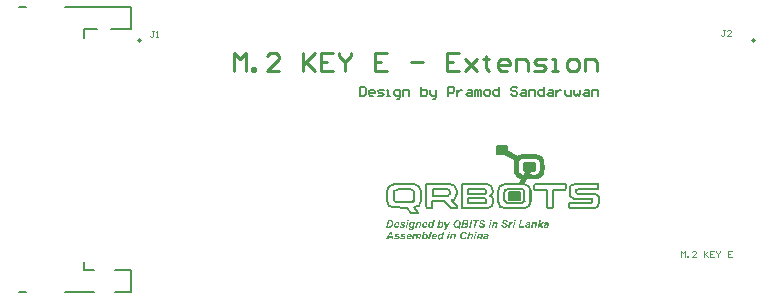
<source format=gto>
G04*
G04 #@! TF.GenerationSoftware,Altium Limited,Altium Designer,21.7.2 (23)*
G04*
G04 Layer_Color=65535*
%FSLAX25Y25*%
%MOIN*%
G70*
G04*
G04 #@! TF.SameCoordinates,AC63ED2E-E8E0-4B6E-8806-03F55A2ED641*
G04*
G04*
G04 #@! TF.FilePolarity,Positive*
G04*
G01*
G75*
%ADD10C,0.00557*%
%ADD11C,0.00783*%
%ADD12C,0.00787*%
%ADD13C,0.00139*%
%ADD14C,0.00500*%
%ADD15C,0.01000*%
%ADD16C,0.00400*%
G36*
X326478Y293214D02*
X326199D01*
Y293075D01*
X325921D01*
Y293214D01*
X326060D01*
Y293353D01*
X326478D01*
Y293214D01*
D02*
G37*
G36*
X362940Y293075D02*
X362801D01*
Y292935D01*
X362523D01*
Y293075D01*
X362662D01*
Y293214D01*
X362940D01*
Y293075D01*
D02*
G37*
G36*
X386599Y293214D02*
X386460D01*
Y293075D01*
X386320D01*
Y292935D01*
X386181D01*
Y292796D01*
X386042D01*
Y292657D01*
X385903D01*
Y292796D01*
Y292935D01*
X386042D01*
Y293075D01*
X386181D01*
Y293214D01*
X386320D01*
Y293353D01*
X386599D01*
Y293214D01*
D02*
G37*
G36*
X362523Y292796D02*
X362383D01*
Y292657D01*
X362244D01*
Y292796D01*
Y292935D01*
X362523D01*
Y292796D01*
D02*
G37*
G36*
X325921Y292935D02*
X325782D01*
Y292796D01*
X325642D01*
Y292657D01*
X325503D01*
Y292518D01*
X325364D01*
Y292657D01*
Y292796D01*
X325503D01*
Y292935D01*
X325642D01*
Y293075D01*
X325921D01*
Y292935D01*
D02*
G37*
G36*
X385903Y292518D02*
Y292379D01*
Y292240D01*
X385764D01*
Y292379D01*
Y292518D01*
Y292657D01*
X385903D01*
Y292518D01*
D02*
G37*
G36*
X362244D02*
Y292379D01*
X362105D01*
Y292240D01*
X361966D01*
Y292379D01*
Y292518D01*
X362105D01*
Y292657D01*
X362244D01*
Y292518D01*
D02*
G37*
G36*
X325364Y292379D02*
Y292240D01*
X325225D01*
Y292101D01*
Y291961D01*
X325086D01*
Y292101D01*
Y292240D01*
Y292379D01*
X325225D01*
Y292518D01*
X325364D01*
Y292379D01*
D02*
G37*
G36*
X361966Y292101D02*
Y291961D01*
Y291822D01*
X361827D01*
Y291961D01*
Y292101D01*
Y292240D01*
X361966D01*
Y292101D01*
D02*
G37*
G36*
X325086Y291822D02*
Y291683D01*
Y291544D01*
Y291405D01*
X324947D01*
Y291544D01*
Y291683D01*
Y291822D01*
Y291961D01*
X325086D01*
Y291822D01*
D02*
G37*
G36*
X357651D02*
X357930D01*
Y291683D01*
X358069D01*
Y291544D01*
Y291405D01*
Y291266D01*
X357930D01*
Y291405D01*
Y291544D01*
X357791D01*
Y291683D01*
X357512D01*
Y291822D01*
X352085D01*
Y291683D01*
Y291544D01*
Y291405D01*
Y291266D01*
Y291126D01*
Y290987D01*
Y290848D01*
Y290709D01*
Y290570D01*
X352502D01*
Y290430D01*
X351806D01*
Y290570D01*
Y290709D01*
Y290848D01*
Y290987D01*
Y291126D01*
Y291266D01*
Y291405D01*
Y291544D01*
Y291683D01*
Y291822D01*
X351946D01*
Y291961D01*
X357651D01*
Y291822D01*
D02*
G37*
G36*
X385764Y292101D02*
Y291961D01*
Y291822D01*
Y291683D01*
Y291544D01*
Y291405D01*
Y291266D01*
Y291126D01*
Y290987D01*
Y290848D01*
Y290709D01*
Y290570D01*
X385625D01*
Y290709D01*
Y290848D01*
Y290987D01*
Y291126D01*
Y291266D01*
Y291405D01*
Y291544D01*
Y291683D01*
Y291822D01*
Y291961D01*
Y292101D01*
Y292240D01*
X385764D01*
Y292101D01*
D02*
G37*
G36*
X358069Y290848D02*
Y290709D01*
Y290570D01*
X357791D01*
Y290709D01*
X357930D01*
Y290848D01*
Y290987D01*
X358069D01*
Y290848D01*
D02*
G37*
G36*
X324947Y290987D02*
Y290848D01*
Y290709D01*
Y290570D01*
Y290430D01*
Y290291D01*
Y290152D01*
Y290013D01*
Y289874D01*
Y289735D01*
Y289595D01*
Y289456D01*
Y289317D01*
Y289178D01*
Y289039D01*
Y288900D01*
Y288760D01*
Y288621D01*
Y288482D01*
X324808D01*
Y288621D01*
Y288760D01*
Y288900D01*
Y289039D01*
Y289178D01*
Y289317D01*
Y289456D01*
Y289595D01*
Y289735D01*
Y289874D01*
Y290013D01*
Y290152D01*
Y290291D01*
Y290430D01*
Y290570D01*
Y290709D01*
Y290848D01*
Y290987D01*
Y291126D01*
X324947D01*
Y290987D01*
D02*
G37*
G36*
X357791Y288900D02*
X357930D01*
Y288760D01*
X358069D01*
Y288621D01*
Y288482D01*
Y288343D01*
X357930D01*
Y288482D01*
Y288621D01*
X357791D01*
Y288760D01*
X357512D01*
Y288900D01*
X352085D01*
Y288760D01*
Y288621D01*
Y288482D01*
Y288343D01*
Y288204D01*
Y288065D01*
Y287925D01*
Y287786D01*
Y287647D01*
Y287508D01*
X357651D01*
Y287369D01*
X351946D01*
Y287508D01*
X351806D01*
Y287647D01*
Y287786D01*
Y287925D01*
Y288065D01*
Y288204D01*
Y288343D01*
Y288482D01*
Y288621D01*
Y288760D01*
Y288900D01*
Y289039D01*
X357791D01*
Y288900D01*
D02*
G37*
G36*
X369898Y291822D02*
X370455D01*
Y291683D01*
X370594D01*
Y291544D01*
X370733D01*
Y291405D01*
Y291266D01*
Y291126D01*
X370873D01*
Y290987D01*
Y290848D01*
Y290709D01*
Y290570D01*
Y290430D01*
Y290291D01*
Y290152D01*
Y290013D01*
Y289874D01*
Y289735D01*
Y289595D01*
Y289456D01*
Y289317D01*
Y289178D01*
Y289039D01*
Y288900D01*
Y288760D01*
Y288621D01*
Y288482D01*
Y288343D01*
Y288204D01*
X370733D01*
Y288343D01*
Y288482D01*
Y288621D01*
Y288760D01*
Y288900D01*
Y289039D01*
Y289178D01*
Y289317D01*
Y289456D01*
Y289595D01*
Y289735D01*
Y289874D01*
Y290013D01*
Y290152D01*
Y290291D01*
Y290430D01*
Y290570D01*
Y290709D01*
Y290848D01*
Y290987D01*
Y291126D01*
X370594D01*
Y291266D01*
Y291405D01*
X370455D01*
Y291544D01*
X370177D01*
Y291683D01*
X369759D01*
Y291822D01*
X365167D01*
Y291683D01*
X364471D01*
Y291544D01*
X364332D01*
Y291405D01*
X364193D01*
Y291266D01*
X364053D01*
Y291126D01*
Y290987D01*
Y290848D01*
Y290709D01*
Y290570D01*
Y290430D01*
Y290291D01*
Y290152D01*
Y290013D01*
Y289874D01*
Y289735D01*
Y289595D01*
Y289456D01*
Y289317D01*
Y289178D01*
Y289039D01*
Y288900D01*
Y288760D01*
Y288621D01*
Y288482D01*
Y288343D01*
Y288204D01*
Y288065D01*
X364193D01*
Y287925D01*
X364332D01*
Y287786D01*
X364471D01*
Y287647D01*
X364749D01*
Y287508D01*
X369898D01*
Y287369D01*
X364749D01*
Y287508D01*
X364332D01*
Y287647D01*
X364193D01*
Y287786D01*
X364053D01*
Y287925D01*
X363914D01*
Y288065D01*
Y288204D01*
Y288343D01*
X363775D01*
Y288482D01*
Y288621D01*
Y288760D01*
Y288900D01*
Y289039D01*
Y289178D01*
Y289317D01*
Y289456D01*
Y289595D01*
Y289735D01*
Y289874D01*
Y290013D01*
Y290152D01*
Y290291D01*
Y290430D01*
Y290570D01*
Y290709D01*
Y290848D01*
Y290987D01*
X363914D01*
Y291126D01*
Y291266D01*
Y291405D01*
X364053D01*
Y291544D01*
Y291683D01*
X364332D01*
Y291822D01*
X364888D01*
Y291961D01*
X369898D01*
Y291822D01*
D02*
G37*
G36*
X368785Y291266D02*
X369063D01*
Y291126D01*
X369342D01*
Y290987D01*
Y290848D01*
X369481D01*
Y290709D01*
Y290570D01*
Y290430D01*
Y290291D01*
Y290152D01*
Y290013D01*
Y289874D01*
Y289735D01*
Y289595D01*
Y289456D01*
Y289317D01*
Y289178D01*
Y289039D01*
Y288900D01*
Y288760D01*
Y288621D01*
Y288482D01*
X369342D01*
Y288343D01*
Y288204D01*
X369063D01*
Y288065D01*
X365723D01*
Y288204D01*
X365584D01*
Y288343D01*
X365445D01*
Y288482D01*
Y288621D01*
X365306D01*
Y288760D01*
Y288900D01*
Y289039D01*
Y289178D01*
Y289317D01*
Y289456D01*
Y289595D01*
Y289735D01*
Y289874D01*
Y290013D01*
Y290152D01*
Y290291D01*
Y290430D01*
Y290570D01*
Y290709D01*
Y290848D01*
X365445D01*
Y290987D01*
Y291126D01*
X365584D01*
Y291266D01*
X366002D01*
Y291405D01*
X368785D01*
Y291266D01*
D02*
G37*
G36*
X333158Y291822D02*
X333575D01*
Y291683D01*
X333854D01*
Y291544D01*
Y291405D01*
X333993D01*
Y291266D01*
Y291126D01*
Y290987D01*
X334132D01*
Y290848D01*
Y290709D01*
Y290570D01*
Y290430D01*
Y290291D01*
Y290152D01*
Y290013D01*
Y289874D01*
Y289735D01*
Y289595D01*
Y289456D01*
Y289317D01*
Y289178D01*
Y289039D01*
Y288900D01*
Y288760D01*
Y288621D01*
Y288482D01*
X333993D01*
Y288343D01*
Y288204D01*
Y288065D01*
X333854D01*
Y288204D01*
Y288343D01*
Y288482D01*
Y288621D01*
X333993D01*
Y288760D01*
Y288900D01*
Y289039D01*
Y289178D01*
Y289317D01*
Y289456D01*
Y289595D01*
Y289735D01*
Y289874D01*
Y290013D01*
Y290152D01*
Y290291D01*
Y290430D01*
Y290570D01*
Y290709D01*
Y290848D01*
Y290987D01*
X333854D01*
Y291126D01*
Y291266D01*
X333714D01*
Y291405D01*
Y291544D01*
X333436D01*
Y291683D01*
X332879D01*
Y291822D01*
X328426D01*
Y291683D01*
X327730D01*
Y291544D01*
X327591D01*
Y291405D01*
X327452D01*
Y291266D01*
X327312D01*
Y291126D01*
Y290987D01*
Y290848D01*
X327173D01*
Y290709D01*
Y290570D01*
Y290430D01*
Y290291D01*
Y290152D01*
Y290013D01*
Y289874D01*
Y289735D01*
Y289595D01*
Y289456D01*
Y289317D01*
Y289178D01*
Y289039D01*
Y288900D01*
Y288760D01*
Y288621D01*
X327312D01*
Y288482D01*
Y288343D01*
Y288204D01*
X327452D01*
Y288065D01*
X327591D01*
Y287925D01*
X327730D01*
Y287786D01*
X328426D01*
Y287647D01*
X327591D01*
Y287786D01*
X327452D01*
Y287925D01*
X327312D01*
Y288065D01*
X327173D01*
Y288204D01*
Y288343D01*
X327034D01*
Y288482D01*
Y288621D01*
Y288760D01*
Y288900D01*
Y289039D01*
Y289178D01*
Y289317D01*
Y289456D01*
Y289595D01*
Y289735D01*
Y289874D01*
Y290013D01*
Y290152D01*
Y290291D01*
Y290430D01*
Y290570D01*
Y290709D01*
Y290848D01*
Y290987D01*
Y291126D01*
Y291266D01*
X327173D01*
Y291405D01*
Y291544D01*
X327312D01*
Y291683D01*
X327591D01*
Y291822D01*
X328008D01*
Y291961D01*
X333158D01*
Y291822D01*
D02*
G37*
G36*
X361827Y291544D02*
Y291405D01*
Y291266D01*
Y291126D01*
Y290987D01*
Y290848D01*
Y290709D01*
Y290570D01*
Y290430D01*
Y290291D01*
Y290152D01*
Y290013D01*
Y289874D01*
Y289735D01*
Y289595D01*
Y289456D01*
Y289317D01*
Y289178D01*
Y289039D01*
Y288900D01*
Y288760D01*
Y288621D01*
Y288482D01*
Y288343D01*
Y288204D01*
Y288065D01*
Y287925D01*
Y287786D01*
Y287647D01*
X361687D01*
Y287786D01*
Y287925D01*
Y288065D01*
Y288204D01*
Y288343D01*
Y288482D01*
Y288621D01*
Y288760D01*
Y288900D01*
Y289039D01*
Y289178D01*
Y289317D01*
Y289456D01*
Y289595D01*
Y289735D01*
Y289874D01*
Y290013D01*
Y290152D01*
Y290291D01*
Y290430D01*
Y290570D01*
Y290709D01*
Y290848D01*
Y290987D01*
Y291126D01*
Y291266D01*
Y291405D01*
Y291544D01*
Y291683D01*
X361827D01*
Y291544D01*
D02*
G37*
G36*
X358069Y287786D02*
Y287647D01*
X357930D01*
Y287786D01*
Y287925D01*
X358069D01*
Y287786D01*
D02*
G37*
G36*
X370733Y287925D02*
Y287786D01*
X370594D01*
Y287647D01*
X370455D01*
Y287508D01*
X369898D01*
Y287647D01*
X370316D01*
Y287786D01*
X370455D01*
Y287925D01*
X370594D01*
Y288065D01*
X370733D01*
Y287925D01*
D02*
G37*
G36*
X385903Y290291D02*
Y290152D01*
Y290013D01*
X386042D01*
Y289874D01*
Y289735D01*
X386181D01*
Y289595D01*
X386320D01*
Y289456D01*
X386460D01*
Y289317D01*
X386738D01*
Y289178D01*
X387016D01*
Y289039D01*
X387851D01*
Y288900D01*
X393279D01*
Y288760D01*
X393418D01*
Y288621D01*
Y288482D01*
Y288343D01*
Y288204D01*
Y288065D01*
Y287925D01*
Y287786D01*
Y287647D01*
Y287508D01*
X393140D01*
Y287369D01*
X385903D01*
Y287230D01*
X385764D01*
Y287369D01*
Y287508D01*
X393001D01*
Y287647D01*
X393279D01*
Y287786D01*
Y287925D01*
Y288065D01*
Y288204D01*
Y288343D01*
Y288482D01*
Y288621D01*
X393140D01*
Y288760D01*
X387434D01*
Y288900D01*
X386877D01*
Y289039D01*
X386599D01*
Y289178D01*
X386320D01*
Y289317D01*
X386181D01*
Y289456D01*
X386042D01*
Y289595D01*
Y289735D01*
X385903D01*
Y289874D01*
Y290013D01*
X385764D01*
Y290152D01*
Y290291D01*
Y290430D01*
X385903D01*
Y290291D01*
D02*
G37*
G36*
X395088Y293631D02*
X395227D01*
Y293492D01*
X395367D01*
Y293353D01*
Y293214D01*
Y293075D01*
Y292935D01*
Y292796D01*
Y292657D01*
Y292518D01*
Y292379D01*
Y292240D01*
Y292101D01*
Y291961D01*
X395227D01*
Y291822D01*
X388408D01*
Y291683D01*
X388130D01*
Y291544D01*
X387990D01*
Y291405D01*
Y291266D01*
Y291126D01*
Y290987D01*
Y290848D01*
X388130D01*
Y290709D01*
X388269D01*
Y290570D01*
X393975D01*
Y290430D01*
X394531D01*
Y290291D01*
X394810D01*
Y290152D01*
X395088D01*
Y290013D01*
X395227D01*
Y289874D01*
X395367D01*
Y289735D01*
Y289595D01*
X395506D01*
Y289456D01*
Y289317D01*
X395645D01*
Y289178D01*
Y289039D01*
Y288900D01*
Y288760D01*
Y288621D01*
Y288482D01*
Y288343D01*
Y288204D01*
X395784D01*
Y288065D01*
Y287925D01*
Y287786D01*
Y287647D01*
Y287508D01*
X395645D01*
Y287369D01*
Y287230D01*
Y287090D01*
Y286951D01*
Y286812D01*
X395506D01*
Y286673D01*
Y286534D01*
X395367D01*
Y286395D01*
Y286255D01*
X395227D01*
Y286116D01*
X395088D01*
Y285977D01*
X394810D01*
Y285838D01*
X394531D01*
Y285699D01*
X393975D01*
Y285560D01*
X386042D01*
Y285699D01*
X385764D01*
Y285838D01*
X385625D01*
Y285977D01*
Y286116D01*
Y286255D01*
Y286395D01*
Y286534D01*
Y286673D01*
Y286812D01*
Y286951D01*
Y287090D01*
Y287230D01*
X385764D01*
Y287090D01*
Y286951D01*
Y286812D01*
Y286673D01*
Y286534D01*
Y286395D01*
Y286255D01*
Y286116D01*
Y285977D01*
Y285838D01*
X386042D01*
Y285699D01*
X393696D01*
Y285838D01*
X394253D01*
Y285977D01*
X394671D01*
Y286116D01*
X394810D01*
Y286255D01*
X394949D01*
Y286395D01*
X395227D01*
Y286534D01*
Y286673D01*
X395367D01*
Y286812D01*
Y286951D01*
X395506D01*
Y287090D01*
Y287230D01*
Y287369D01*
Y287508D01*
Y287647D01*
Y287786D01*
Y287925D01*
Y288065D01*
Y288204D01*
Y288343D01*
Y288482D01*
Y288621D01*
Y288760D01*
Y288900D01*
Y289039D01*
Y289178D01*
Y289317D01*
X395367D01*
Y289456D01*
X395227D01*
Y289595D01*
Y289735D01*
X395088D01*
Y289874D01*
X394949D01*
Y290013D01*
X394810D01*
Y290152D01*
X394531D01*
Y290291D01*
X393975D01*
Y290430D01*
X388130D01*
Y290570D01*
X387990D01*
Y290709D01*
X387851D01*
Y290848D01*
Y290987D01*
Y291126D01*
Y291266D01*
Y291405D01*
Y291544D01*
Y291683D01*
X387990D01*
Y291822D01*
X388130D01*
Y291961D01*
X395088D01*
Y292101D01*
X395227D01*
Y292240D01*
Y292379D01*
Y292518D01*
Y292657D01*
Y292796D01*
Y292935D01*
Y293075D01*
Y293214D01*
Y293353D01*
Y293492D01*
X394949D01*
Y293631D01*
X387712D01*
Y293492D01*
X387016D01*
Y293631D01*
X387573D01*
Y293771D01*
X395088D01*
Y293631D01*
D02*
G37*
G36*
X384511D02*
X384650D01*
Y293492D01*
X384790D01*
Y293353D01*
Y293214D01*
Y293075D01*
Y292935D01*
Y292796D01*
Y292657D01*
Y292518D01*
Y292379D01*
Y292240D01*
Y292101D01*
Y291961D01*
X384650D01*
Y291822D01*
X384511D01*
Y291683D01*
X380475D01*
Y291544D01*
Y291405D01*
Y291266D01*
Y291126D01*
Y290987D01*
Y290848D01*
Y290709D01*
Y290570D01*
Y290430D01*
Y290291D01*
Y290152D01*
Y290013D01*
Y289874D01*
Y289735D01*
Y289595D01*
Y289456D01*
Y289317D01*
Y289178D01*
Y289039D01*
Y288900D01*
Y288760D01*
Y288621D01*
Y288482D01*
Y288343D01*
Y288204D01*
Y288065D01*
Y287925D01*
Y287786D01*
Y287647D01*
Y287508D01*
Y287369D01*
Y287230D01*
Y287090D01*
Y286951D01*
Y286812D01*
Y286673D01*
Y286534D01*
Y286395D01*
Y286255D01*
Y286116D01*
Y285977D01*
Y285838D01*
Y285699D01*
X380336D01*
Y285560D01*
X378388D01*
Y285699D01*
X378109D01*
Y285838D01*
Y285977D01*
Y286116D01*
Y286255D01*
Y286395D01*
Y286534D01*
Y286673D01*
Y286812D01*
Y286951D01*
Y287090D01*
Y287230D01*
Y287369D01*
Y287508D01*
Y287647D01*
Y287786D01*
Y287925D01*
Y288065D01*
Y288204D01*
Y288343D01*
Y288482D01*
Y288621D01*
Y288760D01*
Y288900D01*
Y289039D01*
Y289178D01*
Y289317D01*
Y289456D01*
Y289595D01*
Y289735D01*
Y289874D01*
Y290013D01*
Y290152D01*
Y290291D01*
Y290430D01*
Y290570D01*
Y290709D01*
Y290848D01*
Y290987D01*
Y291126D01*
Y291266D01*
Y291405D01*
Y291544D01*
Y291683D01*
X374213D01*
Y291822D01*
X373934D01*
Y291961D01*
X373795D01*
Y292101D01*
Y292240D01*
Y292379D01*
Y292518D01*
Y292657D01*
Y292796D01*
Y292935D01*
Y293075D01*
Y293214D01*
Y293353D01*
Y293492D01*
X373934D01*
Y293353D01*
Y293214D01*
Y293075D01*
Y292935D01*
Y292796D01*
Y292657D01*
Y292518D01*
Y292379D01*
Y292240D01*
Y292101D01*
Y291961D01*
X374213D01*
Y291822D01*
X378249D01*
Y291683D01*
Y291544D01*
Y291405D01*
Y291266D01*
Y291126D01*
Y290987D01*
Y290848D01*
Y290709D01*
Y290570D01*
Y290430D01*
Y290291D01*
Y290152D01*
Y290013D01*
Y289874D01*
Y289735D01*
Y289595D01*
Y289456D01*
Y289317D01*
Y289178D01*
Y289039D01*
Y288900D01*
Y288760D01*
Y288621D01*
Y288482D01*
Y288343D01*
Y288204D01*
Y288065D01*
Y287925D01*
Y287786D01*
Y287647D01*
Y287508D01*
Y287369D01*
Y287230D01*
Y287090D01*
Y286951D01*
Y286812D01*
Y286673D01*
Y286534D01*
Y286395D01*
Y286255D01*
Y286116D01*
Y285977D01*
Y285838D01*
X378388D01*
Y285699D01*
X380058D01*
Y285838D01*
X380336D01*
Y285977D01*
Y286116D01*
Y286255D01*
Y286395D01*
Y286534D01*
Y286673D01*
Y286812D01*
Y286951D01*
Y287090D01*
Y287230D01*
Y287369D01*
Y287508D01*
Y287647D01*
Y287786D01*
Y287925D01*
Y288065D01*
Y288204D01*
Y288343D01*
Y288482D01*
Y288621D01*
Y288760D01*
Y288900D01*
Y289039D01*
Y289178D01*
Y289317D01*
Y289456D01*
Y289595D01*
Y289735D01*
Y289874D01*
Y290013D01*
Y290152D01*
Y290291D01*
Y290430D01*
Y290570D01*
Y290709D01*
Y290848D01*
Y290987D01*
Y291126D01*
Y291266D01*
Y291405D01*
Y291544D01*
Y291683D01*
Y291822D01*
X384372D01*
Y291961D01*
X384511D01*
Y292101D01*
X384650D01*
Y292240D01*
Y292379D01*
Y292518D01*
Y292657D01*
Y292796D01*
Y292935D01*
Y293075D01*
Y293214D01*
Y293353D01*
Y293492D01*
X384372D01*
Y293631D01*
X374074D01*
Y293771D01*
X384511D01*
Y293631D01*
D02*
G37*
G36*
X364888Y306435D02*
X365027D01*
Y306296D01*
X365167D01*
Y306157D01*
X365306D01*
Y306017D01*
Y305878D01*
Y305739D01*
Y305600D01*
Y305461D01*
Y305322D01*
Y305183D01*
Y305043D01*
Y304904D01*
Y304765D01*
X365445D01*
Y304626D01*
X365584D01*
Y304487D01*
X365862D01*
Y304347D01*
X366002D01*
Y304208D01*
X366419D01*
Y304069D01*
X366558D01*
Y303930D01*
X366837D01*
Y303791D01*
X367115D01*
Y303652D01*
X367393D01*
Y303512D01*
X367672D01*
Y303373D01*
X367950D01*
Y303234D01*
X368228D01*
Y303095D01*
X368646D01*
Y303234D01*
X368924D01*
Y303373D01*
X369203D01*
Y303512D01*
X369759D01*
Y303652D01*
X374908D01*
Y303512D01*
X375326D01*
Y303373D01*
X375744D01*
Y303234D01*
X376022D01*
Y303095D01*
X376161D01*
Y302956D01*
X376439D01*
Y302817D01*
X376579D01*
Y302677D01*
X376718D01*
Y302538D01*
X376857D01*
Y302399D01*
Y302260D01*
X376996D01*
Y302121D01*
X377135D01*
Y301981D01*
Y301842D01*
X377274D01*
Y301703D01*
Y301564D01*
Y301425D01*
X377414D01*
Y301286D01*
Y301147D01*
Y301007D01*
Y300868D01*
Y300729D01*
Y300590D01*
Y300451D01*
Y300311D01*
Y300172D01*
Y300033D01*
Y299894D01*
X377553D01*
Y299755D01*
Y299616D01*
Y299477D01*
Y299337D01*
Y299198D01*
Y299059D01*
Y298920D01*
Y298781D01*
Y298641D01*
Y298502D01*
X377414D01*
Y298363D01*
Y298224D01*
Y298085D01*
Y297946D01*
Y297807D01*
Y297667D01*
Y297528D01*
X377274D01*
Y297389D01*
Y297250D01*
Y297111D01*
X377135D01*
Y296972D01*
Y296832D01*
X376996D01*
Y296693D01*
Y296554D01*
X376857D01*
Y296415D01*
X376718D01*
Y296276D01*
X376579D01*
Y296136D01*
X376439D01*
Y295997D01*
X376300D01*
Y295858D01*
X376161D01*
Y295719D01*
X375883D01*
Y295580D01*
X375465D01*
Y295441D01*
X374908D01*
Y295301D01*
X371429D01*
Y295162D01*
Y295023D01*
X371290D01*
Y294884D01*
Y294745D01*
X371151D01*
Y294605D01*
Y294466D01*
X371012D01*
Y294327D01*
X370873D01*
Y294188D01*
Y294049D01*
X370733D01*
Y293910D01*
Y293771D01*
Y293631D01*
X371151D01*
Y293492D01*
X371568D01*
Y293353D01*
X371847D01*
Y293214D01*
X372125D01*
Y293075D01*
X372264D01*
Y292935D01*
X372404D01*
Y292796D01*
X372543D01*
Y292657D01*
X372682D01*
Y292518D01*
Y292379D01*
X372821D01*
Y292240D01*
Y292101D01*
X372960D01*
Y291961D01*
Y291822D01*
Y291683D01*
Y291544D01*
X373099D01*
Y291405D01*
Y291266D01*
Y291126D01*
Y290987D01*
Y290848D01*
Y290709D01*
Y290570D01*
Y290430D01*
Y290291D01*
Y290152D01*
Y290013D01*
Y289874D01*
Y289735D01*
Y289595D01*
Y289456D01*
Y289317D01*
Y289178D01*
Y289039D01*
Y288900D01*
Y288760D01*
Y288621D01*
Y288482D01*
Y288343D01*
Y288204D01*
Y288065D01*
Y287925D01*
Y287786D01*
Y287647D01*
X372960D01*
Y287508D01*
Y287369D01*
Y287230D01*
X372821D01*
Y287090D01*
Y286951D01*
Y286812D01*
X372682D01*
Y286673D01*
X372543D01*
Y286534D01*
X372404D01*
Y286395D01*
X372264D01*
Y286255D01*
X372125D01*
Y286116D01*
X371986D01*
Y285977D01*
X371708D01*
Y285838D01*
X371290D01*
Y285699D01*
X370455D01*
Y285560D01*
X364332D01*
Y285699D01*
X363497D01*
Y285838D01*
X363079D01*
Y285977D01*
X362801D01*
Y286116D01*
X362662D01*
Y286255D01*
X362383D01*
Y286395D01*
X362244D01*
Y286534D01*
Y286673D01*
X362105D01*
Y286812D01*
X361966D01*
Y286951D01*
Y287090D01*
X361827D01*
Y287230D01*
Y287369D01*
Y287508D01*
X361966D01*
Y287369D01*
Y287230D01*
Y287090D01*
X362105D01*
Y286951D01*
Y286812D01*
X362244D01*
Y286673D01*
X362383D01*
Y286534D01*
X362523D01*
Y286395D01*
X362801D01*
Y286255D01*
X362940D01*
Y286116D01*
X363218D01*
Y285977D01*
X363775D01*
Y285838D01*
X364749D01*
Y285699D01*
X369898D01*
Y285838D01*
X371012D01*
Y285977D01*
X371429D01*
Y286116D01*
X371708D01*
Y286255D01*
X371986D01*
Y286395D01*
X372125D01*
Y286534D01*
X372264D01*
Y286673D01*
X372404D01*
Y286812D01*
X372543D01*
Y286951D01*
X372682D01*
Y287090D01*
Y287230D01*
Y287369D01*
X372821D01*
Y287508D01*
Y287647D01*
Y287786D01*
X372960D01*
Y287925D01*
Y288065D01*
Y288204D01*
Y288343D01*
Y288482D01*
Y288621D01*
Y288760D01*
Y288900D01*
Y289039D01*
Y289178D01*
Y289317D01*
Y289456D01*
Y289595D01*
Y289735D01*
Y289874D01*
Y290013D01*
Y290152D01*
Y290291D01*
Y290430D01*
Y290570D01*
Y290709D01*
Y290848D01*
Y290987D01*
Y291126D01*
Y291266D01*
Y291405D01*
Y291544D01*
X372821D01*
Y291683D01*
Y291822D01*
Y291961D01*
Y292101D01*
X372682D01*
Y292240D01*
X372543D01*
Y292379D01*
Y292518D01*
X372404D01*
Y292657D01*
X372264D01*
Y292796D01*
X372125D01*
Y292935D01*
X371986D01*
Y293075D01*
X371708D01*
Y293214D01*
X371429D01*
Y293353D01*
X371012D01*
Y293492D01*
X370177D01*
Y293631D01*
X364749D01*
Y293492D01*
X363775D01*
Y293631D01*
X364610D01*
Y293771D01*
X368785D01*
Y293910D01*
X368924D01*
Y294049D01*
X369063D01*
Y294188D01*
Y294327D01*
X369203D01*
Y294466D01*
Y294605D01*
X369342D01*
Y294745D01*
Y294884D01*
X369481D01*
Y295023D01*
Y295162D01*
Y295301D01*
Y295441D01*
X369203D01*
Y295580D01*
X368924D01*
Y295719D01*
X368646D01*
Y295858D01*
X368368D01*
Y295997D01*
X368228D01*
Y296136D01*
X368089D01*
Y296276D01*
X367950D01*
Y296415D01*
X367811D01*
Y296554D01*
Y296693D01*
X367672D01*
Y296832D01*
X367532D01*
Y296972D01*
Y297111D01*
X367393D01*
Y297250D01*
Y297389D01*
Y297528D01*
Y297667D01*
X367254D01*
Y297807D01*
Y297946D01*
Y298085D01*
Y298224D01*
Y298363D01*
Y298502D01*
Y298641D01*
Y298781D01*
Y298920D01*
Y299059D01*
Y299198D01*
Y299337D01*
Y299477D01*
Y299616D01*
Y299755D01*
Y299894D01*
Y300033D01*
Y300172D01*
Y300311D01*
Y300451D01*
Y300590D01*
Y300729D01*
Y300868D01*
Y301007D01*
Y301147D01*
Y301286D01*
Y301425D01*
X367393D01*
Y301564D01*
Y301703D01*
Y301842D01*
X367115D01*
Y301981D01*
X366837D01*
Y302121D01*
X366558D01*
Y302260D01*
X366280D01*
Y302399D01*
X366141D01*
Y302538D01*
X365862D01*
Y302677D01*
X365584D01*
Y302817D01*
X365306D01*
Y302956D01*
X365027D01*
Y303095D01*
X364749D01*
Y303234D01*
X361827D01*
Y303373D01*
X361548D01*
Y303512D01*
X361409D01*
Y303652D01*
X361270D01*
Y303791D01*
X361131D01*
Y303930D01*
Y304069D01*
Y304208D01*
Y304347D01*
Y304487D01*
Y304626D01*
Y304765D01*
Y304904D01*
Y305043D01*
Y305183D01*
Y305322D01*
Y305461D01*
Y305600D01*
Y305739D01*
Y305878D01*
Y306017D01*
Y306157D01*
X361270D01*
Y306296D01*
X361409D01*
Y306435D01*
X361548D01*
Y306574D01*
X364888D01*
Y306435D01*
D02*
G37*
G36*
X345822Y293631D02*
X346518D01*
Y293492D01*
X347075D01*
Y293353D01*
X347214D01*
Y293214D01*
X347492D01*
Y293075D01*
X347631D01*
Y292935D01*
X347771D01*
Y292796D01*
X347910D01*
Y292657D01*
Y292518D01*
X348049D01*
Y292379D01*
Y292240D01*
Y292101D01*
X348188D01*
Y291961D01*
Y291822D01*
Y291683D01*
Y291544D01*
Y291405D01*
Y291266D01*
Y291126D01*
Y290987D01*
Y290848D01*
Y290709D01*
Y290570D01*
Y290430D01*
Y290291D01*
Y290152D01*
Y290013D01*
Y289874D01*
Y289735D01*
X348049D01*
Y289595D01*
Y289456D01*
Y289317D01*
X347910D01*
Y289178D01*
Y289039D01*
X347771D01*
Y288900D01*
X347631D01*
Y288760D01*
X347492D01*
Y288621D01*
X347353D01*
Y288482D01*
X347075D01*
Y288343D01*
X346796D01*
Y288204D01*
Y288065D01*
Y287925D01*
X346936D01*
Y287786D01*
X347075D01*
Y287647D01*
X347214D01*
Y287508D01*
X347353D01*
Y287369D01*
X347492D01*
Y287230D01*
X347631D01*
Y287090D01*
X347771D01*
Y286951D01*
X347910D01*
Y286812D01*
X348049D01*
Y286673D01*
Y286534D01*
X348188D01*
Y286395D01*
X348327D01*
Y286255D01*
X348466D01*
Y286116D01*
Y285977D01*
Y285838D01*
Y285699D01*
X348327D01*
Y285560D01*
X346240D01*
Y285699D01*
X345961D01*
Y285838D01*
X345822D01*
Y285977D01*
X345683D01*
Y286116D01*
X345544D01*
Y286255D01*
Y286395D01*
X345265D01*
Y286534D01*
Y286673D01*
X345126D01*
Y286812D01*
X344987D01*
Y286951D01*
X344848D01*
Y287090D01*
X344709D01*
Y287230D01*
X344570D01*
Y287369D01*
X344430D01*
Y287508D01*
X344291D01*
Y287647D01*
Y287786D01*
X344152D01*
Y287925D01*
X343874D01*
Y288065D01*
X340255D01*
Y287925D01*
Y287786D01*
Y287647D01*
Y287508D01*
Y287369D01*
Y287230D01*
Y287090D01*
Y286951D01*
Y286812D01*
Y286673D01*
Y286534D01*
Y286395D01*
Y286255D01*
Y286116D01*
Y285977D01*
Y285838D01*
X340116D01*
Y285699D01*
X339977D01*
Y285560D01*
X338168D01*
Y285699D01*
X337889D01*
Y285838D01*
Y285977D01*
Y286116D01*
Y286255D01*
Y286395D01*
Y286534D01*
Y286673D01*
Y286812D01*
Y286951D01*
Y287090D01*
Y287230D01*
Y287369D01*
Y287508D01*
Y287647D01*
Y287786D01*
Y287925D01*
Y288065D01*
Y288204D01*
Y288343D01*
Y288482D01*
Y288621D01*
Y288760D01*
Y288900D01*
Y289039D01*
Y289178D01*
Y289317D01*
Y289456D01*
Y289595D01*
Y289735D01*
Y289874D01*
Y290013D01*
Y290152D01*
Y290291D01*
Y290430D01*
Y290570D01*
Y290709D01*
Y290848D01*
Y290987D01*
Y291126D01*
Y291266D01*
Y291405D01*
Y291544D01*
Y291683D01*
Y291822D01*
Y291961D01*
Y292101D01*
Y292240D01*
Y292379D01*
Y292518D01*
Y292657D01*
Y292796D01*
Y292935D01*
Y293075D01*
Y293214D01*
Y293353D01*
Y293492D01*
Y293631D01*
X338168D01*
Y293771D01*
X345822D01*
Y293631D01*
D02*
G37*
G36*
X333297D02*
X334271D01*
Y293492D01*
X334688D01*
Y293353D01*
X335106D01*
Y293214D01*
X335245D01*
Y293075D01*
X335524D01*
Y292935D01*
X335663D01*
Y292796D01*
X335802D01*
Y292657D01*
X335941D01*
Y292518D01*
Y292379D01*
X336080D01*
Y292240D01*
Y292101D01*
Y291961D01*
X336219D01*
Y291822D01*
Y291683D01*
Y291544D01*
X336359D01*
Y291405D01*
Y291266D01*
Y291126D01*
Y290987D01*
Y290848D01*
Y290709D01*
Y290570D01*
Y290430D01*
Y290291D01*
Y290152D01*
Y290013D01*
Y289874D01*
Y289735D01*
Y289595D01*
Y289456D01*
Y289317D01*
Y289178D01*
Y289039D01*
Y288900D01*
Y288760D01*
Y288621D01*
Y288482D01*
Y288343D01*
Y288204D01*
Y288065D01*
Y287925D01*
X336219D01*
Y287786D01*
Y287647D01*
Y287508D01*
Y287369D01*
X336080D01*
Y287230D01*
Y287090D01*
X335941D01*
Y286951D01*
Y286812D01*
X335802D01*
Y286673D01*
X335663D01*
Y286534D01*
X335524D01*
Y286395D01*
X335384D01*
Y286255D01*
X335106D01*
Y286116D01*
X334688D01*
Y285977D01*
X334271D01*
Y285838D01*
Y285699D01*
Y285560D01*
X334410D01*
Y285420D01*
X334549D01*
Y285281D01*
Y285142D01*
X334688D01*
Y285003D01*
X334828D01*
Y284864D01*
X334967D01*
Y284724D01*
X335106D01*
Y284585D01*
X335245D01*
Y284446D01*
Y284307D01*
X335384D01*
Y284168D01*
Y284029D01*
X335245D01*
Y283890D01*
X332740D01*
Y284029D01*
Y284168D01*
X332601D01*
Y284307D01*
X332462D01*
Y284446D01*
X332323D01*
Y284585D01*
X332184D01*
Y284724D01*
X332044D01*
Y284864D01*
Y285003D01*
X331905D01*
Y285142D01*
X331766D01*
Y285281D01*
X331627D01*
Y285420D01*
X331488D01*
Y285560D01*
X331348D01*
Y285699D01*
X328704D01*
Y285838D01*
X326895D01*
Y285977D01*
X326478D01*
Y286116D01*
X326199D01*
Y286255D01*
X325921D01*
Y286395D01*
X325782D01*
Y286534D01*
X325503D01*
Y286673D01*
Y286812D01*
X325364D01*
Y286951D01*
X325225D01*
Y287090D01*
Y287230D01*
X325086D01*
Y287369D01*
Y287508D01*
X324947D01*
Y287647D01*
Y287786D01*
Y287925D01*
Y288065D01*
Y288204D01*
X325086D01*
Y288065D01*
Y287925D01*
Y287786D01*
Y287647D01*
Y287508D01*
X325225D01*
Y287369D01*
Y287230D01*
X325364D01*
Y287090D01*
Y286951D01*
X325503D01*
Y286812D01*
X325642D01*
Y286673D01*
X325782D01*
Y286534D01*
X326060D01*
Y286395D01*
X326199D01*
Y286255D01*
X326617D01*
Y286116D01*
X327173D01*
Y285977D01*
X331488D01*
Y285838D01*
X331627D01*
Y285699D01*
Y285560D01*
X331766D01*
Y285420D01*
X331905D01*
Y285281D01*
X332044D01*
Y285142D01*
X332184D01*
Y285003D01*
Y284864D01*
X332323D01*
Y284724D01*
X332462D01*
Y284585D01*
X332601D01*
Y284446D01*
Y284307D01*
X332740D01*
Y284168D01*
X332879D01*
Y284029D01*
X335106D01*
Y284168D01*
Y284307D01*
Y284446D01*
X334967D01*
Y284585D01*
X334828D01*
Y284724D01*
X334688D01*
Y284864D01*
X334549D01*
Y285003D01*
Y285142D01*
X334410D01*
Y285281D01*
X334271D01*
Y285420D01*
X334132D01*
Y285560D01*
X333993D01*
Y285699D01*
X333854D01*
Y285838D01*
X333714D01*
Y285977D01*
X333993D01*
Y286116D01*
X334549D01*
Y286255D01*
X334828D01*
Y286395D01*
X335106D01*
Y286534D01*
X335384D01*
Y286673D01*
X335524D01*
Y286812D01*
X335663D01*
Y286951D01*
Y287090D01*
X335802D01*
Y287230D01*
X335941D01*
Y287369D01*
Y287508D01*
Y287647D01*
X336080D01*
Y287786D01*
Y287925D01*
Y288065D01*
Y288204D01*
Y288343D01*
Y288482D01*
Y288621D01*
Y288760D01*
Y288900D01*
Y289039D01*
Y289178D01*
Y289317D01*
Y289456D01*
Y289595D01*
Y289735D01*
Y289874D01*
Y290013D01*
Y290152D01*
Y290291D01*
Y290430D01*
Y290570D01*
Y290709D01*
Y290848D01*
Y290987D01*
Y291126D01*
Y291266D01*
Y291405D01*
Y291544D01*
Y291683D01*
Y291822D01*
X335941D01*
Y291961D01*
Y292101D01*
Y292240D01*
X335802D01*
Y292379D01*
Y292518D01*
X335663D01*
Y292657D01*
X335524D01*
Y292796D01*
X335384D01*
Y292935D01*
X335245D01*
Y293075D01*
X334967D01*
Y293214D01*
X334688D01*
Y293353D01*
X334132D01*
Y293492D01*
X333158D01*
Y293631D01*
X328008D01*
Y293492D01*
X326895D01*
Y293631D01*
X327869D01*
Y293771D01*
X333297D01*
Y293631D01*
D02*
G37*
G36*
X367723Y281235D02*
X367224D01*
X367320Y281687D01*
X367816D01*
X367723Y281235D01*
D02*
G37*
G36*
X359768D02*
X359269D01*
X359365Y281687D01*
X359861D01*
X359768Y281235D01*
D02*
G37*
G36*
X332125Y281235D02*
X331626D01*
X331722Y281687D01*
X332218D01*
X332125Y281235D01*
D02*
G37*
G36*
X364382Y281731D02*
X364419Y281728D01*
X364463Y281724D01*
X364511Y281716D01*
X364563Y281709D01*
X364678Y281683D01*
X364737Y281665D01*
X364793Y281646D01*
X364852Y281620D01*
X364907Y281591D01*
X364959Y281557D01*
X365007Y281520D01*
X365011Y281517D01*
X365018Y281509D01*
X365030Y281498D01*
X365048Y281483D01*
X365067Y281461D01*
X365089Y281435D01*
X365111Y281406D01*
X365133Y281372D01*
X365159Y281332D01*
X365185Y281291D01*
X365207Y281243D01*
X365229Y281195D01*
X365248Y281139D01*
X365263Y281084D01*
X365274Y281021D01*
X365281Y280958D01*
X364778Y280936D01*
Y280939D01*
Y280943D01*
X364774Y280965D01*
X364763Y280999D01*
X364752Y281039D01*
X364734Y281084D01*
X364711Y281132D01*
X364682Y281176D01*
X364641Y281217D01*
X364637Y281221D01*
X364619Y281232D01*
X364593Y281250D01*
X364556Y281269D01*
X364511Y281283D01*
X364452Y281302D01*
X364382Y281313D01*
X364304Y281317D01*
X364267D01*
X364230Y281313D01*
X364182Y281306D01*
X364134Y281298D01*
X364082Y281283D01*
X364034Y281265D01*
X363994Y281239D01*
X363990Y281235D01*
X363979Y281224D01*
X363964Y281209D01*
X363949Y281187D01*
X363931Y281158D01*
X363916Y281124D01*
X363905Y281084D01*
X363901Y281043D01*
Y281039D01*
Y281025D01*
X363905Y281006D01*
X363912Y280980D01*
X363923Y280950D01*
X363938Y280921D01*
X363956Y280891D01*
X363986Y280862D01*
X363990Y280858D01*
X364005Y280847D01*
X364027Y280832D01*
X364064Y280810D01*
X364090Y280795D01*
X364116Y280780D01*
X364145Y280762D01*
X364182Y280743D01*
X364219Y280725D01*
X364264Y280703D01*
X364312Y280680D01*
X364364Y280658D01*
X364367Y280655D01*
X364382Y280651D01*
X364404Y280640D01*
X364434Y280629D01*
X364471Y280610D01*
X364511Y280592D01*
X364600Y280547D01*
X364697Y280499D01*
X364789Y280447D01*
X364833Y280421D01*
X364870Y280396D01*
X364904Y280370D01*
X364930Y280347D01*
X364933Y280344D01*
X364937Y280340D01*
X364948Y280329D01*
X364959Y280318D01*
X364989Y280277D01*
X365022Y280225D01*
X365055Y280162D01*
X365081Y280085D01*
X365104Y279996D01*
X365107Y279952D01*
X365111Y279900D01*
Y279896D01*
Y279885D01*
Y279866D01*
X365107Y279844D01*
X365104Y279815D01*
X365096Y279778D01*
X365089Y279741D01*
X365078Y279700D01*
X365063Y279656D01*
X365044Y279607D01*
X365022Y279559D01*
X364996Y279511D01*
X364967Y279463D01*
X364930Y279411D01*
X364889Y279367D01*
X364841Y279319D01*
X364837Y279315D01*
X364830Y279308D01*
X364811Y279297D01*
X364793Y279282D01*
X364763Y279263D01*
X364730Y279241D01*
X364693Y279223D01*
X364645Y279200D01*
X364597Y279174D01*
X364541Y279156D01*
X364478Y279134D01*
X364412Y279115D01*
X364341Y279100D01*
X364264Y279089D01*
X364182Y279082D01*
X364093Y279078D01*
X364038D01*
X364008Y279082D01*
X363975Y279086D01*
X363938D01*
X363897Y279093D01*
X363808Y279104D01*
X363712Y279123D01*
X363612Y279149D01*
X363520Y279186D01*
X363516D01*
X363509Y279189D01*
X363498Y279197D01*
X363479Y279208D01*
X363439Y279230D01*
X363387Y279267D01*
X363331Y279308D01*
X363276Y279363D01*
X363224Y279422D01*
X363179Y279493D01*
Y279496D01*
X363176Y279500D01*
X363172Y279511D01*
X363165Y279530D01*
X363157Y279548D01*
X363150Y279570D01*
X363131Y279626D01*
X363113Y279693D01*
X363098Y279770D01*
X363091Y279855D01*
X363087Y279948D01*
X363590Y279977D01*
Y279974D01*
Y279966D01*
Y279955D01*
X363594Y279940D01*
X363598Y279896D01*
X363605Y279848D01*
X363612Y279792D01*
X363627Y279737D01*
X363646Y279689D01*
X363672Y279652D01*
X363679Y279644D01*
X363694Y279630D01*
X363723Y279611D01*
X363768Y279585D01*
X363794Y279574D01*
X363827Y279559D01*
X363860Y279548D01*
X363901Y279541D01*
X363942Y279530D01*
X363990Y279526D01*
X364042Y279519D01*
X364138D01*
X364160Y279522D01*
X364186D01*
X364241Y279530D01*
X364301Y279541D01*
X364364Y279559D01*
X364423Y279581D01*
X364471Y279611D01*
X364475Y279615D01*
X364489Y279626D01*
X364508Y279648D01*
X364530Y279674D01*
X364552Y279707D01*
X364571Y279744D01*
X364585Y279785D01*
X364589Y279833D01*
Y279837D01*
Y279852D01*
X364585Y279874D01*
X364578Y279900D01*
X364567Y279929D01*
X364548Y279963D01*
X364526Y279996D01*
X364493Y280026D01*
X364489Y280029D01*
X364478Y280037D01*
X364456Y280051D01*
X364423Y280070D01*
X364401Y280085D01*
X364375Y280100D01*
X364345Y280114D01*
X364312Y280129D01*
X364271Y280148D01*
X364230Y280170D01*
X364178Y280192D01*
X364127Y280214D01*
X364123D01*
X364112Y280222D01*
X364097Y280225D01*
X364079Y280236D01*
X364053Y280247D01*
X364023Y280259D01*
X363960Y280288D01*
X363890Y280325D01*
X363816Y280359D01*
X363749Y280396D01*
X363716Y280414D01*
X363690Y280429D01*
X363683Y280433D01*
X363668Y280444D01*
X363642Y280466D01*
X363612Y280492D01*
X363579Y280521D01*
X363542Y280562D01*
X363509Y280606D01*
X363475Y280655D01*
X363472Y280662D01*
X363464Y280680D01*
X363450Y280710D01*
X363439Y280747D01*
X363424Y280795D01*
X363409Y280851D01*
X363402Y280913D01*
X363398Y280980D01*
Y280984D01*
Y280995D01*
Y281013D01*
X363402Y281036D01*
X363405Y281062D01*
X363409Y281095D01*
X363416Y281132D01*
X363427Y281169D01*
X363453Y281254D01*
X363475Y281298D01*
X363498Y281346D01*
X363524Y281391D01*
X363553Y281435D01*
X363590Y281480D01*
X363631Y281520D01*
X363635Y281524D01*
X363642Y281531D01*
X363657Y281539D01*
X363675Y281554D01*
X363698Y281568D01*
X363727Y281587D01*
X363764Y281609D01*
X363805Y281628D01*
X363849Y281646D01*
X363897Y281668D01*
X363953Y281687D01*
X364016Y281702D01*
X364082Y281716D01*
X364153Y281728D01*
X364227Y281731D01*
X364308Y281735D01*
X364352D01*
X364382Y281731D01*
D02*
G37*
G36*
X356823D02*
X356860Y281728D01*
X356904Y281724D01*
X356952Y281716D01*
X357004Y281709D01*
X357119Y281683D01*
X357178Y281665D01*
X357234Y281646D01*
X357293Y281620D01*
X357348Y281591D01*
X357400Y281557D01*
X357448Y281520D01*
X357452Y281517D01*
X357459Y281509D01*
X357470Y281498D01*
X357489Y281483D01*
X357507Y281461D01*
X357530Y281435D01*
X357552Y281406D01*
X357574Y281372D01*
X357600Y281332D01*
X357626Y281291D01*
X357648Y281243D01*
X357670Y281195D01*
X357689Y281139D01*
X357703Y281084D01*
X357715Y281021D01*
X357722Y280958D01*
X357219Y280936D01*
Y280939D01*
Y280943D01*
X357215Y280965D01*
X357204Y280999D01*
X357193Y281039D01*
X357174Y281084D01*
X357152Y281132D01*
X357123Y281176D01*
X357082Y281217D01*
X357078Y281221D01*
X357060Y281232D01*
X357034Y281250D01*
X356997Y281269D01*
X356952Y281283D01*
X356893Y281302D01*
X356823Y281313D01*
X356745Y281317D01*
X356708D01*
X356671Y281313D01*
X356623Y281306D01*
X356575Y281298D01*
X356523Y281283D01*
X356475Y281265D01*
X356434Y281239D01*
X356431Y281235D01*
X356420Y281224D01*
X356405Y281209D01*
X356390Y281187D01*
X356371Y281158D01*
X356357Y281124D01*
X356346Y281084D01*
X356342Y281043D01*
Y281039D01*
Y281025D01*
X356346Y281006D01*
X356353Y280980D01*
X356364Y280950D01*
X356379Y280921D01*
X356397Y280891D01*
X356427Y280862D01*
X356431Y280858D01*
X356446Y280847D01*
X356468Y280832D01*
X356505Y280810D01*
X356531Y280795D01*
X356557Y280780D01*
X356586Y280762D01*
X356623Y280743D01*
X356660Y280725D01*
X356704Y280703D01*
X356753Y280680D01*
X356804Y280658D01*
X356808Y280655D01*
X356823Y280651D01*
X356845Y280640D01*
X356875Y280629D01*
X356912Y280610D01*
X356952Y280592D01*
X357041Y280547D01*
X357137Y280499D01*
X357230Y280447D01*
X357274Y280421D01*
X357311Y280396D01*
X357345Y280370D01*
X357370Y280347D01*
X357374Y280344D01*
X357378Y280340D01*
X357389Y280329D01*
X357400Y280318D01*
X357430Y280277D01*
X357463Y280225D01*
X357496Y280162D01*
X357522Y280085D01*
X357544Y279996D01*
X357548Y279952D01*
X357552Y279900D01*
Y279896D01*
Y279885D01*
Y279866D01*
X357548Y279844D01*
X357544Y279815D01*
X357537Y279778D01*
X357530Y279741D01*
X357519Y279700D01*
X357504Y279656D01*
X357485Y279607D01*
X357463Y279559D01*
X357437Y279511D01*
X357407Y279463D01*
X357370Y279411D01*
X357330Y279367D01*
X357282Y279319D01*
X357278Y279315D01*
X357271Y279308D01*
X357252Y279297D01*
X357234Y279282D01*
X357204Y279263D01*
X357171Y279241D01*
X357134Y279223D01*
X357086Y279200D01*
X357037Y279174D01*
X356982Y279156D01*
X356919Y279134D01*
X356853Y279115D01*
X356782Y279100D01*
X356704Y279089D01*
X356623Y279082D01*
X356534Y279078D01*
X356479D01*
X356449Y279082D01*
X356416Y279086D01*
X356379D01*
X356338Y279093D01*
X356249Y279104D01*
X356153Y279123D01*
X356053Y279149D01*
X355961Y279186D01*
X355957D01*
X355950Y279189D01*
X355939Y279197D01*
X355920Y279208D01*
X355879Y279230D01*
X355828Y279267D01*
X355772Y279308D01*
X355717Y279363D01*
X355665Y279422D01*
X355620Y279493D01*
Y279496D01*
X355617Y279500D01*
X355613Y279511D01*
X355606Y279530D01*
X355598Y279548D01*
X355591Y279570D01*
X355572Y279626D01*
X355554Y279693D01*
X355539Y279770D01*
X355532Y279855D01*
X355528Y279948D01*
X356031Y279977D01*
Y279974D01*
Y279966D01*
Y279955D01*
X356035Y279940D01*
X356038Y279896D01*
X356046Y279848D01*
X356053Y279792D01*
X356068Y279737D01*
X356087Y279689D01*
X356113Y279652D01*
X356120Y279644D01*
X356135Y279630D01*
X356164Y279611D01*
X356209Y279585D01*
X356235Y279574D01*
X356268Y279559D01*
X356301Y279548D01*
X356342Y279541D01*
X356383Y279530D01*
X356431Y279526D01*
X356483Y279519D01*
X356579D01*
X356601Y279522D01*
X356627D01*
X356682Y279530D01*
X356741Y279541D01*
X356804Y279559D01*
X356864Y279581D01*
X356912Y279611D01*
X356915Y279615D01*
X356930Y279626D01*
X356949Y279648D01*
X356971Y279674D01*
X356993Y279707D01*
X357012Y279744D01*
X357026Y279785D01*
X357030Y279833D01*
Y279837D01*
Y279852D01*
X357026Y279874D01*
X357019Y279900D01*
X357008Y279929D01*
X356989Y279963D01*
X356967Y279996D01*
X356934Y280026D01*
X356930Y280029D01*
X356919Y280037D01*
X356897Y280051D01*
X356864Y280070D01*
X356841Y280085D01*
X356816Y280100D01*
X356786Y280114D01*
X356753Y280129D01*
X356712Y280148D01*
X356671Y280170D01*
X356619Y280192D01*
X356568Y280214D01*
X356564D01*
X356553Y280222D01*
X356538Y280225D01*
X356520Y280236D01*
X356494Y280247D01*
X356464Y280259D01*
X356401Y280288D01*
X356331Y280325D01*
X356257Y280359D01*
X356190Y280396D01*
X356157Y280414D01*
X356131Y280429D01*
X356124Y280433D01*
X356109Y280444D01*
X356083Y280466D01*
X356053Y280492D01*
X356020Y280521D01*
X355983Y280562D01*
X355950Y280606D01*
X355916Y280655D01*
X355913Y280662D01*
X355905Y280680D01*
X355890Y280710D01*
X355879Y280747D01*
X355865Y280795D01*
X355850Y280851D01*
X355842Y280913D01*
X355839Y280980D01*
Y280984D01*
Y280995D01*
Y281013D01*
X355842Y281036D01*
X355846Y281062D01*
X355850Y281095D01*
X355857Y281132D01*
X355868Y281169D01*
X355894Y281254D01*
X355916Y281298D01*
X355939Y281346D01*
X355964Y281391D01*
X355994Y281435D01*
X356031Y281480D01*
X356072Y281520D01*
X356076Y281524D01*
X356083Y281531D01*
X356098Y281539D01*
X356116Y281554D01*
X356138Y281568D01*
X356168Y281587D01*
X356205Y281609D01*
X356246Y281628D01*
X356290Y281646D01*
X356338Y281668D01*
X356394Y281687D01*
X356457Y281702D01*
X356523Y281716D01*
X356593Y281728D01*
X356667Y281731D01*
X356749Y281735D01*
X356793D01*
X356823Y281731D01*
D02*
G37*
G36*
X374472Y281021D02*
X374516Y281017D01*
X374568Y281010D01*
X374627Y280991D01*
X374687Y280969D01*
X374746Y280936D01*
X374801Y280891D01*
X374809Y280884D01*
X374823Y280869D01*
X374842Y280839D01*
X374868Y280799D01*
X374894Y280747D01*
X374912Y280688D01*
X374927Y280621D01*
X374934Y280543D01*
Y280540D01*
Y280525D01*
X374931Y280499D01*
X374923Y280458D01*
X374916Y280410D01*
X374905Y280344D01*
X374897Y280307D01*
X374890Y280266D01*
X374879Y280222D01*
X374868Y280173D01*
X374642Y279126D01*
X374146D01*
X374372Y280177D01*
Y280181D01*
X374376Y280188D01*
Y280199D01*
X374379Y280214D01*
X374387Y280255D01*
X374398Y280299D01*
X374405Y280347D01*
X374413Y280396D01*
X374420Y280433D01*
X374424Y280447D01*
Y280458D01*
Y280462D01*
Y280473D01*
X374420Y280492D01*
X374416Y280514D01*
X374409Y280536D01*
X374398Y280562D01*
X374383Y280588D01*
X374365Y280610D01*
X374361Y280614D01*
X374354Y280617D01*
X374342Y280629D01*
X374324Y280640D01*
X374302Y280647D01*
X374276Y280658D01*
X374242Y280662D01*
X374205Y280666D01*
X374187D01*
X374165Y280662D01*
X374131Y280655D01*
X374095Y280643D01*
X374054Y280625D01*
X374009Y280603D01*
X373958Y280573D01*
X373950Y280569D01*
X373935Y280555D01*
X373909Y280536D01*
X373880Y280506D01*
X373847Y280473D01*
X373810Y280433D01*
X373776Y280384D01*
X373743Y280329D01*
X373739Y280325D01*
X373732Y280307D01*
X373721Y280277D01*
X373713Y280255D01*
X373706Y280233D01*
X373699Y280203D01*
X373688Y280173D01*
X373676Y280136D01*
X373665Y280096D01*
X373654Y280051D01*
X373639Y280000D01*
X373628Y279944D01*
X373614Y279885D01*
X373454Y279126D01*
X372959D01*
X373347Y280984D01*
X373821D01*
X373773Y280740D01*
X373776D01*
X373780Y280747D01*
X373802Y280766D01*
X373839Y280791D01*
X373884Y280825D01*
X373935Y280858D01*
X373991Y280895D01*
X374050Y280928D01*
X374109Y280958D01*
X374117Y280962D01*
X374135Y280969D01*
X374168Y280980D01*
X374209Y280991D01*
X374257Y281002D01*
X374313Y281013D01*
X374372Y281021D01*
X374435Y281025D01*
X374457D01*
X374472Y281021D01*
D02*
G37*
G36*
X361344D02*
X361389Y281017D01*
X361440Y281010D01*
X361500Y280991D01*
X361559Y280969D01*
X361618Y280936D01*
X361674Y280891D01*
X361681Y280884D01*
X361696Y280869D01*
X361714Y280839D01*
X361740Y280799D01*
X361766Y280747D01*
X361785Y280688D01*
X361799Y280621D01*
X361807Y280543D01*
Y280540D01*
Y280525D01*
X361803Y280499D01*
X361796Y280458D01*
X361788Y280410D01*
X361777Y280344D01*
X361770Y280307D01*
X361762Y280266D01*
X361751Y280222D01*
X361740Y280173D01*
X361514Y279126D01*
X361019D01*
X361244Y280177D01*
Y280181D01*
X361248Y280188D01*
Y280199D01*
X361252Y280214D01*
X361259Y280255D01*
X361270Y280299D01*
X361278Y280347D01*
X361285Y280396D01*
X361293Y280433D01*
X361296Y280447D01*
Y280458D01*
Y280462D01*
Y280473D01*
X361293Y280492D01*
X361289Y280514D01*
X361281Y280536D01*
X361270Y280562D01*
X361256Y280588D01*
X361237Y280610D01*
X361233Y280614D01*
X361226Y280617D01*
X361215Y280629D01*
X361196Y280640D01*
X361174Y280647D01*
X361148Y280658D01*
X361115Y280662D01*
X361078Y280666D01*
X361059D01*
X361037Y280662D01*
X361004Y280655D01*
X360967Y280643D01*
X360926Y280625D01*
X360882Y280603D01*
X360830Y280573D01*
X360823Y280569D01*
X360808Y280555D01*
X360782Y280536D01*
X360752Y280506D01*
X360719Y280473D01*
X360682Y280433D01*
X360649Y280384D01*
X360615Y280329D01*
X360612Y280325D01*
X360604Y280307D01*
X360593Y280277D01*
X360586Y280255D01*
X360578Y280233D01*
X360571Y280203D01*
X360560Y280173D01*
X360549Y280136D01*
X360538Y280096D01*
X360527Y280051D01*
X360512Y280000D01*
X360501Y279944D01*
X360486Y279885D01*
X360327Y279126D01*
X359831D01*
X360220Y280984D01*
X360693D01*
X360645Y280740D01*
X360649D01*
X360652Y280747D01*
X360675Y280766D01*
X360712Y280791D01*
X360756Y280825D01*
X360808Y280858D01*
X360863Y280895D01*
X360923Y280928D01*
X360982Y280958D01*
X360989Y280962D01*
X361008Y280969D01*
X361041Y280980D01*
X361082Y280991D01*
X361130Y281002D01*
X361185Y281013D01*
X361244Y281021D01*
X361307Y281025D01*
X361330D01*
X361344Y281021D01*
D02*
G37*
G36*
X335888Y281021D02*
X335933Y281017D01*
X335984Y281010D01*
X336044Y280991D01*
X336103Y280969D01*
X336162Y280936D01*
X336218Y280891D01*
X336225Y280884D01*
X336240Y280869D01*
X336258Y280839D01*
X336284Y280799D01*
X336310Y280747D01*
X336329Y280688D01*
X336343Y280621D01*
X336351Y280543D01*
Y280540D01*
Y280525D01*
X336347Y280499D01*
X336340Y280458D01*
X336332Y280410D01*
X336321Y280344D01*
X336314Y280307D01*
X336306Y280266D01*
X336295Y280222D01*
X336284Y280173D01*
X336058Y279126D01*
X335563D01*
X335788Y280177D01*
Y280181D01*
X335792Y280188D01*
Y280199D01*
X335796Y280214D01*
X335803Y280255D01*
X335814Y280299D01*
X335822Y280347D01*
X335829Y280396D01*
X335837Y280433D01*
X335840Y280447D01*
Y280458D01*
Y280462D01*
Y280473D01*
X335837Y280492D01*
X335833Y280514D01*
X335825Y280536D01*
X335814Y280562D01*
X335800Y280588D01*
X335781Y280610D01*
X335777Y280614D01*
X335770Y280617D01*
X335759Y280629D01*
X335740Y280640D01*
X335718Y280647D01*
X335692Y280658D01*
X335659Y280662D01*
X335622Y280666D01*
X335603D01*
X335581Y280662D01*
X335548Y280655D01*
X335511Y280643D01*
X335470Y280625D01*
X335426Y280603D01*
X335374Y280573D01*
X335367Y280569D01*
X335352Y280555D01*
X335326Y280536D01*
X335296Y280506D01*
X335263Y280473D01*
X335226Y280433D01*
X335193Y280384D01*
X335159Y280329D01*
X335156Y280325D01*
X335148Y280307D01*
X335137Y280277D01*
X335130Y280255D01*
X335122Y280233D01*
X335115Y280203D01*
X335104Y280173D01*
X335093Y280136D01*
X335082Y280096D01*
X335071Y280051D01*
X335056Y280000D01*
X335045Y279944D01*
X335030Y279885D01*
X334871Y279126D01*
X334375D01*
X334764Y280984D01*
X335237D01*
X335189Y280740D01*
X335193D01*
X335196Y280747D01*
X335219Y280766D01*
X335256Y280791D01*
X335300Y280825D01*
X335352Y280858D01*
X335407Y280895D01*
X335467Y280928D01*
X335526Y280958D01*
X335533Y280962D01*
X335552Y280969D01*
X335585Y280980D01*
X335626Y280991D01*
X335674Y281002D01*
X335729Y281013D01*
X335788Y281021D01*
X335851Y281025D01*
X335874D01*
X335888Y281021D01*
D02*
G37*
G36*
X340254Y279126D02*
X339784D01*
X339825Y279323D01*
X339818Y279315D01*
X339803Y279300D01*
X339773Y279278D01*
X339740Y279248D01*
X339699Y279219D01*
X339655Y279186D01*
X339607Y279160D01*
X339555Y279134D01*
X339548Y279130D01*
X339533Y279126D01*
X339503Y279115D01*
X339466Y279108D01*
X339422Y279097D01*
X339374Y279086D01*
X339315Y279082D01*
X339255Y279078D01*
X339229D01*
X339207Y279082D01*
X339181Y279086D01*
X339155Y279089D01*
X339089Y279104D01*
X339015Y279126D01*
X338937Y279160D01*
X338896Y279182D01*
X338859Y279211D01*
X338822Y279241D01*
X338789Y279274D01*
X338785Y279278D01*
X338782Y279286D01*
X338774Y279297D01*
X338763Y279311D01*
X338748Y279330D01*
X338734Y279356D01*
X338719Y279385D01*
X338700Y279422D01*
X338685Y279459D01*
X338667Y279504D01*
X338652Y279552D01*
X338641Y279604D01*
X338626Y279659D01*
X338619Y279718D01*
X338615Y279785D01*
X338612Y279855D01*
Y279859D01*
Y279874D01*
Y279900D01*
X338615Y279929D01*
X338619Y279970D01*
X338626Y280014D01*
X338634Y280066D01*
X338645Y280125D01*
X338656Y280185D01*
X338674Y280247D01*
X338693Y280314D01*
X338719Y280384D01*
X338748Y280455D01*
X338782Y280525D01*
X338822Y280595D01*
X338867Y280662D01*
X338871Y280666D01*
X338878Y280677D01*
X338893Y280695D01*
X338915Y280717D01*
X338937Y280747D01*
X338970Y280777D01*
X339007Y280810D01*
X339048Y280843D01*
X339092Y280876D01*
X339144Y280910D01*
X339200Y280939D01*
X339259Y280969D01*
X339322Y280991D01*
X339392Y281010D01*
X339462Y281021D01*
X339540Y281025D01*
X339559D01*
X339577Y281021D01*
X339603D01*
X339633Y281017D01*
X339670Y281010D01*
X339710Y280999D01*
X339755Y280988D01*
X339799Y280973D01*
X339847Y280950D01*
X339895Y280928D01*
X339940Y280899D01*
X339988Y280865D01*
X340032Y280825D01*
X340073Y280777D01*
X340110Y280725D01*
X340321Y281687D01*
X340817D01*
X340254Y279126D01*
D02*
G37*
G36*
X366750Y281021D02*
X366780Y281017D01*
X366813Y281010D01*
X366854Y281002D01*
X366898Y280988D01*
X366942Y280969D01*
X366750Y280558D01*
X366746D01*
X366739Y280562D01*
X366724Y280566D01*
X366706Y280573D01*
X366657Y280580D01*
X366602Y280584D01*
X366580D01*
X366554Y280580D01*
X366521Y280573D01*
X366480Y280558D01*
X366436Y280543D01*
X366387Y280518D01*
X366336Y280484D01*
X366328Y280481D01*
X366313Y280466D01*
X366291Y280444D01*
X366262Y280418D01*
X366228Y280381D01*
X366191Y280336D01*
X366158Y280285D01*
X366128Y280225D01*
X366125Y280218D01*
X366121Y280207D01*
X366117Y280196D01*
X366110Y280177D01*
X366103Y280155D01*
X366091Y280129D01*
X366084Y280100D01*
X366073Y280066D01*
X366058Y280029D01*
X366047Y279985D01*
X366036Y279937D01*
X366021Y279889D01*
X366006Y279833D01*
X365995Y279770D01*
X365980Y279707D01*
X365858Y279126D01*
X365363D01*
X365751Y280984D01*
X366217D01*
X366143Y280625D01*
X366147Y280629D01*
X366154Y280643D01*
X366169Y280662D01*
X366188Y280688D01*
X366213Y280717D01*
X366243Y280751D01*
X366276Y280788D01*
X366313Y280825D01*
X366399Y280899D01*
X366443Y280932D01*
X366495Y280962D01*
X366543Y280988D01*
X366598Y281006D01*
X366654Y281021D01*
X366709Y281025D01*
X366728D01*
X366750Y281021D01*
D02*
G37*
G36*
X330309Y281021D02*
X330338D01*
X330372Y281017D01*
X330453Y281010D01*
X330538Y280991D01*
X330631Y280969D01*
X330716Y280936D01*
X330753Y280913D01*
X330790Y280891D01*
X330793D01*
X330797Y280884D01*
X330819Y280869D01*
X330853Y280839D01*
X330890Y280799D01*
X330930Y280747D01*
X330967Y280688D01*
X331001Y280617D01*
X331027Y280536D01*
X330564Y280458D01*
Y280462D01*
X330557Y280473D01*
X330549Y280492D01*
X330534Y280514D01*
X330520Y280540D01*
X330497Y280562D01*
X330471Y280588D01*
X330442Y280606D01*
X330438Y280610D01*
X330423Y280617D01*
X330398Y280629D01*
X330368Y280643D01*
X330327Y280655D01*
X330283Y280666D01*
X330231Y280673D01*
X330172Y280677D01*
X330146D01*
X330116Y280673D01*
X330083Y280669D01*
X330046Y280662D01*
X330009Y280655D01*
X329972Y280640D01*
X329942Y280621D01*
X329939Y280617D01*
X329931Y280614D01*
X329920Y280603D01*
X329909Y280588D01*
X329887Y280551D01*
X329879Y280529D01*
X329876Y280503D01*
Y280499D01*
Y280492D01*
X329879Y280477D01*
X329883Y280462D01*
X329891Y280444D01*
X329905Y280425D01*
X329920Y280407D01*
X329942Y280388D01*
X329946D01*
X329954Y280381D01*
X329968Y280373D01*
X329994Y280366D01*
X330031Y280351D01*
X330053Y280344D01*
X330083Y280333D01*
X330113Y280325D01*
X330146Y280314D01*
X330183Y280299D01*
X330227Y280288D01*
X330231D01*
X330242Y280285D01*
X330261Y280277D01*
X330287Y280270D01*
X330316Y280259D01*
X330349Y280247D01*
X330427Y280222D01*
X330508Y280192D01*
X330590Y280155D01*
X330627Y280136D01*
X330664Y280118D01*
X330694Y280100D01*
X330719Y280081D01*
X330723D01*
X330727Y280074D01*
X330749Y280055D01*
X330775Y280022D01*
X330808Y279981D01*
X330841Y279929D01*
X330871Y279870D01*
X330890Y279803D01*
X330893Y279767D01*
X330897Y279730D01*
Y279726D01*
Y279718D01*
Y279704D01*
X330893Y279685D01*
X330890Y279663D01*
X330886Y279637D01*
X330867Y279574D01*
X330841Y279504D01*
X330823Y279463D01*
X330801Y279426D01*
X330775Y279385D01*
X330745Y279348D01*
X330712Y279308D01*
X330671Y279271D01*
X330668Y279267D01*
X330660Y279263D01*
X330649Y279252D01*
X330631Y279241D01*
X330608Y279226D01*
X330579Y279211D01*
X330545Y279193D01*
X330508Y279174D01*
X330468Y279156D01*
X330420Y279137D01*
X330372Y279123D01*
X330312Y279108D01*
X330253Y279097D01*
X330190Y279086D01*
X330120Y279082D01*
X330046Y279078D01*
X330009D01*
X329979Y279082D01*
X329946D01*
X329905Y279086D01*
X329865Y279089D01*
X329817Y279097D01*
X329717Y279115D01*
X329613Y279137D01*
X329513Y279174D01*
X329469Y279197D01*
X329424Y279223D01*
X329421D01*
X329413Y279230D01*
X329402Y279237D01*
X329387Y279248D01*
X329350Y279286D01*
X329306Y279330D01*
X329258Y279389D01*
X329206Y279463D01*
X329162Y279544D01*
X329128Y279641D01*
X329613Y279718D01*
X329617Y279711D01*
X329624Y279693D01*
X329639Y279667D01*
X329658Y279633D01*
X329680Y279596D01*
X329706Y279559D01*
X329739Y279526D01*
X329772Y279500D01*
X329776Y279496D01*
X329791Y279489D01*
X329813Y279482D01*
X329842Y279470D01*
X329879Y279456D01*
X329924Y279448D01*
X329976Y279441D01*
X330035Y279437D01*
X330065D01*
X330094Y279441D01*
X330135Y279448D01*
X330179Y279456D01*
X330227Y279467D01*
X330272Y279485D01*
X330312Y279511D01*
X330316Y279515D01*
X330324Y279522D01*
X330335Y279533D01*
X330349Y279548D01*
X330375Y279589D01*
X330383Y279611D01*
X330386Y279641D01*
Y279644D01*
Y279648D01*
X330383Y279670D01*
X330372Y279700D01*
X330349Y279730D01*
X330346Y279733D01*
X330342Y279737D01*
X330327Y279744D01*
X330309Y279755D01*
X330279Y279770D01*
X330242Y279789D01*
X330198Y279807D01*
X330138Y279826D01*
X330135D01*
X330120Y279833D01*
X330094Y279840D01*
X330065Y279852D01*
X330031Y279863D01*
X329991Y279877D01*
X329898Y279911D01*
X329802Y279952D01*
X329709Y279989D01*
X329665Y280011D01*
X329628Y280029D01*
X329598Y280048D01*
X329572Y280063D01*
X329565Y280070D01*
X329546Y280088D01*
X329521Y280118D01*
X329491Y280159D01*
X329458Y280210D01*
X329432Y280273D01*
X329413Y280344D01*
X329410Y280381D01*
X329406Y280421D01*
Y280425D01*
Y280433D01*
Y280444D01*
X329410Y280458D01*
X329413Y280499D01*
X329428Y280551D01*
X329447Y280610D01*
X329476Y280673D01*
X329517Y280736D01*
X329539Y280769D01*
X329569Y280799D01*
X329572Y280802D01*
X329580Y280810D01*
X329595Y280821D01*
X329613Y280836D01*
X329635Y280851D01*
X329665Y280869D01*
X329698Y280891D01*
X329739Y280913D01*
X329787Y280932D01*
X329835Y280954D01*
X329891Y280973D01*
X329954Y280991D01*
X330020Y281002D01*
X330090Y281013D01*
X330168Y281021D01*
X330250Y281025D01*
X330283D01*
X330309Y281021D01*
D02*
G37*
G36*
X344842Y278945D02*
Y278941D01*
X344835Y278934D01*
X344828Y278923D01*
X344820Y278904D01*
X344794Y278860D01*
X344761Y278808D01*
X344724Y278749D01*
X344687Y278690D01*
X344650Y278638D01*
X344617Y278594D01*
X344613Y278590D01*
X344602Y278575D01*
X344587Y278557D01*
X344565Y278534D01*
X344535Y278508D01*
X344502Y278483D01*
X344465Y278457D01*
X344424Y278431D01*
X344421Y278427D01*
X344406Y278423D01*
X344380Y278412D01*
X344346Y278401D01*
X344306Y278390D01*
X344261Y278383D01*
X344210Y278375D01*
X344150Y278372D01*
X344121D01*
X344091Y278375D01*
X344047Y278379D01*
X343995Y278386D01*
X343932Y278397D01*
X343865Y278412D01*
X343795Y278431D01*
X343836Y278804D01*
X343840D01*
X343851Y278801D01*
X343869Y278797D01*
X343891Y278790D01*
X343917Y278786D01*
X343947Y278779D01*
X344010Y278775D01*
X344021D01*
X344032Y278779D01*
X344047Y278782D01*
X344091Y278793D01*
X344117Y278804D01*
X344143Y278819D01*
X344173Y278838D01*
X344202Y278860D01*
X344235Y278890D01*
X344269Y278923D01*
X344298Y278964D01*
X344332Y279012D01*
X344361Y279064D01*
X344391Y279126D01*
X344069Y280984D01*
X344568D01*
X344691Y280055D01*
Y280051D01*
X344694Y280040D01*
Y280022D01*
X344698Y279996D01*
X344702Y279970D01*
X344705Y279937D01*
X344717Y279859D01*
X344724Y279778D01*
X344735Y279696D01*
X344742Y279622D01*
X344746Y279589D01*
Y279563D01*
X344750Y279570D01*
X344757Y279589D01*
X344765Y279607D01*
X344776Y279633D01*
X344787Y279667D01*
X344802Y279700D01*
X344816Y279741D01*
X344857Y279829D01*
X344901Y279929D01*
X344957Y280040D01*
X345016Y280155D01*
X345460Y280984D01*
X345989D01*
X344842Y278945D01*
D02*
G37*
G36*
X378246Y281021D02*
X378275D01*
X378309Y281017D01*
X378386Y281006D01*
X378475Y280991D01*
X378560Y280965D01*
X378645Y280928D01*
X378682Y280906D01*
X378716Y280880D01*
X378719D01*
X378723Y280873D01*
X378742Y280854D01*
X378771Y280825D01*
X378805Y280780D01*
X378834Y280729D01*
X378864Y280669D01*
X378882Y280603D01*
X378890Y280566D01*
Y280525D01*
Y280521D01*
Y280510D01*
Y280495D01*
X378886Y280473D01*
Y280447D01*
X378882Y280418D01*
X378871Y280347D01*
Y280344D01*
X378868Y280325D01*
X378864Y280314D01*
Y280296D01*
X378856Y280277D01*
X378853Y280251D01*
X378845Y280222D01*
X378838Y280185D01*
X378831Y280144D01*
X378823Y280100D01*
X378812Y280048D01*
X378797Y279989D01*
X378782Y279922D01*
X378768Y279852D01*
Y279848D01*
X378764Y279837D01*
X378760Y279822D01*
X378756Y279800D01*
X378753Y279770D01*
X378745Y279741D01*
X378734Y279670D01*
X378719Y279593D01*
X378708Y279519D01*
X378701Y279448D01*
X378697Y279415D01*
Y279389D01*
Y279385D01*
Y279367D01*
X378701Y279345D01*
Y279311D01*
X378708Y279274D01*
X378716Y279230D01*
X378723Y279178D01*
X378738Y279126D01*
X378253D01*
Y279130D01*
X378250Y279145D01*
X378242Y279163D01*
X378235Y279189D01*
X378231Y279223D01*
X378224Y279256D01*
X378216Y279334D01*
X378213Y279330D01*
X378198Y279315D01*
X378172Y279293D01*
X378142Y279263D01*
X378105Y279234D01*
X378061Y279204D01*
X378013Y279171D01*
X377961Y279145D01*
X377954Y279141D01*
X377935Y279134D01*
X377909Y279123D01*
X377872Y279112D01*
X377828Y279100D01*
X377780Y279089D01*
X377728Y279082D01*
X377672Y279078D01*
X377650D01*
X377635Y279082D01*
X377591Y279086D01*
X377539Y279097D01*
X377480Y279115D01*
X377413Y279141D01*
X377350Y279178D01*
X377291Y279226D01*
X377284Y279234D01*
X377269Y279252D01*
X377243Y279286D01*
X377217Y279334D01*
X377191Y279389D01*
X377166Y279456D01*
X377151Y279533D01*
X377143Y279619D01*
Y279622D01*
Y279630D01*
Y279644D01*
X377147Y279663D01*
Y279685D01*
X377151Y279711D01*
X377166Y279770D01*
X377184Y279840D01*
X377214Y279911D01*
X377254Y279981D01*
X377276Y280014D01*
X377306Y280044D01*
X377310Y280048D01*
X377313Y280051D01*
X377325Y280059D01*
X377339Y280070D01*
X377358Y280081D01*
X377380Y280096D01*
X377410Y280111D01*
X377443Y280129D01*
X377480Y280144D01*
X377524Y280162D01*
X377572Y280177D01*
X377628Y280192D01*
X377687Y280207D01*
X377750Y280218D01*
X377820Y280229D01*
X377898Y280236D01*
X377913D01*
X377931Y280240D01*
X377957D01*
X377983Y280244D01*
X378016Y280247D01*
X378091Y280259D01*
X378172Y280266D01*
X378250Y280281D01*
X378287Y280288D01*
X378320Y280296D01*
X378349Y280303D01*
X378375Y280310D01*
Y280314D01*
X378379Y280329D01*
X378386Y280347D01*
X378394Y280370D01*
X378405Y280425D01*
X378409Y280451D01*
Y280477D01*
Y280481D01*
Y280492D01*
X378405Y280503D01*
X378401Y280521D01*
X378394Y280543D01*
X378379Y280566D01*
X378364Y280588D01*
X378342Y280610D01*
X378338Y280614D01*
X378331Y280617D01*
X378316Y280629D01*
X378294Y280640D01*
X378264Y280647D01*
X378235Y280658D01*
X378194Y280662D01*
X378150Y280666D01*
X378128D01*
X378102Y280662D01*
X378072Y280658D01*
X378039Y280651D01*
X378002Y280643D01*
X377968Y280629D01*
X377935Y280610D01*
X377931Y280606D01*
X377924Y280599D01*
X377909Y280588D01*
X377894Y280569D01*
X377876Y280547D01*
X377857Y280521D01*
X377843Y280492D01*
X377832Y280458D01*
X377343Y280499D01*
Y280503D01*
X377347Y280510D01*
X377350Y280521D01*
X377358Y280540D01*
X377380Y280584D01*
X377410Y280640D01*
X377450Y280699D01*
X377499Y280766D01*
X377561Y280828D01*
X377632Y280884D01*
X377635D01*
X377643Y280891D01*
X377654Y280899D01*
X377669Y280906D01*
X377691Y280917D01*
X377717Y280928D01*
X377746Y280939D01*
X377780Y280954D01*
X377817Y280969D01*
X377861Y280980D01*
X377906Y280991D01*
X377954Y281002D01*
X378065Y281017D01*
X378187Y281025D01*
X378220D01*
X378246Y281021D01*
D02*
G37*
G36*
X375882Y280351D02*
X376540Y280984D01*
X377191D01*
X376444Y280314D01*
X376847Y279126D01*
X376344D01*
X376085Y279989D01*
X375741Y279678D01*
X375623Y279126D01*
X375127D01*
X375663Y281687D01*
X376159D01*
X375882Y280351D01*
D02*
G37*
G36*
X372078Y281021D02*
X372108D01*
X372141Y281017D01*
X372219Y281006D01*
X372307Y280991D01*
X372393Y280965D01*
X372478Y280928D01*
X372515Y280906D01*
X372548Y280880D01*
X372552D01*
X372555Y280873D01*
X372574Y280854D01*
X372603Y280825D01*
X372637Y280780D01*
X372666Y280729D01*
X372696Y280669D01*
X372714Y280603D01*
X372722Y280566D01*
Y280525D01*
Y280521D01*
Y280510D01*
Y280495D01*
X372718Y280473D01*
Y280447D01*
X372714Y280418D01*
X372703Y280347D01*
Y280344D01*
X372700Y280325D01*
X372696Y280314D01*
Y280296D01*
X372689Y280277D01*
X372685Y280251D01*
X372677Y280222D01*
X372670Y280185D01*
X372663Y280144D01*
X372655Y280100D01*
X372644Y280048D01*
X372629Y279989D01*
X372615Y279922D01*
X372600Y279852D01*
Y279848D01*
X372596Y279837D01*
X372592Y279822D01*
X372589Y279800D01*
X372585Y279770D01*
X372578Y279741D01*
X372566Y279670D01*
X372552Y279593D01*
X372540Y279519D01*
X372533Y279448D01*
X372529Y279415D01*
Y279389D01*
Y279385D01*
Y279367D01*
X372533Y279345D01*
Y279311D01*
X372540Y279274D01*
X372548Y279230D01*
X372555Y279178D01*
X372570Y279126D01*
X372085D01*
Y279130D01*
X372082Y279145D01*
X372074Y279163D01*
X372067Y279189D01*
X372063Y279223D01*
X372056Y279256D01*
X372048Y279334D01*
X372045Y279330D01*
X372030Y279315D01*
X372004Y279293D01*
X371974Y279263D01*
X371937Y279234D01*
X371893Y279204D01*
X371845Y279171D01*
X371793Y279145D01*
X371786Y279141D01*
X371767Y279134D01*
X371741Y279123D01*
X371704Y279112D01*
X371660Y279100D01*
X371612Y279089D01*
X371560Y279082D01*
X371504Y279078D01*
X371482D01*
X371467Y279082D01*
X371423Y279086D01*
X371371Y279097D01*
X371312Y279115D01*
X371246Y279141D01*
X371183Y279178D01*
X371123Y279226D01*
X371116Y279234D01*
X371101Y279252D01*
X371075Y279286D01*
X371049Y279334D01*
X371024Y279389D01*
X370998Y279456D01*
X370983Y279533D01*
X370975Y279619D01*
Y279622D01*
Y279630D01*
Y279644D01*
X370979Y279663D01*
Y279685D01*
X370983Y279711D01*
X370998Y279770D01*
X371016Y279840D01*
X371046Y279911D01*
X371086Y279981D01*
X371109Y280014D01*
X371138Y280044D01*
X371142Y280048D01*
X371146Y280051D01*
X371157Y280059D01*
X371171Y280070D01*
X371190Y280081D01*
X371212Y280096D01*
X371242Y280111D01*
X371275Y280129D01*
X371312Y280144D01*
X371357Y280162D01*
X371405Y280177D01*
X371460Y280192D01*
X371519Y280207D01*
X371582Y280218D01*
X371653Y280229D01*
X371730Y280236D01*
X371745D01*
X371763Y280240D01*
X371789D01*
X371815Y280244D01*
X371849Y280247D01*
X371923Y280259D01*
X372004Y280266D01*
X372082Y280281D01*
X372119Y280288D01*
X372152Y280296D01*
X372182Y280303D01*
X372207Y280310D01*
Y280314D01*
X372211Y280329D01*
X372219Y280347D01*
X372226Y280370D01*
X372237Y280425D01*
X372241Y280451D01*
Y280477D01*
Y280481D01*
Y280492D01*
X372237Y280503D01*
X372233Y280521D01*
X372226Y280543D01*
X372211Y280566D01*
X372196Y280588D01*
X372174Y280610D01*
X372170Y280614D01*
X372163Y280617D01*
X372148Y280629D01*
X372126Y280640D01*
X372096Y280647D01*
X372067Y280658D01*
X372026Y280662D01*
X371982Y280666D01*
X371960D01*
X371934Y280662D01*
X371904Y280658D01*
X371871Y280651D01*
X371834Y280643D01*
X371800Y280629D01*
X371767Y280610D01*
X371763Y280606D01*
X371756Y280599D01*
X371741Y280588D01*
X371726Y280569D01*
X371708Y280547D01*
X371690Y280521D01*
X371675Y280492D01*
X371664Y280458D01*
X371175Y280499D01*
Y280503D01*
X371179Y280510D01*
X371183Y280521D01*
X371190Y280540D01*
X371212Y280584D01*
X371242Y280640D01*
X371283Y280699D01*
X371331Y280766D01*
X371393Y280828D01*
X371464Y280884D01*
X371467D01*
X371475Y280891D01*
X371486Y280899D01*
X371501Y280906D01*
X371523Y280917D01*
X371549Y280928D01*
X371579Y280939D01*
X371612Y280954D01*
X371649Y280969D01*
X371693Y280980D01*
X371738Y280991D01*
X371786Y281002D01*
X371897Y281017D01*
X372019Y281025D01*
X372052D01*
X372078Y281021D01*
D02*
G37*
G36*
X369403Y279556D02*
X370713D01*
X370624Y279126D01*
X368789D01*
X369325Y281687D01*
X369851D01*
X369403Y279556D01*
D02*
G37*
G36*
X367279Y279126D02*
X366783D01*
X367172Y280984D01*
X367671D01*
X367279Y279126D01*
D02*
G37*
G36*
X359324D02*
X358828D01*
X359217Y280984D01*
X359716D01*
X359324Y279126D01*
D02*
G37*
G36*
X355565Y281258D02*
X354818D01*
X354374Y279126D01*
X353848D01*
X354292Y281258D01*
X353545D01*
X353630Y281687D01*
X355650D01*
X355565Y281258D01*
D02*
G37*
G36*
X352768Y279126D02*
X352246D01*
X352783Y281687D01*
X353308Y281687D01*
X352768Y279126D01*
D02*
G37*
G36*
X351247Y281683D02*
X351314D01*
X351380Y281679D01*
X351439Y281676D01*
X351469Y281672D01*
X351491Y281668D01*
X351499D01*
X351524Y281665D01*
X351558Y281657D01*
X351602Y281646D01*
X351650Y281631D01*
X351706Y281613D01*
X351758Y281591D01*
X351809Y281561D01*
X351817Y281557D01*
X351832Y281546D01*
X351854Y281528D01*
X351883Y281505D01*
X351917Y281476D01*
X351950Y281439D01*
X351983Y281398D01*
X352009Y281350D01*
X352013Y281343D01*
X352020Y281328D01*
X352031Y281302D01*
X352046Y281265D01*
X352057Y281224D01*
X352068Y281172D01*
X352076Y281121D01*
X352080Y281062D01*
Y281058D01*
Y281050D01*
Y281039D01*
Y281025D01*
X352072Y280988D01*
X352065Y280936D01*
X352050Y280880D01*
X352028Y280817D01*
X351998Y280754D01*
X351957Y280692D01*
X351954Y280684D01*
X351935Y280666D01*
X351906Y280640D01*
X351869Y280603D01*
X351817Y280566D01*
X351754Y280525D01*
X351680Y280488D01*
X351591Y280455D01*
X351595D01*
X351599Y280451D01*
X351610Y280447D01*
X351624Y280444D01*
X351661Y280433D01*
X351706Y280410D01*
X351754Y280384D01*
X351806Y280351D01*
X351857Y280310D01*
X351902Y280262D01*
X351906Y280255D01*
X351920Y280240D01*
X351939Y280210D01*
X351957Y280173D01*
X351980Y280125D01*
X351994Y280074D01*
X352009Y280014D01*
X352013Y279952D01*
Y279948D01*
Y279940D01*
Y279929D01*
X352009Y279911D01*
Y279892D01*
X352006Y279866D01*
X351998Y279811D01*
X351980Y279741D01*
X351957Y279667D01*
X351924Y279589D01*
X351880Y279511D01*
Y279507D01*
X351872Y279504D01*
X351865Y279493D01*
X351857Y279478D01*
X351828Y279441D01*
X351787Y279397D01*
X351735Y279348D01*
X351673Y279300D01*
X351599Y279256D01*
X351517Y279215D01*
X351513D01*
X351506Y279211D01*
X351495Y279208D01*
X351476Y279200D01*
X351450Y279193D01*
X351425Y279186D01*
X351391Y279178D01*
X351354Y279171D01*
X351310Y279163D01*
X351262Y279156D01*
X351210Y279149D01*
X351154Y279141D01*
X351095Y279134D01*
X351029Y279130D01*
X350962Y279126D01*
X349682D01*
X350218Y281687D01*
X351188D01*
X351247Y281683D01*
D02*
G37*
G36*
X331681Y279126D02*
X331186D01*
X331574Y280984D01*
X332074D01*
X331681Y279126D01*
D02*
G37*
G36*
X326072Y281683D02*
X326135D01*
X326187Y281679D01*
X326205D01*
X326224Y281676D01*
X326231D01*
X326250Y281672D01*
X326279Y281668D01*
X326320Y281661D01*
X326364Y281653D01*
X326413Y281642D01*
X326509Y281609D01*
X326516Y281605D01*
X326531Y281602D01*
X326553Y281591D01*
X326587Y281576D01*
X326620Y281554D01*
X326660Y281531D01*
X326697Y281505D01*
X326738Y281472D01*
X326742Y281469D01*
X326757Y281457D01*
X326775Y281439D01*
X326801Y281413D01*
X326827Y281383D01*
X326857Y281346D01*
X326886Y281306D01*
X326916Y281261D01*
X326920Y281258D01*
X326927Y281239D01*
X326942Y281213D01*
X326957Y281180D01*
X326975Y281139D01*
X326997Y281091D01*
X327016Y281036D01*
X327030Y280976D01*
X327034Y280969D01*
X327038Y280947D01*
X327045Y280913D01*
X327053Y280873D01*
X327060Y280821D01*
X327064Y280758D01*
X327071Y280695D01*
Y280625D01*
Y280621D01*
Y280606D01*
Y280584D01*
X327067Y280555D01*
Y280518D01*
X327064Y280477D01*
X327056Y280429D01*
X327053Y280377D01*
X327042Y280322D01*
X327034Y280262D01*
X327005Y280140D01*
X326964Y280014D01*
X326942Y279952D01*
X326912Y279889D01*
Y279885D01*
X326905Y279874D01*
X326897Y279859D01*
X326883Y279837D01*
X326868Y279807D01*
X326849Y279778D01*
X326801Y279704D01*
X326746Y279622D01*
X326675Y279537D01*
X326598Y279456D01*
X326513Y279378D01*
X326509D01*
X326505Y279371D01*
X326494Y279363D01*
X326479Y279356D01*
X326461Y279341D01*
X326438Y279330D01*
X326383Y279297D01*
X326316Y279263D01*
X326235Y279226D01*
X326143Y279193D01*
X326039Y279163D01*
X326031D01*
X326020Y279160D01*
X326009Y279156D01*
X325991D01*
X325969Y279152D01*
X325943Y279149D01*
X325913Y279145D01*
X325880Y279141D01*
X325843Y279137D01*
X325802Y279134D01*
X325754D01*
X325706Y279130D01*
X325650Y279126D01*
X324629D01*
X325166Y281687D01*
X326009D01*
X326072Y281683D01*
D02*
G37*
G36*
X342563Y280828D02*
X342570Y280832D01*
X342585Y280847D01*
X342611Y280865D01*
X342648Y280888D01*
X342685Y280910D01*
X342730Y280936D01*
X342774Y280958D01*
X342818Y280976D01*
X342826Y280980D01*
X342841Y280984D01*
X342866Y280991D01*
X342896Y281002D01*
X342937Y281010D01*
X342981Y281017D01*
X343033Y281021D01*
X343085Y281025D01*
X343114D01*
X343133Y281021D01*
X343159Y281017D01*
X343188Y281013D01*
X343255Y280999D01*
X343329Y280976D01*
X343410Y280939D01*
X343447Y280917D01*
X343488Y280891D01*
X343525Y280862D01*
X343558Y280825D01*
X343562Y280821D01*
X343566Y280817D01*
X343573Y280802D01*
X343588Y280788D01*
X343599Y280769D01*
X343614Y280743D01*
X343632Y280714D01*
X343647Y280680D01*
X343666Y280640D01*
X343681Y280599D01*
X343695Y280551D01*
X343710Y280499D01*
X343721Y280444D01*
X343729Y280384D01*
X343732Y280322D01*
X343736Y280251D01*
Y280247D01*
Y280240D01*
Y280225D01*
Y280207D01*
X343732Y280185D01*
Y280159D01*
X343725Y280096D01*
X343714Y280022D01*
X343699Y279937D01*
X343681Y279848D01*
X343651Y279759D01*
Y279755D01*
X343647Y279748D01*
X343643Y279737D01*
X343636Y279718D01*
X343618Y279678D01*
X343592Y279622D01*
X343562Y279559D01*
X343521Y279496D01*
X343481Y279430D01*
X343429Y279371D01*
X343422Y279363D01*
X343403Y279345D01*
X343377Y279319D01*
X343340Y279289D01*
X343296Y279252D01*
X343244Y279215D01*
X343192Y279178D01*
X343133Y279149D01*
X343126Y279145D01*
X343107Y279137D01*
X343077Y279126D01*
X343037Y279115D01*
X342989Y279100D01*
X342933Y279089D01*
X342878Y279082D01*
X342815Y279078D01*
X342796D01*
X342778Y279082D01*
X342748Y279086D01*
X342715Y279089D01*
X342678Y279097D01*
X342637Y279108D01*
X342593Y279123D01*
X342545Y279141D01*
X342496Y279163D01*
X342448Y279193D01*
X342397Y279226D01*
X342352Y279263D01*
X342308Y279311D01*
X342263Y279363D01*
X342226Y279426D01*
X342163Y279126D01*
X341712D01*
X342249Y281687D01*
X342744D01*
X342563Y280828D01*
D02*
G37*
G36*
X337705Y281021D02*
X337735Y281017D01*
X337768Y281013D01*
X337805Y281006D01*
X337846Y280999D01*
X337934Y280973D01*
X337979Y280958D01*
X338023Y280936D01*
X338068Y280910D01*
X338112Y280884D01*
X338153Y280851D01*
X338193Y280814D01*
X338197Y280810D01*
X338201Y280802D01*
X338212Y280791D01*
X338227Y280777D01*
X338242Y280754D01*
X338256Y280729D01*
X338275Y280695D01*
X338297Y280662D01*
X338316Y280621D01*
X338334Y280577D01*
X338349Y280529D01*
X338364Y280473D01*
X338378Y280418D01*
X338389Y280355D01*
X338393Y280292D01*
X338397Y280222D01*
Y280218D01*
Y280214D01*
Y280192D01*
Y280155D01*
X338393Y280114D01*
X338389Y280063D01*
X338382Y280007D01*
X338360Y279896D01*
X337102D01*
Y279892D01*
Y279877D01*
X337098Y279863D01*
Y279848D01*
Y279844D01*
Y279840D01*
Y279818D01*
X337106Y279785D01*
X337113Y279741D01*
X337124Y279693D01*
X337143Y279644D01*
X337169Y279593D01*
X337202Y279548D01*
X337206Y279544D01*
X337220Y279530D01*
X337243Y279515D01*
X337276Y279493D01*
X337313Y279474D01*
X337357Y279456D01*
X337409Y279441D01*
X337464Y279437D01*
X337490D01*
X337505Y279441D01*
X337527Y279445D01*
X337553Y279452D01*
X337609Y279470D01*
X337638Y279482D01*
X337672Y279500D01*
X337705Y279522D01*
X337735Y279548D01*
X337768Y279578D01*
X337801Y279611D01*
X337831Y279652D01*
X337857Y279696D01*
X338304Y279622D01*
Y279619D01*
X338297Y279611D01*
X338290Y279596D01*
X338279Y279578D01*
X338267Y279556D01*
X338249Y279530D01*
X338212Y279467D01*
X338160Y279400D01*
X338097Y279334D01*
X338027Y279267D01*
X337949Y279211D01*
X337946D01*
X337938Y279204D01*
X337927Y279200D01*
X337912Y279189D01*
X337890Y279182D01*
X337868Y279171D01*
X337805Y279145D01*
X337735Y279119D01*
X337649Y279100D01*
X337561Y279086D01*
X337461Y279078D01*
X337424D01*
X337398Y279082D01*
X337365Y279086D01*
X337328Y279089D01*
X337287Y279097D01*
X337243Y279108D01*
X337146Y279137D01*
X337094Y279156D01*
X337043Y279178D01*
X336995Y279204D01*
X336943Y279237D01*
X336895Y279274D01*
X336850Y279315D01*
X336847Y279319D01*
X336839Y279326D01*
X336828Y279341D01*
X336813Y279360D01*
X336795Y279382D01*
X336776Y279411D01*
X336754Y279445D01*
X336736Y279482D01*
X336713Y279526D01*
X336691Y279570D01*
X336673Y279622D01*
X336654Y279678D01*
X336639Y279737D01*
X336628Y279803D01*
X336621Y279870D01*
X336617Y279940D01*
Y279944D01*
Y279959D01*
Y279977D01*
X336621Y280003D01*
X336625Y280037D01*
X336628Y280077D01*
X336636Y280122D01*
X336643Y280170D01*
X336669Y280273D01*
X336687Y280329D01*
X336706Y280388D01*
X336732Y280447D01*
X336758Y280506D01*
X336791Y280566D01*
X336828Y280621D01*
X336832Y280625D01*
X336843Y280640D01*
X336858Y280658D01*
X336880Y280684D01*
X336913Y280714D01*
X336947Y280751D01*
X336991Y280784D01*
X337039Y280825D01*
X337094Y280862D01*
X337157Y280899D01*
X337224Y280932D01*
X337298Y280962D01*
X337376Y280988D01*
X337461Y281006D01*
X337553Y281021D01*
X337649Y281025D01*
X337683D01*
X337705Y281021D01*
D02*
G37*
G36*
X328355D02*
X328385Y281017D01*
X328418Y281013D01*
X328455Y281006D01*
X328496Y280999D01*
X328585Y280973D01*
X328629Y280958D01*
X328673Y280936D01*
X328718Y280910D01*
X328762Y280884D01*
X328803Y280851D01*
X328843Y280814D01*
X328847Y280810D01*
X328851Y280802D01*
X328862Y280791D01*
X328877Y280777D01*
X328892Y280754D01*
X328906Y280729D01*
X328925Y280695D01*
X328947Y280662D01*
X328966Y280621D01*
X328984Y280577D01*
X328999Y280529D01*
X329014Y280473D01*
X329029Y280418D01*
X329040Y280355D01*
X329043Y280292D01*
X329047Y280222D01*
Y280218D01*
Y280214D01*
Y280192D01*
Y280155D01*
X329043Y280114D01*
X329040Y280063D01*
X329032Y280007D01*
X329010Y279896D01*
X327752D01*
Y279892D01*
Y279877D01*
X327748Y279863D01*
Y279848D01*
Y279844D01*
Y279840D01*
Y279818D01*
X327756Y279785D01*
X327763Y279741D01*
X327774Y279693D01*
X327793Y279644D01*
X327819Y279593D01*
X327852Y279548D01*
X327856Y279544D01*
X327870Y279530D01*
X327893Y279515D01*
X327926Y279493D01*
X327963Y279474D01*
X328007Y279456D01*
X328059Y279441D01*
X328115Y279437D01*
X328140D01*
X328155Y279441D01*
X328177Y279445D01*
X328203Y279452D01*
X328259Y279470D01*
X328289Y279482D01*
X328322Y279500D01*
X328355Y279522D01*
X328385Y279548D01*
X328418Y279578D01*
X328451Y279611D01*
X328481Y279652D01*
X328507Y279696D01*
X328955Y279622D01*
Y279619D01*
X328947Y279611D01*
X328940Y279596D01*
X328929Y279578D01*
X328918Y279556D01*
X328899Y279530D01*
X328862Y279467D01*
X328810Y279400D01*
X328747Y279334D01*
X328677Y279267D01*
X328599Y279211D01*
X328596D01*
X328588Y279204D01*
X328577Y279200D01*
X328562Y279189D01*
X328540Y279182D01*
X328518Y279171D01*
X328455Y279145D01*
X328385Y279119D01*
X328300Y279100D01*
X328211Y279086D01*
X328111Y279078D01*
X328074D01*
X328048Y279082D01*
X328015Y279086D01*
X327978Y279089D01*
X327937Y279097D01*
X327893Y279108D01*
X327796Y279137D01*
X327745Y279156D01*
X327693Y279178D01*
X327645Y279204D01*
X327593Y279237D01*
X327545Y279274D01*
X327500Y279315D01*
X327497Y279319D01*
X327489Y279326D01*
X327478Y279341D01*
X327463Y279360D01*
X327445Y279382D01*
X327426Y279411D01*
X327404Y279445D01*
X327386Y279482D01*
X327363Y279526D01*
X327341Y279570D01*
X327323Y279622D01*
X327304Y279678D01*
X327290Y279737D01*
X327278Y279803D01*
X327271Y279870D01*
X327267Y279940D01*
Y279944D01*
Y279959D01*
Y279977D01*
X327271Y280003D01*
X327275Y280037D01*
X327278Y280077D01*
X327286Y280122D01*
X327293Y280170D01*
X327319Y280273D01*
X327338Y280329D01*
X327356Y280388D01*
X327382Y280447D01*
X327408Y280506D01*
X327441Y280566D01*
X327478Y280621D01*
X327482Y280625D01*
X327493Y280640D01*
X327508Y280658D01*
X327530Y280684D01*
X327563Y280714D01*
X327597Y280751D01*
X327641Y280784D01*
X327689Y280825D01*
X327745Y280862D01*
X327807Y280899D01*
X327874Y280932D01*
X327948Y280962D01*
X328026Y280988D01*
X328111Y281006D01*
X328203Y281021D01*
X328300Y281025D01*
X328333D01*
X328355Y281021D01*
D02*
G37*
G36*
X348579Y281731D02*
X348620Y281728D01*
X348668Y281720D01*
X348720Y281709D01*
X348775Y281698D01*
X348835Y281683D01*
X348898Y281665D01*
X348960Y281639D01*
X349023Y281609D01*
X349090Y281576D01*
X349149Y281535D01*
X349212Y281491D01*
X349268Y281439D01*
X349271Y281435D01*
X349279Y281424D01*
X349293Y281409D01*
X349312Y281383D01*
X349334Y281354D01*
X349360Y281321D01*
X349386Y281276D01*
X349415Y281232D01*
X349441Y281176D01*
X349467Y281117D01*
X349493Y281054D01*
X349515Y280984D01*
X349534Y280910D01*
X349549Y280828D01*
X349556Y280743D01*
X349560Y280655D01*
Y280651D01*
Y280640D01*
Y280617D01*
X349556Y280592D01*
Y280558D01*
X349552Y280518D01*
X349545Y280473D01*
X349541Y280425D01*
X349530Y280373D01*
X349523Y280314D01*
X349493Y280196D01*
X349452Y280066D01*
X349430Y280003D01*
X349401Y279937D01*
Y279933D01*
X349393Y279922D01*
X349386Y279903D01*
X349371Y279881D01*
X349356Y279852D01*
X349338Y279818D01*
X349316Y279778D01*
X349290Y279737D01*
X349231Y279648D01*
X349160Y279556D01*
X349075Y279463D01*
X348983Y279378D01*
X348986D01*
X348990Y279371D01*
X349012Y279352D01*
X349045Y279323D01*
X349090Y279286D01*
X349145Y279241D01*
X349205Y279200D01*
X349271Y279156D01*
X349338Y279115D01*
X349090Y278786D01*
X349086D01*
X349079Y278793D01*
X349068Y278801D01*
X349049Y278808D01*
X349027Y278823D01*
X349001Y278838D01*
X348942Y278882D01*
X348872Y278934D01*
X348798Y279001D01*
X348716Y279082D01*
X348639Y279174D01*
X348635D01*
X348616Y279167D01*
X348594Y279160D01*
X348561Y279149D01*
X348524Y279137D01*
X348479Y279126D01*
X348383Y279108D01*
X348376D01*
X348361Y279104D01*
X348335Y279100D01*
X348302Y279097D01*
X348261Y279089D01*
X348213Y279086D01*
X348165Y279082D01*
X348091D01*
X348069Y279086D01*
X348035D01*
X347995Y279089D01*
X347950Y279097D01*
X347899Y279108D01*
X347843Y279119D01*
X347784Y279134D01*
X347725Y279152D01*
X347662Y279178D01*
X347599Y279204D01*
X347536Y279237D01*
X347473Y279278D01*
X347414Y279323D01*
X347358Y279374D01*
X347355Y279378D01*
X347347Y279389D01*
X347332Y279404D01*
X347314Y279426D01*
X347292Y279456D01*
X347266Y279493D01*
X347240Y279533D01*
X347214Y279578D01*
X347188Y279633D01*
X347162Y279689D01*
X347136Y279752D01*
X347114Y279818D01*
X347096Y279892D01*
X347081Y279970D01*
X347073Y280051D01*
X347070Y280136D01*
Y280140D01*
Y280155D01*
Y280173D01*
X347073Y280203D01*
Y280240D01*
X347081Y280281D01*
X347084Y280329D01*
X347092Y280381D01*
X347103Y280436D01*
X347114Y280499D01*
X347144Y280632D01*
X347188Y280773D01*
X347218Y280847D01*
X347247Y280921D01*
X347251Y280925D01*
X347255Y280939D01*
X347266Y280958D01*
X347281Y280988D01*
X347299Y281021D01*
X347321Y281058D01*
X347347Y281099D01*
X347380Y281147D01*
X347414Y281191D01*
X347451Y281243D01*
X347492Y281291D01*
X347540Y281343D01*
X347639Y281439D01*
X347695Y281483D01*
X347754Y281524D01*
X347758Y281528D01*
X347769Y281531D01*
X347787Y281542D01*
X347813Y281557D01*
X347843Y281572D01*
X347880Y281591D01*
X347924Y281609D01*
X347972Y281631D01*
X348024Y281650D01*
X348080Y281668D01*
X348143Y281687D01*
X348209Y281702D01*
X348276Y281716D01*
X348350Y281728D01*
X348424Y281731D01*
X348502Y281735D01*
X348546D01*
X348579Y281731D01*
D02*
G37*
G36*
X333209Y281021D02*
X333254Y281013D01*
X333306Y280999D01*
X333365Y280984D01*
X333420Y280958D01*
X333480Y280925D01*
X333487Y280921D01*
X333506Y280906D01*
X333535Y280884D01*
X333568Y280854D01*
X333605Y280817D01*
X333646Y280769D01*
X333687Y280717D01*
X333720Y280655D01*
X333787Y280984D01*
X334253D01*
X333961Y279430D01*
Y279426D01*
X333957Y279415D01*
X333953Y279397D01*
X333946Y279371D01*
X333938Y279341D01*
X333931Y279304D01*
X333912Y279226D01*
X333890Y279141D01*
X333868Y279052D01*
X333846Y278971D01*
X333835Y278938D01*
X333824Y278904D01*
X333820Y278897D01*
X333813Y278878D01*
X333802Y278849D01*
X333787Y278812D01*
X333768Y278775D01*
X333746Y278731D01*
X333724Y278690D01*
X333698Y278653D01*
X333694Y278649D01*
X333687Y278638D01*
X333668Y278620D01*
X333650Y278597D01*
X333624Y278571D01*
X333591Y278545D01*
X333557Y278520D01*
X333517Y278494D01*
X333513Y278490D01*
X333498Y278483D01*
X333476Y278471D01*
X333446Y278460D01*
X333406Y278442D01*
X333365Y278427D01*
X333313Y278412D01*
X333261Y278401D01*
X333254D01*
X333235Y278397D01*
X333206Y278394D01*
X333165Y278386D01*
X333117Y278383D01*
X333062Y278375D01*
X333002Y278372D01*
X332902D01*
X332876Y278375D01*
X332843D01*
X332806Y278379D01*
X332762Y278383D01*
X332717Y278390D01*
X332621Y278405D01*
X332525Y278431D01*
X332429Y278464D01*
X332388Y278486D01*
X332347Y278508D01*
X332344D01*
X332340Y278516D01*
X332318Y278534D01*
X332284Y278568D01*
X332247Y278616D01*
X332229Y278645D01*
X332210Y278675D01*
X332196Y278712D01*
X332177Y278753D01*
X332166Y278797D01*
X332155Y278845D01*
X332151Y278901D01*
X332148Y278956D01*
Y278964D01*
Y278978D01*
Y279001D01*
X332151Y279027D01*
X332684Y278953D01*
Y278949D01*
Y278938D01*
Y278923D01*
X332688Y278908D01*
X332695Y278867D01*
X332703Y278849D01*
X332710Y278830D01*
X332714Y278823D01*
X332729Y278808D01*
X332754Y278782D01*
X332791Y278760D01*
X332795D01*
X332803Y278756D01*
X332817Y278753D01*
X332832Y278745D01*
X332858Y278742D01*
X332884Y278734D01*
X332913Y278731D01*
X332980D01*
X333010Y278734D01*
X333047Y278738D01*
X333091Y278745D01*
X333136Y278760D01*
X333180Y278775D01*
X333221Y278797D01*
X333224Y278801D01*
X333235Y278808D01*
X333246Y278819D01*
X333265Y278834D01*
X333287Y278856D01*
X333306Y278882D01*
X333328Y278916D01*
X333346Y278953D01*
Y278956D01*
X333350Y278967D01*
X333358Y278986D01*
X333369Y279015D01*
X333376Y279056D01*
X333391Y279108D01*
X333406Y279171D01*
X333420Y279248D01*
X333439Y279334D01*
X333435Y279330D01*
X333428Y279326D01*
X333413Y279315D01*
X333391Y279300D01*
X333365Y279286D01*
X333339Y279267D01*
X333302Y279245D01*
X333265Y279226D01*
X333180Y279186D01*
X333087Y279152D01*
X333036Y279137D01*
X332984Y279130D01*
X332932Y279123D01*
X332876Y279119D01*
X332851D01*
X332832Y279123D01*
X332806Y279126D01*
X332780Y279130D01*
X332717Y279141D01*
X332647Y279163D01*
X332573Y279200D01*
X332536Y279219D01*
X332499Y279245D01*
X332462Y279274D01*
X332429Y279308D01*
Y279311D01*
X332421Y279315D01*
X332414Y279326D01*
X332403Y279345D01*
X332388Y279363D01*
X332373Y279389D01*
X332359Y279419D01*
X332344Y279452D01*
X332325Y279489D01*
X332310Y279530D01*
X332296Y279574D01*
X332281Y279626D01*
X332270Y279681D01*
X332262Y279741D01*
X332259Y279803D01*
X332255Y279870D01*
Y279874D01*
Y279885D01*
Y279903D01*
X332259Y279926D01*
Y279955D01*
X332262Y279989D01*
X332266Y280026D01*
X332270Y280070D01*
X332284Y280162D01*
X332307Y280262D01*
X332333Y280366D01*
X332373Y280469D01*
Y280473D01*
X332381Y280481D01*
X332384Y280495D01*
X332396Y280514D01*
X332407Y280536D01*
X332421Y280562D01*
X332458Y280625D01*
X332506Y280692D01*
X332566Y280762D01*
X332632Y280825D01*
X332706Y280884D01*
X332710D01*
X332717Y280891D01*
X332729Y280899D01*
X332743Y280906D01*
X332762Y280917D01*
X332788Y280928D01*
X332843Y280954D01*
X332906Y280980D01*
X332980Y281002D01*
X333062Y281017D01*
X333143Y281025D01*
X333172D01*
X333209Y281021D01*
D02*
G37*
G36*
X354792Y277360D02*
X354292D01*
X354388Y277811D01*
X354884D01*
X354792Y277360D01*
D02*
G37*
G36*
X345845Y277360D02*
X345345D01*
X345442Y277811D01*
X345937D01*
X345845Y277360D01*
D02*
G37*
G36*
X350699Y277856D02*
X350733Y277852D01*
X350773Y277848D01*
X350821Y277841D01*
X350870Y277830D01*
X350977Y277804D01*
X351032Y277785D01*
X351088Y277763D01*
X351147Y277737D01*
X351199Y277708D01*
X351254Y277675D01*
X351303Y277634D01*
X351306Y277630D01*
X351314Y277623D01*
X351325Y277612D01*
X351343Y277593D01*
X351362Y277571D01*
X351388Y277545D01*
X351410Y277512D01*
X351436Y277475D01*
X351462Y277434D01*
X351487Y277390D01*
X351513Y277338D01*
X351539Y277286D01*
X351561Y277227D01*
X351580Y277164D01*
X351595Y277097D01*
X351606Y277027D01*
X351103Y276979D01*
Y276983D01*
X351099Y276990D01*
Y277001D01*
X351095Y277016D01*
X351084Y277053D01*
X351066Y277101D01*
X351044Y277156D01*
X351014Y277208D01*
X350981Y277260D01*
X350940Y277301D01*
X350936Y277305D01*
X350918Y277316D01*
X350892Y277334D01*
X350855Y277353D01*
X350810Y277371D01*
X350755Y277390D01*
X350692Y277401D01*
X350622Y277404D01*
X350600D01*
X350585Y277401D01*
X350544Y277397D01*
X350488Y277386D01*
X350426Y277371D01*
X350359Y277345D01*
X350285Y277312D01*
X350215Y277268D01*
X350211D01*
X350207Y277260D01*
X350185Y277242D01*
X350148Y277212D01*
X350107Y277164D01*
X350059Y277108D01*
X350008Y277034D01*
X349956Y276949D01*
X349911Y276849D01*
Y276846D01*
X349908Y276838D01*
X349900Y276823D01*
X349893Y276801D01*
X349885Y276775D01*
X349878Y276746D01*
X349867Y276712D01*
X349856Y276676D01*
X349837Y276590D01*
X349819Y276494D01*
X349804Y276391D01*
X349800Y276287D01*
Y276283D01*
Y276272D01*
Y276257D01*
X349804Y276235D01*
Y276209D01*
X349808Y276180D01*
X349819Y276113D01*
X349837Y276035D01*
X349859Y275958D01*
X349897Y275880D01*
X349945Y275810D01*
X349952Y275802D01*
X349971Y275784D01*
X350004Y275758D01*
X350044Y275728D01*
X350100Y275695D01*
X350163Y275669D01*
X350233Y275651D01*
X350270Y275647D01*
X350311Y275643D01*
X350329D01*
X350344Y275647D01*
X350385Y275651D01*
X350433Y275658D01*
X350492Y275676D01*
X350555Y275699D01*
X350618Y275728D01*
X350685Y275773D01*
X350688D01*
X350692Y275780D01*
X350714Y275799D01*
X350744Y275828D01*
X350781Y275873D01*
X350821Y275928D01*
X350866Y275995D01*
X350903Y276076D01*
X350940Y276169D01*
X351473Y276087D01*
Y276083D01*
X351465Y276069D01*
X351458Y276046D01*
X351443Y276017D01*
X351425Y275980D01*
X351406Y275939D01*
X351384Y275891D01*
X351354Y275843D01*
X351288Y275736D01*
X351206Y275628D01*
X351114Y275521D01*
X351058Y275473D01*
X351003Y275429D01*
X350999Y275425D01*
X350988Y275417D01*
X350973Y275406D01*
X350947Y275395D01*
X350918Y275377D01*
X350884Y275358D01*
X350840Y275336D01*
X350796Y275318D01*
X350744Y275295D01*
X350688Y275273D01*
X350629Y275255D01*
X350566Y275240D01*
X350500Y275225D01*
X350429Y275214D01*
X350355Y275207D01*
X350278Y275203D01*
X350255D01*
X350233Y275207D01*
X350200D01*
X350159Y275210D01*
X350115Y275218D01*
X350063Y275225D01*
X350011Y275240D01*
X349952Y275255D01*
X349893Y275273D01*
X349830Y275295D01*
X349771Y275321D01*
X349708Y275355D01*
X349649Y275392D01*
X349593Y275436D01*
X349541Y275484D01*
X349538Y275488D01*
X349530Y275499D01*
X349515Y275514D01*
X349501Y275536D01*
X349482Y275566D01*
X349460Y275603D01*
X349434Y275647D01*
X349412Y275695D01*
X349386Y275750D01*
X349360Y275810D01*
X349338Y275880D01*
X349319Y275954D01*
X349305Y276032D01*
X349290Y276120D01*
X349282Y276209D01*
X349279Y276309D01*
Y276313D01*
Y276328D01*
Y276354D01*
X349282Y276383D01*
Y276420D01*
X349290Y276468D01*
X349293Y276516D01*
X349301Y276572D01*
X349308Y276631D01*
X349323Y276698D01*
X349353Y276831D01*
X349397Y276972D01*
X349423Y277038D01*
X349452Y277108D01*
X349456Y277112D01*
X349460Y277123D01*
X349471Y277142D01*
X349486Y277168D01*
X349504Y277197D01*
X349527Y277234D01*
X349552Y277271D01*
X349582Y277316D01*
X349652Y277404D01*
X349734Y277497D01*
X349834Y277586D01*
X349889Y277626D01*
X349945Y277663D01*
X349948Y277667D01*
X349959Y277671D01*
X349978Y277682D01*
X350000Y277693D01*
X350030Y277708D01*
X350063Y277726D01*
X350104Y277745D01*
X350148Y277763D01*
X350196Y277778D01*
X350252Y277797D01*
X350366Y277830D01*
X350492Y277852D01*
X350559Y277856D01*
X350629Y277859D01*
X350670D01*
X350699Y277856D01*
D02*
G37*
G36*
X356368Y277145D02*
X356412Y277142D01*
X356464Y277134D01*
X356523Y277116D01*
X356582Y277094D01*
X356642Y277060D01*
X356697Y277016D01*
X356704Y277009D01*
X356719Y276994D01*
X356738Y276964D01*
X356764Y276923D01*
X356790Y276872D01*
X356808Y276812D01*
X356823Y276746D01*
X356830Y276668D01*
Y276664D01*
Y276650D01*
X356827Y276624D01*
X356819Y276583D01*
X356812Y276535D01*
X356801Y276468D01*
X356793Y276431D01*
X356786Y276391D01*
X356775Y276346D01*
X356764Y276298D01*
X356538Y275251D01*
X356042D01*
X356268Y276302D01*
Y276306D01*
X356272Y276313D01*
Y276324D01*
X356275Y276339D01*
X356283Y276379D01*
X356294Y276424D01*
X356301Y276472D01*
X356309Y276520D01*
X356316Y276557D01*
X356320Y276572D01*
Y276583D01*
Y276587D01*
Y276598D01*
X356316Y276616D01*
X356312Y276639D01*
X356305Y276661D01*
X356294Y276687D01*
X356279Y276712D01*
X356260Y276735D01*
X356257Y276738D01*
X356249Y276742D01*
X356238Y276753D01*
X356220Y276764D01*
X356198Y276772D01*
X356172Y276783D01*
X356138Y276786D01*
X356101Y276790D01*
X356083D01*
X356061Y276786D01*
X356027Y276779D01*
X355990Y276768D01*
X355950Y276749D01*
X355905Y276727D01*
X355854Y276698D01*
X355846Y276694D01*
X355831Y276679D01*
X355805Y276661D01*
X355776Y276631D01*
X355743Y276598D01*
X355705Y276557D01*
X355672Y276509D01*
X355639Y276453D01*
X355635Y276450D01*
X355628Y276431D01*
X355617Y276402D01*
X355609Y276379D01*
X355602Y276357D01*
X355594Y276328D01*
X355583Y276298D01*
X355572Y276261D01*
X355561Y276220D01*
X355550Y276176D01*
X355535Y276124D01*
X355524Y276069D01*
X355509Y276009D01*
X355350Y275251D01*
X354854D01*
X355243Y277108D01*
X355717D01*
X355668Y276864D01*
X355672D01*
X355676Y276872D01*
X355698Y276890D01*
X355735Y276916D01*
X355780Y276949D01*
X355831Y276983D01*
X355887Y277020D01*
X355946Y277053D01*
X356005Y277082D01*
X356013Y277086D01*
X356031Y277094D01*
X356064Y277105D01*
X356105Y277116D01*
X356153Y277127D01*
X356209Y277138D01*
X356268Y277145D01*
X356331Y277149D01*
X356353D01*
X356368Y277145D01*
D02*
G37*
G36*
X347421Y277145D02*
X347466Y277142D01*
X347517Y277134D01*
X347577Y277116D01*
X347636Y277094D01*
X347695Y277060D01*
X347750Y277016D01*
X347758Y277009D01*
X347773Y276994D01*
X347791Y276964D01*
X347817Y276923D01*
X347843Y276872D01*
X347862Y276812D01*
X347876Y276746D01*
X347884Y276668D01*
Y276664D01*
Y276650D01*
X347880Y276624D01*
X347873Y276583D01*
X347865Y276535D01*
X347854Y276468D01*
X347847Y276431D01*
X347839Y276391D01*
X347828Y276346D01*
X347817Y276298D01*
X347591Y275251D01*
X347096D01*
X347321Y276302D01*
Y276306D01*
X347325Y276313D01*
Y276324D01*
X347329Y276339D01*
X347336Y276379D01*
X347347Y276424D01*
X347355Y276472D01*
X347362Y276520D01*
X347369Y276557D01*
X347373Y276572D01*
Y276583D01*
Y276587D01*
Y276598D01*
X347369Y276616D01*
X347366Y276639D01*
X347358Y276661D01*
X347347Y276687D01*
X347332Y276712D01*
X347314Y276735D01*
X347310Y276738D01*
X347303Y276742D01*
X347292Y276753D01*
X347273Y276764D01*
X347251Y276772D01*
X347225Y276783D01*
X347192Y276786D01*
X347155Y276790D01*
X347136D01*
X347114Y276786D01*
X347081Y276779D01*
X347044Y276768D01*
X347003Y276749D01*
X346959Y276727D01*
X346907Y276698D01*
X346900Y276694D01*
X346885Y276679D01*
X346859Y276661D01*
X346829Y276631D01*
X346796Y276598D01*
X346759Y276557D01*
X346726Y276509D01*
X346692Y276453D01*
X346689Y276450D01*
X346681Y276431D01*
X346670Y276402D01*
X346663Y276379D01*
X346655Y276357D01*
X346648Y276328D01*
X346637Y276298D01*
X346626Y276261D01*
X346615Y276220D01*
X346603Y276176D01*
X346589Y276124D01*
X346578Y276069D01*
X346563Y276009D01*
X346404Y275251D01*
X345908D01*
X346296Y277108D01*
X346770D01*
X346722Y276864D01*
X346726D01*
X346729Y276872D01*
X346751Y276890D01*
X346789Y276916D01*
X346833Y276949D01*
X346885Y276983D01*
X346940Y277020D01*
X346999Y277053D01*
X347059Y277082D01*
X347066Y277086D01*
X347084Y277094D01*
X347118Y277105D01*
X347159Y277116D01*
X347207Y277127D01*
X347262Y277138D01*
X347321Y277145D01*
X347384Y277149D01*
X347406D01*
X347421Y277145D01*
D02*
G37*
G36*
X343433Y275251D02*
X342963D01*
X343003Y275447D01*
X342996Y275440D01*
X342981Y275425D01*
X342952Y275403D01*
X342918Y275373D01*
X342878Y275343D01*
X342833Y275310D01*
X342785Y275284D01*
X342733Y275258D01*
X342726Y275255D01*
X342711Y275251D01*
X342682Y275240D01*
X342645Y275233D01*
X342600Y275221D01*
X342552Y275210D01*
X342493Y275207D01*
X342434Y275203D01*
X342408D01*
X342386Y275207D01*
X342360Y275210D01*
X342334Y275214D01*
X342267Y275229D01*
X342193Y275251D01*
X342115Y275284D01*
X342075Y275307D01*
X342038Y275336D01*
X342001Y275366D01*
X341967Y275399D01*
X341964Y275403D01*
X341960Y275410D01*
X341953Y275421D01*
X341941Y275436D01*
X341927Y275454D01*
X341912Y275480D01*
X341897Y275510D01*
X341879Y275547D01*
X341864Y275584D01*
X341845Y275628D01*
X341830Y275676D01*
X341819Y275728D01*
X341805Y275784D01*
X341797Y275843D01*
X341793Y275910D01*
X341790Y275980D01*
Y275984D01*
Y275998D01*
Y276024D01*
X341793Y276054D01*
X341797Y276095D01*
X341805Y276139D01*
X341812Y276191D01*
X341823Y276250D01*
X341834Y276309D01*
X341853Y276372D01*
X341871Y276439D01*
X341897Y276509D01*
X341927Y276579D01*
X341960Y276650D01*
X342001Y276720D01*
X342045Y276786D01*
X342049Y276790D01*
X342056Y276801D01*
X342071Y276820D01*
X342093Y276842D01*
X342115Y276872D01*
X342149Y276901D01*
X342186Y276935D01*
X342226Y276968D01*
X342271Y277001D01*
X342323Y277034D01*
X342378Y277064D01*
X342437Y277094D01*
X342500Y277116D01*
X342570Y277134D01*
X342641Y277145D01*
X342719Y277149D01*
X342737D01*
X342756Y277145D01*
X342781D01*
X342811Y277142D01*
X342848Y277134D01*
X342889Y277123D01*
X342933Y277112D01*
X342977Y277097D01*
X343026Y277075D01*
X343074Y277053D01*
X343118Y277023D01*
X343166Y276990D01*
X343211Y276949D01*
X343251Y276901D01*
X343288Y276849D01*
X343499Y277811D01*
X343995D01*
X343433Y275251D01*
D02*
G37*
G36*
X335951Y277142D02*
X335999Y277134D01*
X336055Y277119D01*
X336114Y277097D01*
X336170Y277068D01*
X336218Y277027D01*
X336221Y277023D01*
X336236Y277005D01*
X336258Y276979D01*
X336280Y276942D01*
X336303Y276898D01*
X336325Y276846D01*
X336340Y276783D01*
X336343Y276712D01*
Y276709D01*
Y276694D01*
X336340Y276668D01*
X336336Y276635D01*
X336332Y276590D01*
X336321Y276531D01*
X336310Y276461D01*
X336292Y276379D01*
X336047Y275251D01*
X335552D01*
X335792Y276379D01*
Y276383D01*
X335796Y276391D01*
Y276398D01*
X335800Y276413D01*
X335807Y276450D01*
X335814Y276490D01*
X335822Y276531D01*
X335829Y276572D01*
X335837Y276602D01*
Y276613D01*
Y276620D01*
Y276624D01*
Y276635D01*
X335833Y276646D01*
X335829Y276664D01*
X335818Y276705D01*
X335803Y276724D01*
X335788Y276742D01*
X335785Y276746D01*
X335781Y276749D01*
X335770Y276757D01*
X335755Y276768D01*
X335737Y276775D01*
X335711Y276783D01*
X335685Y276786D01*
X335651Y276790D01*
X335633D01*
X335618Y276786D01*
X335581Y276779D01*
X335537Y276764D01*
X335485Y276742D01*
X335426Y276705D01*
X335396Y276683D01*
X335367Y276657D01*
X335341Y276627D01*
X335311Y276590D01*
X335307Y276583D01*
X335300Y276576D01*
X335293Y276565D01*
X335285Y276546D01*
X335274Y276528D01*
X335259Y276502D01*
X335248Y276476D01*
X335233Y276442D01*
X335219Y276405D01*
X335204Y276365D01*
X335189Y276320D01*
X335171Y276272D01*
X335156Y276217D01*
X335141Y276157D01*
X335126Y276091D01*
X334948Y275251D01*
X334453D01*
X334686Y276368D01*
Y276372D01*
X334689Y276376D01*
X334693Y276402D01*
X334701Y276435D01*
X334708Y276472D01*
X334715Y276516D01*
X334719Y276557D01*
X334727Y276594D01*
Y276620D01*
Y276624D01*
Y276631D01*
X334723Y276646D01*
X334719Y276664D01*
X334704Y276701D01*
X334693Y276724D01*
X334675Y276742D01*
X334671Y276746D01*
X334667Y276749D01*
X334656Y276757D01*
X334641Y276768D01*
X334619Y276775D01*
X334597Y276783D01*
X334571Y276786D01*
X334538Y276790D01*
X334523D01*
X334508Y276786D01*
X334486Y276783D01*
X334460Y276779D01*
X334431Y276768D01*
X334401Y276757D01*
X334368Y276738D01*
X334364Y276735D01*
X334353Y276731D01*
X334334Y276720D01*
X334316Y276705D01*
X334290Y276687D01*
X334264Y276661D01*
X334238Y276635D01*
X334212Y276605D01*
X334208Y276602D01*
X334201Y276590D01*
X334190Y276572D01*
X334175Y276546D01*
X334157Y276516D01*
X334138Y276476D01*
X334120Y276435D01*
X334101Y276387D01*
Y276383D01*
X334098Y276372D01*
X334090Y276354D01*
X334083Y276328D01*
X334075Y276291D01*
X334061Y276239D01*
X334046Y276180D01*
X334038Y276143D01*
X334027Y276102D01*
X333850Y275251D01*
X333354D01*
X333742Y277108D01*
X334212D01*
X334168Y276883D01*
X334172Y276886D01*
X334179Y276894D01*
X334194Y276909D01*
X334216Y276923D01*
X334242Y276946D01*
X334271Y276968D01*
X334305Y276990D01*
X334345Y277016D01*
X334434Y277064D01*
X334530Y277108D01*
X334586Y277123D01*
X334638Y277138D01*
X334697Y277145D01*
X334752Y277149D01*
X334786D01*
X334826Y277145D01*
X334871Y277138D01*
X334923Y277127D01*
X334978Y277112D01*
X335030Y277090D01*
X335074Y277060D01*
X335078Y277057D01*
X335093Y277045D01*
X335111Y277023D01*
X335137Y276997D01*
X335159Y276964D01*
X335185Y276920D01*
X335208Y276875D01*
X335222Y276820D01*
X335226Y276827D01*
X335241Y276842D01*
X335263Y276868D01*
X335293Y276901D01*
X335333Y276938D01*
X335378Y276975D01*
X335433Y277016D01*
X335496Y277053D01*
X335500D01*
X335504Y277057D01*
X335515Y277060D01*
X335529Y277068D01*
X335563Y277082D01*
X335611Y277101D01*
X335666Y277119D01*
X335733Y277134D01*
X335800Y277145D01*
X335874Y277149D01*
X335911D01*
X335951Y277142D01*
D02*
G37*
G36*
X330501Y277145D02*
X330531D01*
X330564Y277142D01*
X330645Y277134D01*
X330731Y277116D01*
X330823Y277094D01*
X330908Y277060D01*
X330945Y277038D01*
X330982Y277016D01*
X330986D01*
X330990Y277009D01*
X331012Y276994D01*
X331045Y276964D01*
X331082Y276923D01*
X331123Y276872D01*
X331160Y276812D01*
X331193Y276742D01*
X331219Y276661D01*
X330756Y276583D01*
Y276587D01*
X330749Y276598D01*
X330742Y276616D01*
X330727Y276639D01*
X330712Y276664D01*
X330690Y276687D01*
X330664Y276712D01*
X330634Y276731D01*
X330631Y276735D01*
X330616Y276742D01*
X330590Y276753D01*
X330560Y276768D01*
X330520Y276779D01*
X330475Y276790D01*
X330423Y276798D01*
X330364Y276801D01*
X330338D01*
X330309Y276798D01*
X330275Y276794D01*
X330238Y276786D01*
X330201Y276779D01*
X330164Y276764D01*
X330135Y276746D01*
X330131Y276742D01*
X330124Y276738D01*
X330113Y276727D01*
X330101Y276712D01*
X330079Y276676D01*
X330072Y276653D01*
X330068Y276627D01*
Y276624D01*
Y276616D01*
X330072Y276602D01*
X330076Y276587D01*
X330083Y276568D01*
X330098Y276550D01*
X330113Y276531D01*
X330135Y276513D01*
X330138D01*
X330146Y276505D01*
X330161Y276498D01*
X330187Y276490D01*
X330224Y276476D01*
X330246Y276468D01*
X330275Y276457D01*
X330305Y276450D01*
X330338Y276439D01*
X330375Y276424D01*
X330420Y276413D01*
X330423D01*
X330434Y276409D01*
X330453Y276402D01*
X330479Y276394D01*
X330508Y276383D01*
X330542Y276372D01*
X330620Y276346D01*
X330701Y276317D01*
X330782Y276280D01*
X330819Y276261D01*
X330856Y276243D01*
X330886Y276224D01*
X330912Y276206D01*
X330915D01*
X330919Y276198D01*
X330941Y276180D01*
X330967Y276146D01*
X331001Y276106D01*
X331034Y276054D01*
X331064Y275995D01*
X331082Y275928D01*
X331086Y275891D01*
X331089Y275854D01*
Y275850D01*
Y275843D01*
Y275828D01*
X331086Y275810D01*
X331082Y275787D01*
X331078Y275762D01*
X331060Y275699D01*
X331034Y275628D01*
X331015Y275588D01*
X330993Y275551D01*
X330967Y275510D01*
X330938Y275473D01*
X330904Y275432D01*
X330864Y275395D01*
X330860Y275392D01*
X330853Y275388D01*
X330841Y275377D01*
X330823Y275366D01*
X330801Y275351D01*
X330771Y275336D01*
X330738Y275318D01*
X330701Y275299D01*
X330660Y275281D01*
X330612Y275262D01*
X330564Y275247D01*
X330505Y275233D01*
X330446Y275221D01*
X330383Y275210D01*
X330312Y275207D01*
X330238Y275203D01*
X330201D01*
X330172Y275207D01*
X330138D01*
X330098Y275210D01*
X330057Y275214D01*
X330009Y275221D01*
X329909Y275240D01*
X329805Y275262D01*
X329706Y275299D01*
X329661Y275321D01*
X329617Y275347D01*
X329613D01*
X329606Y275355D01*
X329595Y275362D01*
X329580Y275373D01*
X329543Y275410D01*
X329498Y275454D01*
X329450Y275514D01*
X329398Y275588D01*
X329354Y275669D01*
X329321Y275765D01*
X329805Y275843D01*
X329809Y275836D01*
X329817Y275817D01*
X329831Y275791D01*
X329850Y275758D01*
X329872Y275721D01*
X329898Y275684D01*
X329931Y275651D01*
X329965Y275625D01*
X329968Y275621D01*
X329983Y275614D01*
X330005Y275606D01*
X330035Y275595D01*
X330072Y275580D01*
X330116Y275573D01*
X330168Y275566D01*
X330227Y275562D01*
X330257D01*
X330287Y275566D01*
X330327Y275573D01*
X330372Y275580D01*
X330420Y275591D01*
X330464Y275610D01*
X330505Y275636D01*
X330508Y275640D01*
X330516Y275647D01*
X330527Y275658D01*
X330542Y275673D01*
X330568Y275713D01*
X330575Y275736D01*
X330579Y275765D01*
Y275769D01*
Y275773D01*
X330575Y275795D01*
X330564Y275824D01*
X330542Y275854D01*
X330538Y275858D01*
X330534Y275862D01*
X330520Y275869D01*
X330501Y275880D01*
X330471Y275895D01*
X330434Y275913D01*
X330390Y275932D01*
X330331Y275950D01*
X330327D01*
X330312Y275958D01*
X330287Y275965D01*
X330257Y275976D01*
X330224Y275987D01*
X330183Y276002D01*
X330090Y276035D01*
X329994Y276076D01*
X329902Y276113D01*
X329857Y276135D01*
X329820Y276154D01*
X329791Y276172D01*
X329765Y276187D01*
X329757Y276195D01*
X329739Y276213D01*
X329713Y276243D01*
X329683Y276283D01*
X329650Y276335D01*
X329624Y276398D01*
X329606Y276468D01*
X329602Y276505D01*
X329598Y276546D01*
Y276550D01*
Y276557D01*
Y276568D01*
X329602Y276583D01*
X329606Y276624D01*
X329621Y276676D01*
X329639Y276735D01*
X329669Y276798D01*
X329709Y276860D01*
X329731Y276894D01*
X329761Y276923D01*
X329765Y276927D01*
X329772Y276935D01*
X329787Y276946D01*
X329805Y276960D01*
X329828Y276975D01*
X329857Y276994D01*
X329891Y277016D01*
X329931Y277038D01*
X329979Y277057D01*
X330028Y277079D01*
X330083Y277097D01*
X330146Y277116D01*
X330212Y277127D01*
X330283Y277138D01*
X330361Y277145D01*
X330442Y277149D01*
X330475D01*
X330501Y277145D01*
D02*
G37*
G36*
X328510D02*
X328540D01*
X328573Y277142D01*
X328655Y277134D01*
X328740Y277116D01*
X328832Y277094D01*
X328918Y277060D01*
X328955Y277038D01*
X328992Y277016D01*
X328995D01*
X328999Y277009D01*
X329021Y276994D01*
X329054Y276964D01*
X329091Y276923D01*
X329132Y276872D01*
X329169Y276812D01*
X329202Y276742D01*
X329228Y276661D01*
X328766Y276583D01*
Y276587D01*
X328758Y276598D01*
X328751Y276616D01*
X328736Y276639D01*
X328721Y276664D01*
X328699Y276687D01*
X328673Y276712D01*
X328644Y276731D01*
X328640Y276735D01*
X328625Y276742D01*
X328599Y276753D01*
X328570Y276768D01*
X328529Y276779D01*
X328485Y276790D01*
X328433Y276798D01*
X328374Y276801D01*
X328348D01*
X328318Y276798D01*
X328285Y276794D01*
X328248Y276786D01*
X328211Y276779D01*
X328174Y276764D01*
X328144Y276746D01*
X328140Y276742D01*
X328133Y276738D01*
X328122Y276727D01*
X328111Y276712D01*
X328089Y276676D01*
X328081Y276653D01*
X328078Y276627D01*
Y276624D01*
Y276616D01*
X328081Y276602D01*
X328085Y276587D01*
X328092Y276568D01*
X328107Y276550D01*
X328122Y276531D01*
X328144Y276513D01*
X328148D01*
X328155Y276505D01*
X328170Y276498D01*
X328196Y276490D01*
X328233Y276476D01*
X328255Y276468D01*
X328285Y276457D01*
X328314Y276450D01*
X328348Y276439D01*
X328385Y276424D01*
X328429Y276413D01*
X328433D01*
X328444Y276409D01*
X328462Y276402D01*
X328488Y276394D01*
X328518Y276383D01*
X328551Y276372D01*
X328629Y276346D01*
X328710Y276317D01*
X328792Y276280D01*
X328829Y276261D01*
X328866Y276243D01*
X328895Y276224D01*
X328921Y276206D01*
X328925D01*
X328929Y276198D01*
X328951Y276180D01*
X328977Y276146D01*
X329010Y276106D01*
X329043Y276054D01*
X329073Y275995D01*
X329091Y275928D01*
X329095Y275891D01*
X329099Y275854D01*
Y275850D01*
Y275843D01*
Y275828D01*
X329095Y275810D01*
X329091Y275787D01*
X329088Y275762D01*
X329069Y275699D01*
X329043Y275628D01*
X329025Y275588D01*
X329003Y275551D01*
X328977Y275510D01*
X328947Y275473D01*
X328914Y275432D01*
X328873Y275395D01*
X328869Y275392D01*
X328862Y275388D01*
X328851Y275377D01*
X328832Y275366D01*
X328810Y275351D01*
X328781Y275336D01*
X328747Y275318D01*
X328710Y275299D01*
X328670Y275281D01*
X328622Y275262D01*
X328573Y275247D01*
X328514Y275233D01*
X328455Y275221D01*
X328392Y275210D01*
X328322Y275207D01*
X328248Y275203D01*
X328211D01*
X328181Y275207D01*
X328148D01*
X328107Y275210D01*
X328066Y275214D01*
X328018Y275221D01*
X327919Y275240D01*
X327815Y275262D01*
X327715Y275299D01*
X327671Y275321D01*
X327626Y275347D01*
X327623D01*
X327615Y275355D01*
X327604Y275362D01*
X327589Y275373D01*
X327552Y275410D01*
X327508Y275454D01*
X327460Y275514D01*
X327408Y275588D01*
X327363Y275669D01*
X327330Y275765D01*
X327815Y275843D01*
X327819Y275836D01*
X327826Y275817D01*
X327841Y275791D01*
X327859Y275758D01*
X327882Y275721D01*
X327907Y275684D01*
X327941Y275651D01*
X327974Y275625D01*
X327978Y275621D01*
X327993Y275614D01*
X328015Y275606D01*
X328044Y275595D01*
X328081Y275580D01*
X328126Y275573D01*
X328177Y275566D01*
X328237Y275562D01*
X328266D01*
X328296Y275566D01*
X328337Y275573D01*
X328381Y275580D01*
X328429Y275591D01*
X328473Y275610D01*
X328514Y275636D01*
X328518Y275640D01*
X328525Y275647D01*
X328536Y275658D01*
X328551Y275673D01*
X328577Y275713D01*
X328585Y275736D01*
X328588Y275765D01*
Y275769D01*
Y275773D01*
X328585Y275795D01*
X328573Y275824D01*
X328551Y275854D01*
X328548Y275858D01*
X328544Y275862D01*
X328529Y275869D01*
X328510Y275880D01*
X328481Y275895D01*
X328444Y275913D01*
X328399Y275932D01*
X328340Y275950D01*
X328337D01*
X328322Y275958D01*
X328296Y275965D01*
X328266Y275976D01*
X328233Y275987D01*
X328192Y276002D01*
X328100Y276035D01*
X328004Y276076D01*
X327911Y276113D01*
X327867Y276135D01*
X327830Y276154D01*
X327800Y276172D01*
X327774Y276187D01*
X327767Y276195D01*
X327748Y276213D01*
X327722Y276243D01*
X327693Y276283D01*
X327660Y276335D01*
X327634Y276398D01*
X327615Y276468D01*
X327611Y276505D01*
X327608Y276546D01*
Y276550D01*
Y276557D01*
Y276568D01*
X327611Y276583D01*
X327615Y276624D01*
X327630Y276676D01*
X327648Y276735D01*
X327678Y276798D01*
X327719Y276860D01*
X327741Y276894D01*
X327770Y276923D01*
X327774Y276927D01*
X327782Y276935D01*
X327796Y276946D01*
X327815Y276960D01*
X327837Y276975D01*
X327867Y276994D01*
X327900Y277016D01*
X327941Y277038D01*
X327989Y277057D01*
X328037Y277079D01*
X328092Y277097D01*
X328155Y277116D01*
X328222Y277127D01*
X328292Y277138D01*
X328370Y277145D01*
X328451Y277149D01*
X328485D01*
X328510Y277145D01*
D02*
G37*
G36*
X358151Y277145D02*
X358181D01*
X358214Y277142D01*
X358292Y277131D01*
X358381Y277116D01*
X358466Y277090D01*
X358551Y277053D01*
X358588Y277031D01*
X358621Y277005D01*
X358625D01*
X358629Y276997D01*
X358647Y276979D01*
X358677Y276949D01*
X358710Y276905D01*
X358739Y276853D01*
X358769Y276794D01*
X358788Y276727D01*
X358795Y276690D01*
Y276650D01*
Y276646D01*
Y276635D01*
Y276620D01*
X358791Y276598D01*
Y276572D01*
X358788Y276542D01*
X358776Y276472D01*
Y276468D01*
X358773Y276450D01*
X358769Y276439D01*
Y276420D01*
X358762Y276402D01*
X358758Y276376D01*
X358751Y276346D01*
X358743Y276309D01*
X358736Y276269D01*
X358728Y276224D01*
X358717Y276172D01*
X358702Y276113D01*
X358688Y276046D01*
X358673Y275976D01*
Y275973D01*
X358669Y275961D01*
X358665Y275947D01*
X358662Y275924D01*
X358658Y275895D01*
X358651Y275865D01*
X358640Y275795D01*
X358625Y275717D01*
X358614Y275643D01*
X358606Y275573D01*
X358603Y275540D01*
Y275514D01*
Y275510D01*
Y275491D01*
X358606Y275469D01*
Y275436D01*
X358614Y275399D01*
X358621Y275355D01*
X358629Y275303D01*
X358643Y275251D01*
X358159D01*
Y275255D01*
X358155Y275270D01*
X358148Y275288D01*
X358140Y275314D01*
X358136Y275347D01*
X358129Y275380D01*
X358122Y275458D01*
X358118Y275454D01*
X358103Y275440D01*
X358077Y275417D01*
X358048Y275388D01*
X358011Y275358D01*
X357966Y275329D01*
X357918Y275295D01*
X357866Y275270D01*
X357859Y275266D01*
X357840Y275258D01*
X357815Y275247D01*
X357778Y275236D01*
X357733Y275225D01*
X357685Y275214D01*
X357633Y275207D01*
X357578Y275203D01*
X357556D01*
X357541Y275207D01*
X357496Y275210D01*
X357445Y275221D01*
X357385Y275240D01*
X357319Y275266D01*
X357256Y275303D01*
X357197Y275351D01*
X357189Y275358D01*
X357174Y275377D01*
X357149Y275410D01*
X357123Y275458D01*
X357097Y275514D01*
X357071Y275580D01*
X357056Y275658D01*
X357049Y275743D01*
Y275747D01*
Y275754D01*
Y275769D01*
X357052Y275787D01*
Y275810D01*
X357056Y275836D01*
X357071Y275895D01*
X357089Y275965D01*
X357119Y276035D01*
X357160Y276106D01*
X357182Y276139D01*
X357211Y276169D01*
X357215Y276172D01*
X357219Y276176D01*
X357230Y276183D01*
X357245Y276195D01*
X357263Y276206D01*
X357285Y276220D01*
X357315Y276235D01*
X357348Y276254D01*
X357385Y276269D01*
X357430Y276287D01*
X357478Y276302D01*
X357533Y276317D01*
X357593Y276331D01*
X357655Y276343D01*
X357726Y276354D01*
X357803Y276361D01*
X357818D01*
X357837Y276365D01*
X357863D01*
X357889Y276368D01*
X357922Y276372D01*
X357996Y276383D01*
X358077Y276391D01*
X358155Y276405D01*
X358192Y276413D01*
X358225Y276420D01*
X358255Y276428D01*
X358281Y276435D01*
Y276439D01*
X358284Y276453D01*
X358292Y276472D01*
X358299Y276494D01*
X358310Y276550D01*
X358314Y276576D01*
Y276602D01*
Y276605D01*
Y276616D01*
X358310Y276627D01*
X358307Y276646D01*
X358299Y276668D01*
X358284Y276690D01*
X358270Y276712D01*
X358247Y276735D01*
X358244Y276738D01*
X358236Y276742D01*
X358222Y276753D01*
X358199Y276764D01*
X358170Y276772D01*
X358140Y276783D01*
X358099Y276786D01*
X358055Y276790D01*
X358033D01*
X358007Y276786D01*
X357977Y276783D01*
X357944Y276775D01*
X357907Y276768D01*
X357874Y276753D01*
X357840Y276735D01*
X357837Y276731D01*
X357829Y276724D01*
X357815Y276712D01*
X357800Y276694D01*
X357781Y276672D01*
X357763Y276646D01*
X357748Y276616D01*
X357737Y276583D01*
X357248Y276624D01*
Y276627D01*
X357252Y276635D01*
X357256Y276646D01*
X357263Y276664D01*
X357285Y276709D01*
X357315Y276764D01*
X357356Y276823D01*
X357404Y276890D01*
X357467Y276953D01*
X357537Y277009D01*
X357541D01*
X357548Y277016D01*
X357559Y277023D01*
X357574Y277031D01*
X357596Y277042D01*
X357622Y277053D01*
X357652Y277064D01*
X357685Y277079D01*
X357722Y277094D01*
X357766Y277105D01*
X357811Y277116D01*
X357859Y277127D01*
X357970Y277142D01*
X358092Y277149D01*
X358125D01*
X358151Y277145D01*
D02*
G37*
G36*
X354348Y275251D02*
X353852D01*
X354240Y277108D01*
X354740D01*
X354348Y275251D01*
D02*
G37*
G36*
X352516Y276898D02*
X352520D01*
X352523Y276905D01*
X352546Y276920D01*
X352579Y276942D01*
X352620Y276972D01*
X352668Y277005D01*
X352723Y277034D01*
X352779Y277064D01*
X352834Y277090D01*
X352842Y277094D01*
X352860Y277101D01*
X352890Y277108D01*
X352930Y277119D01*
X352979Y277131D01*
X353030Y277142D01*
X353090Y277145D01*
X353152Y277149D01*
X353175D01*
X353189Y277145D01*
X353230Y277142D01*
X353282Y277134D01*
X353341Y277116D01*
X353400Y277094D01*
X353460Y277060D01*
X353511Y277016D01*
X353519Y277009D01*
X353534Y276994D01*
X353552Y276964D01*
X353578Y276927D01*
X353604Y276875D01*
X353622Y276820D01*
X353637Y276753D01*
X353645Y276679D01*
Y276676D01*
Y276657D01*
X353641Y276631D01*
X353637Y276594D01*
X353630Y276546D01*
X353619Y276487D01*
X353608Y276413D01*
X353589Y276331D01*
X353356Y275251D01*
X352860Y275251D01*
X353097Y276354D01*
Y276357D01*
Y276361D01*
X353104Y276383D01*
X353108Y276413D01*
X353116Y276450D01*
X353123Y276487D01*
X353130Y276524D01*
X353134Y276557D01*
X353138Y276583D01*
Y276587D01*
Y276598D01*
X353134Y276616D01*
X353130Y276635D01*
X353123Y276661D01*
X353112Y276683D01*
X353097Y276709D01*
X353079Y276731D01*
X353075Y276735D01*
X353067Y276742D01*
X353056Y276749D01*
X353038Y276761D01*
X353016Y276772D01*
X352986Y276783D01*
X352956Y276786D01*
X352919Y276790D01*
X352897D01*
X352871Y276786D01*
X352842Y276779D01*
X352801Y276768D01*
X352760Y276753D01*
X352716Y276731D01*
X352672Y276701D01*
X352664Y276698D01*
X352646Y276679D01*
X352620Y276657D01*
X352586Y276624D01*
X352549Y276583D01*
X352509Y276535D01*
X352472Y276479D01*
X352438Y276420D01*
X352435Y276416D01*
X352431Y276402D01*
X352420Y276372D01*
X352416Y276354D01*
X352409Y276331D01*
X352401Y276306D01*
X352390Y276272D01*
X352383Y276239D01*
X352372Y276198D01*
X352361Y276150D01*
X352350Y276102D01*
X352339Y276046D01*
X352324Y275984D01*
X352168Y275251D01*
X351673D01*
X352209Y277811D01*
X352705D01*
X352516Y276898D01*
D02*
G37*
G36*
X345401Y275251D02*
X344905D01*
X345294Y277108D01*
X345793D01*
X345401Y275251D01*
D02*
G37*
G36*
X339229D02*
X338734D01*
X339270Y277811D01*
X339766D01*
X339229Y275251D01*
D02*
G37*
G36*
X327079D02*
X326579D01*
X326494Y275817D01*
X325480D01*
X325173Y275251D01*
X324633D01*
X326072Y277811D01*
X326668D01*
X327079Y275251D01*
D02*
G37*
G36*
X340883Y277145D02*
X340913Y277142D01*
X340946Y277138D01*
X340983Y277131D01*
X341024Y277123D01*
X341113Y277097D01*
X341157Y277082D01*
X341201Y277060D01*
X341246Y277034D01*
X341290Y277009D01*
X341331Y276975D01*
X341372Y276938D01*
X341375Y276935D01*
X341379Y276927D01*
X341390Y276916D01*
X341405Y276901D01*
X341420Y276879D01*
X341435Y276853D01*
X341453Y276820D01*
X341475Y276786D01*
X341494Y276746D01*
X341512Y276701D01*
X341527Y276653D01*
X341542Y276598D01*
X341557Y276542D01*
X341568Y276479D01*
X341571Y276416D01*
X341575Y276346D01*
Y276343D01*
Y276339D01*
Y276317D01*
Y276280D01*
X341571Y276239D01*
X341568Y276187D01*
X341560Y276132D01*
X341538Y276021D01*
X340280D01*
Y276017D01*
Y276002D01*
X340277Y275987D01*
Y275973D01*
Y275969D01*
Y275965D01*
Y275943D01*
X340284Y275910D01*
X340291Y275865D01*
X340302Y275817D01*
X340321Y275769D01*
X340347Y275717D01*
X340380Y275673D01*
X340384Y275669D01*
X340399Y275654D01*
X340421Y275640D01*
X340454Y275617D01*
X340491Y275599D01*
X340535Y275580D01*
X340587Y275566D01*
X340643Y275562D01*
X340669D01*
X340684Y275566D01*
X340706Y275569D01*
X340732Y275577D01*
X340787Y275595D01*
X340817Y275606D01*
X340850Y275625D01*
X340883Y275647D01*
X340913Y275673D01*
X340946Y275702D01*
X340980Y275736D01*
X341009Y275776D01*
X341035Y275821D01*
X341483Y275747D01*
Y275743D01*
X341475Y275736D01*
X341468Y275721D01*
X341457Y275702D01*
X341446Y275680D01*
X341427Y275654D01*
X341390Y275591D01*
X341338Y275525D01*
X341276Y275458D01*
X341205Y275392D01*
X341127Y275336D01*
X341124D01*
X341116Y275329D01*
X341105Y275325D01*
X341090Y275314D01*
X341068Y275307D01*
X341046Y275295D01*
X340983Y275270D01*
X340913Y275244D01*
X340828Y275225D01*
X340739Y275210D01*
X340639Y275203D01*
X340602D01*
X340576Y275207D01*
X340543Y275210D01*
X340506Y275214D01*
X340465Y275221D01*
X340421Y275233D01*
X340325Y275262D01*
X340273Y275281D01*
X340221Y275303D01*
X340173Y275329D01*
X340121Y275362D01*
X340073Y275399D01*
X340029Y275440D01*
X340025Y275443D01*
X340018Y275451D01*
X340006Y275466D01*
X339992Y275484D01*
X339973Y275506D01*
X339955Y275536D01*
X339932Y275569D01*
X339914Y275606D01*
X339892Y275651D01*
X339869Y275695D01*
X339851Y275747D01*
X339832Y275802D01*
X339818Y275862D01*
X339807Y275928D01*
X339799Y275995D01*
X339795Y276065D01*
Y276069D01*
Y276083D01*
Y276102D01*
X339799Y276128D01*
X339803Y276161D01*
X339807Y276202D01*
X339814Y276246D01*
X339821Y276294D01*
X339847Y276398D01*
X339866Y276453D01*
X339884Y276513D01*
X339910Y276572D01*
X339936Y276631D01*
X339969Y276690D01*
X340006Y276746D01*
X340010Y276749D01*
X340021Y276764D01*
X340036Y276783D01*
X340058Y276809D01*
X340091Y276838D01*
X340125Y276875D01*
X340169Y276909D01*
X340217Y276949D01*
X340273Y276986D01*
X340336Y277023D01*
X340402Y277057D01*
X340476Y277086D01*
X340554Y277112D01*
X340639Y277131D01*
X340732Y277145D01*
X340828Y277149D01*
X340861D01*
X340883Y277145D01*
D02*
G37*
G36*
X337387Y276953D02*
X337394Y276957D01*
X337409Y276972D01*
X337435Y276990D01*
X337472Y277012D01*
X337509Y277034D01*
X337553Y277060D01*
X337598Y277082D01*
X337642Y277101D01*
X337649Y277105D01*
X337664Y277108D01*
X337690Y277116D01*
X337720Y277127D01*
X337760Y277134D01*
X337805Y277142D01*
X337857Y277145D01*
X337909Y277149D01*
X337938D01*
X337957Y277145D01*
X337983Y277142D01*
X338012Y277138D01*
X338079Y277123D01*
X338153Y277101D01*
X338234Y277064D01*
X338271Y277042D01*
X338312Y277016D01*
X338349Y276986D01*
X338382Y276949D01*
X338386Y276946D01*
X338389Y276942D01*
X338397Y276927D01*
X338412Y276912D01*
X338423Y276894D01*
X338438Y276868D01*
X338456Y276838D01*
X338471Y276805D01*
X338489Y276764D01*
X338504Y276724D01*
X338519Y276676D01*
X338534Y276624D01*
X338545Y276568D01*
X338552Y276509D01*
X338556Y276446D01*
X338560Y276376D01*
Y276372D01*
Y276365D01*
Y276350D01*
Y276331D01*
X338556Y276309D01*
Y276283D01*
X338549Y276220D01*
X338538Y276146D01*
X338523Y276061D01*
X338504Y275973D01*
X338475Y275884D01*
Y275880D01*
X338471Y275873D01*
X338467Y275862D01*
X338460Y275843D01*
X338441Y275802D01*
X338415Y275747D01*
X338386Y275684D01*
X338345Y275621D01*
X338304Y275554D01*
X338253Y275495D01*
X338245Y275488D01*
X338227Y275469D01*
X338201Y275443D01*
X338164Y275414D01*
X338119Y275377D01*
X338068Y275340D01*
X338016Y275303D01*
X337957Y275273D01*
X337949Y275270D01*
X337931Y275262D01*
X337901Y275251D01*
X337860Y275240D01*
X337812Y275225D01*
X337757Y275214D01*
X337701Y275207D01*
X337638Y275203D01*
X337620D01*
X337601Y275207D01*
X337572Y275210D01*
X337539Y275214D01*
X337502Y275221D01*
X337461Y275233D01*
X337416Y275247D01*
X337368Y275266D01*
X337320Y275288D01*
X337272Y275318D01*
X337220Y275351D01*
X337176Y275388D01*
X337132Y275436D01*
X337087Y275488D01*
X337050Y275551D01*
X336987Y275251D01*
X336536D01*
X337072Y277811D01*
X337568D01*
X337387Y276953D01*
D02*
G37*
G36*
X332529Y277145D02*
X332558Y277142D01*
X332592Y277138D01*
X332629Y277131D01*
X332669Y277123D01*
X332758Y277097D01*
X332803Y277082D01*
X332847Y277060D01*
X332891Y277034D01*
X332936Y277009D01*
X332976Y276975D01*
X333017Y276938D01*
X333021Y276935D01*
X333025Y276927D01*
X333036Y276916D01*
X333050Y276901D01*
X333065Y276879D01*
X333080Y276853D01*
X333099Y276820D01*
X333121Y276786D01*
X333139Y276746D01*
X333158Y276701D01*
X333172Y276653D01*
X333187Y276598D01*
X333202Y276542D01*
X333213Y276479D01*
X333217Y276416D01*
X333221Y276346D01*
Y276343D01*
Y276339D01*
Y276317D01*
Y276280D01*
X333217Y276239D01*
X333213Y276187D01*
X333206Y276132D01*
X333184Y276021D01*
X331926D01*
Y276017D01*
Y276002D01*
X331922Y275987D01*
Y275973D01*
Y275969D01*
Y275965D01*
Y275943D01*
X331929Y275910D01*
X331937Y275865D01*
X331948Y275817D01*
X331966Y275769D01*
X331992Y275717D01*
X332026Y275673D01*
X332029Y275669D01*
X332044Y275654D01*
X332066Y275640D01*
X332100Y275617D01*
X332137Y275599D01*
X332181Y275580D01*
X332233Y275566D01*
X332288Y275562D01*
X332314D01*
X332329Y275566D01*
X332351Y275569D01*
X332377Y275577D01*
X332433Y275595D01*
X332462Y275606D01*
X332495Y275625D01*
X332529Y275647D01*
X332558Y275673D01*
X332592Y275702D01*
X332625Y275736D01*
X332655Y275776D01*
X332680Y275821D01*
X333128Y275747D01*
Y275743D01*
X333121Y275736D01*
X333113Y275721D01*
X333102Y275702D01*
X333091Y275680D01*
X333073Y275654D01*
X333036Y275591D01*
X332984Y275525D01*
X332921Y275458D01*
X332851Y275392D01*
X332773Y275336D01*
X332769D01*
X332762Y275329D01*
X332751Y275325D01*
X332736Y275314D01*
X332714Y275307D01*
X332692Y275295D01*
X332629Y275270D01*
X332558Y275244D01*
X332473Y275225D01*
X332384Y275210D01*
X332284Y275203D01*
X332247D01*
X332222Y275207D01*
X332188Y275210D01*
X332151Y275214D01*
X332111Y275221D01*
X332066Y275233D01*
X331970Y275262D01*
X331918Y275281D01*
X331866Y275303D01*
X331818Y275329D01*
X331767Y275362D01*
X331718Y275399D01*
X331674Y275440D01*
X331670Y275443D01*
X331663Y275451D01*
X331652Y275466D01*
X331637Y275484D01*
X331618Y275506D01*
X331600Y275536D01*
X331578Y275569D01*
X331559Y275606D01*
X331537Y275651D01*
X331515Y275695D01*
X331496Y275747D01*
X331478Y275802D01*
X331463Y275862D01*
X331452Y275928D01*
X331445Y275995D01*
X331441Y276065D01*
Y276069D01*
Y276083D01*
Y276102D01*
X331445Y276128D01*
X331448Y276161D01*
X331452Y276202D01*
X331459Y276246D01*
X331467Y276294D01*
X331493Y276398D01*
X331511Y276453D01*
X331530Y276513D01*
X331556Y276572D01*
X331581Y276631D01*
X331615Y276690D01*
X331652Y276746D01*
X331656Y276749D01*
X331667Y276764D01*
X331681Y276783D01*
X331704Y276809D01*
X331737Y276838D01*
X331770Y276875D01*
X331815Y276909D01*
X331863Y276949D01*
X331918Y276986D01*
X331981Y277023D01*
X332048Y277057D01*
X332122Y277086D01*
X332199Y277112D01*
X332284Y277131D01*
X332377Y277145D01*
X332473Y277149D01*
X332506D01*
X332529Y277145D01*
D02*
G37*
%LPC*%
G36*
X374491Y302121D02*
X370177D01*
Y301981D01*
X369759D01*
Y301842D01*
X369481D01*
Y301703D01*
X369342D01*
Y301564D01*
X369203D01*
Y301425D01*
X369063D01*
Y301286D01*
X368924D01*
Y301147D01*
Y301007D01*
Y300868D01*
X368785D01*
Y300729D01*
Y300590D01*
Y300451D01*
Y300311D01*
Y300172D01*
Y300033D01*
Y299894D01*
Y299755D01*
Y299616D01*
Y299477D01*
Y299337D01*
Y299198D01*
Y299059D01*
Y298920D01*
Y298781D01*
Y298641D01*
Y298502D01*
Y298363D01*
Y298224D01*
Y298085D01*
X368924D01*
Y297946D01*
Y297807D01*
Y297667D01*
X369063D01*
Y297528D01*
X369203D01*
Y297389D01*
X369342D01*
Y297250D01*
X369481D01*
Y297111D01*
X369759D01*
Y296972D01*
X370038D01*
Y296832D01*
X370455D01*
Y296972D01*
X370594D01*
Y297111D01*
X370733D01*
Y297250D01*
Y297389D01*
X370873D01*
Y297528D01*
Y297667D01*
Y297807D01*
X370733D01*
Y297946D01*
X370594D01*
Y298085D01*
X370455D01*
Y298224D01*
X370316D01*
Y298363D01*
Y298502D01*
Y298641D01*
Y298781D01*
Y298920D01*
Y299059D01*
Y299198D01*
Y299337D01*
Y299477D01*
Y299616D01*
Y299755D01*
Y299894D01*
Y300033D01*
Y300172D01*
Y300311D01*
Y300451D01*
Y300590D01*
Y300729D01*
X370455D01*
Y300868D01*
X370594D01*
Y301007D01*
X370733D01*
Y301147D01*
X373795D01*
Y301007D01*
X374074D01*
Y300868D01*
X374213D01*
Y300729D01*
X374352D01*
Y300590D01*
Y300451D01*
X374491D01*
Y300311D01*
Y300172D01*
Y300033D01*
Y299894D01*
Y299755D01*
Y299616D01*
Y299477D01*
Y299337D01*
Y299198D01*
Y299059D01*
Y298920D01*
Y298781D01*
Y298641D01*
Y298502D01*
Y298363D01*
X374352D01*
Y298224D01*
Y298085D01*
X374213D01*
Y297946D01*
X373934D01*
Y297807D01*
X372960D01*
Y297667D01*
X372821D01*
Y297528D01*
X372682D01*
Y297389D01*
Y297250D01*
X372543D01*
Y297111D01*
Y296972D01*
X373099D01*
Y296832D01*
X374630D01*
Y296972D01*
X375048D01*
Y297111D01*
X375187D01*
Y297250D01*
X375326D01*
Y297389D01*
X375465D01*
Y297528D01*
X375604D01*
Y297667D01*
X375744D01*
Y297807D01*
Y297946D01*
X375883D01*
Y298085D01*
Y298224D01*
Y298363D01*
Y298502D01*
Y298641D01*
Y298781D01*
Y298920D01*
Y299059D01*
Y299198D01*
Y299337D01*
Y299477D01*
Y299616D01*
Y299755D01*
Y299894D01*
Y300033D01*
Y300172D01*
Y300311D01*
Y300451D01*
Y300590D01*
Y300729D01*
Y300868D01*
Y301007D01*
X375744D01*
Y301147D01*
Y301286D01*
X375604D01*
Y301425D01*
X375465D01*
Y301564D01*
Y301703D01*
X375187D01*
Y301842D01*
X374908D01*
Y301981D01*
X374491D01*
Y302121D01*
D02*
G37*
G36*
X345683Y293631D02*
X338307D01*
Y293492D01*
X338029D01*
Y293353D01*
Y293214D01*
Y293075D01*
Y292935D01*
Y292796D01*
Y292657D01*
Y292518D01*
Y292379D01*
Y292240D01*
Y292101D01*
Y291961D01*
Y291822D01*
Y291683D01*
Y291544D01*
Y291405D01*
Y291266D01*
Y291126D01*
Y290987D01*
Y290848D01*
Y290709D01*
Y290570D01*
Y290430D01*
Y290291D01*
Y290152D01*
Y290013D01*
Y289874D01*
Y289735D01*
Y289595D01*
Y289456D01*
Y289317D01*
Y289178D01*
Y289039D01*
Y288900D01*
Y288760D01*
Y288621D01*
Y288482D01*
Y288343D01*
Y288204D01*
Y288065D01*
Y287925D01*
Y287786D01*
Y287647D01*
Y287508D01*
Y287369D01*
Y287230D01*
Y287090D01*
Y286951D01*
Y286812D01*
Y286673D01*
Y286534D01*
Y286395D01*
Y286255D01*
Y286116D01*
Y285977D01*
Y285838D01*
X338168D01*
Y285699D01*
X339838D01*
Y285838D01*
X339977D01*
Y285977D01*
Y286116D01*
Y286255D01*
Y286395D01*
Y286534D01*
Y286673D01*
Y286812D01*
Y286951D01*
Y287090D01*
Y287230D01*
Y287369D01*
Y287508D01*
Y287647D01*
Y287786D01*
Y287925D01*
Y288065D01*
Y288204D01*
X344152D01*
Y288065D01*
Y287925D01*
X344430D01*
Y287786D01*
Y287647D01*
X344570D01*
Y287508D01*
X344709D01*
Y287369D01*
X344848D01*
Y287230D01*
X344987D01*
Y287090D01*
X345126D01*
Y286951D01*
X345265D01*
Y286812D01*
Y286673D01*
X345405D01*
Y286534D01*
X345544D01*
Y286395D01*
X345683D01*
Y286255D01*
X345822D01*
Y286116D01*
X345961D01*
Y285977D01*
X346100D01*
Y285838D01*
X346240D01*
Y285699D01*
X348188D01*
Y285838D01*
X348327D01*
Y285977D01*
Y286116D01*
X348188D01*
Y286255D01*
X348049D01*
Y286395D01*
Y286534D01*
X347771D01*
Y286673D01*
Y286812D01*
X347631D01*
Y286951D01*
X347492D01*
Y287090D01*
X347353D01*
Y287230D01*
X347214D01*
Y287369D01*
X347075D01*
Y287508D01*
X346936D01*
Y287647D01*
X346796D01*
Y287786D01*
X346657D01*
Y287925D01*
X346518D01*
Y288065D01*
X346379D01*
Y288204D01*
X346240D01*
Y288343D01*
X346379D01*
Y288482D01*
X346796D01*
Y288621D01*
X347075D01*
Y288760D01*
X347353D01*
Y288900D01*
X347492D01*
Y289039D01*
X347631D01*
Y289178D01*
Y289317D01*
X347771D01*
Y289456D01*
X347910D01*
Y289595D01*
Y289735D01*
Y289874D01*
X348049D01*
Y290013D01*
Y290152D01*
Y290291D01*
Y290430D01*
Y290570D01*
Y290709D01*
Y290848D01*
Y290987D01*
Y291126D01*
Y291266D01*
Y291405D01*
Y291544D01*
Y291683D01*
Y291822D01*
Y291961D01*
X347910D01*
Y292101D01*
Y292240D01*
Y292379D01*
X347771D01*
Y292518D01*
Y292657D01*
X347631D01*
Y292796D01*
X347492D01*
Y292935D01*
X347353D01*
Y293075D01*
X347214D01*
Y293214D01*
X346936D01*
Y293353D01*
X346518D01*
Y293492D01*
X345683D01*
Y293631D01*
D02*
G37*
%LPD*%
G36*
X345405Y291822D02*
X345683D01*
Y291683D01*
X345822D01*
Y291544D01*
X345961D01*
Y291405D01*
Y291266D01*
Y291126D01*
Y290987D01*
Y290848D01*
Y290709D01*
Y290570D01*
Y290430D01*
Y290291D01*
Y290152D01*
Y290013D01*
X345822D01*
Y289874D01*
X345683D01*
Y289735D01*
X345265D01*
Y289595D01*
X339977D01*
Y289735D01*
Y289874D01*
Y290013D01*
Y290152D01*
Y290291D01*
Y290430D01*
Y290570D01*
Y290709D01*
Y290848D01*
Y290987D01*
Y291126D01*
Y291266D01*
Y291405D01*
Y291544D01*
Y291683D01*
Y291822D01*
Y291961D01*
X345405D01*
Y291822D01*
D02*
G37*
%LPC*%
G36*
X345265D02*
X340255D01*
Y291683D01*
Y291544D01*
Y291405D01*
Y291266D01*
Y291126D01*
Y290987D01*
Y290848D01*
Y290709D01*
Y290570D01*
Y290430D01*
Y290291D01*
Y290152D01*
Y290013D01*
Y289874D01*
X340673D01*
Y289735D01*
X345126D01*
Y289874D01*
X345544D01*
Y290013D01*
X345683D01*
Y290152D01*
X345822D01*
Y290291D01*
Y290430D01*
Y290570D01*
Y290709D01*
Y290848D01*
Y290987D01*
Y291126D01*
Y291266D01*
Y291405D01*
X345683D01*
Y291544D01*
X345544D01*
Y291683D01*
X345265D01*
Y291822D01*
D02*
G37*
G36*
X339607Y280655D02*
X339585D01*
X339570Y280651D01*
X339529Y280640D01*
X339477Y280625D01*
X339418Y280595D01*
X339388Y280573D01*
X339359Y280551D01*
X339329Y280521D01*
X339296Y280488D01*
X339270Y280451D01*
X339241Y280407D01*
Y280403D01*
X339233Y280396D01*
X339229Y280381D01*
X339218Y280366D01*
X339207Y280340D01*
X339196Y280314D01*
X339185Y280285D01*
X339170Y280247D01*
X339144Y280170D01*
X339122Y280081D01*
X339107Y279981D01*
X339100Y279877D01*
Y279874D01*
Y279870D01*
Y279859D01*
Y279844D01*
X339104Y279807D01*
X339111Y279763D01*
X339126Y279715D01*
X339141Y279663D01*
X339166Y279611D01*
X339200Y279567D01*
X339204Y279563D01*
X339218Y279548D01*
X339241Y279533D01*
X339270Y279511D01*
X339307Y279493D01*
X339352Y279474D01*
X339400Y279459D01*
X339451Y279456D01*
X339474D01*
X339499Y279459D01*
X339536Y279467D01*
X339574Y279478D01*
X339618Y279496D01*
X339662Y279519D01*
X339707Y279548D01*
X339710Y279552D01*
X339725Y279567D01*
X339747Y279589D01*
X339777Y279619D01*
X339807Y279659D01*
X339840Y279707D01*
X339869Y279767D01*
X339899Y279833D01*
Y279837D01*
X339903Y279840D01*
X339907Y279852D01*
X339910Y279866D01*
X339921Y279903D01*
X339936Y279952D01*
X339947Y280007D01*
X339958Y280070D01*
X339966Y280136D01*
X339969Y280203D01*
Y280207D01*
Y280210D01*
Y280222D01*
Y280236D01*
X339962Y280273D01*
X339955Y280318D01*
X339944Y280370D01*
X339921Y280425D01*
X339895Y280477D01*
X339858Y280529D01*
X339855Y280532D01*
X339840Y280547D01*
X339818Y280569D01*
X339788Y280592D01*
X339751Y280614D01*
X339707Y280636D01*
X339659Y280651D01*
X339607Y280655D01*
D02*
G37*
G36*
X378309Y279992D02*
X378305D01*
X378301Y279989D01*
X378290D01*
X378275Y279985D01*
X378239Y279974D01*
X378187Y279966D01*
X378183D01*
X378172Y279963D01*
X378150D01*
X378128Y279959D01*
X378094Y279955D01*
X378061Y279948D01*
X377983Y279933D01*
X377902Y279914D01*
X377820Y279892D01*
X377783Y279877D01*
X377750Y279863D01*
X377720Y279848D01*
X377695Y279833D01*
X377691Y279829D01*
X377683Y279822D01*
X377669Y279807D01*
X377654Y279789D01*
X377639Y279763D01*
X377624Y279733D01*
X377617Y279700D01*
X377613Y279663D01*
Y279659D01*
Y279648D01*
X377617Y279633D01*
X377621Y279611D01*
X377628Y279589D01*
X377639Y279563D01*
X377654Y279537D01*
X377676Y279515D01*
X377680Y279511D01*
X377687Y279507D01*
X377702Y279496D01*
X377720Y279485D01*
X377743Y279474D01*
X377772Y279467D01*
X377806Y279459D01*
X377843Y279456D01*
X377861D01*
X377883Y279459D01*
X377909Y279463D01*
X377942Y279467D01*
X377979Y279478D01*
X378016Y279489D01*
X378053Y279507D01*
X378057Y279511D01*
X378072Y279519D01*
X378091Y279530D01*
X378113Y279548D01*
X378135Y279567D01*
X378161Y279593D01*
X378187Y279619D01*
X378205Y279652D01*
X378209Y279656D01*
X378213Y279670D01*
X378224Y279689D01*
X378235Y279718D01*
X378250Y279755D01*
X378264Y279803D01*
X378279Y279859D01*
X378294Y279922D01*
X378309Y279992D01*
D02*
G37*
G36*
X372141D02*
X372137D01*
X372133Y279989D01*
X372122D01*
X372108Y279985D01*
X372071Y279974D01*
X372019Y279966D01*
X372015D01*
X372004Y279963D01*
X371982D01*
X371960Y279959D01*
X371926Y279955D01*
X371893Y279948D01*
X371815Y279933D01*
X371734Y279914D01*
X371653Y279892D01*
X371616Y279877D01*
X371582Y279863D01*
X371553Y279848D01*
X371527Y279833D01*
X371523Y279829D01*
X371516Y279822D01*
X371501Y279807D01*
X371486Y279789D01*
X371471Y279763D01*
X371456Y279733D01*
X371449Y279700D01*
X371445Y279663D01*
Y279659D01*
Y279648D01*
X371449Y279633D01*
X371453Y279611D01*
X371460Y279589D01*
X371471Y279563D01*
X371486Y279537D01*
X371508Y279515D01*
X371512Y279511D01*
X371519Y279507D01*
X371534Y279496D01*
X371553Y279485D01*
X371575Y279474D01*
X371604Y279467D01*
X371638Y279459D01*
X371675Y279456D01*
X371693D01*
X371715Y279459D01*
X371741Y279463D01*
X371775Y279467D01*
X371812Y279478D01*
X371849Y279489D01*
X371886Y279507D01*
X371889Y279511D01*
X371904Y279519D01*
X371923Y279530D01*
X371945Y279548D01*
X371967Y279567D01*
X371993Y279593D01*
X372019Y279619D01*
X372037Y279652D01*
X372041Y279656D01*
X372045Y279670D01*
X372056Y279689D01*
X372067Y279718D01*
X372082Y279755D01*
X372096Y279803D01*
X372111Y279859D01*
X372126Y279922D01*
X372141Y279992D01*
D02*
G37*
G36*
X351199Y281258D02*
X350651D01*
X350525Y280651D01*
X350995D01*
X351021Y280655D01*
X351080D01*
X351143Y280658D01*
X351206Y280666D01*
X351266Y280677D01*
X351317Y280688D01*
X351321Y280692D01*
X351336Y280695D01*
X351358Y280703D01*
X351384Y280717D01*
X351413Y280736D01*
X351443Y280758D01*
X351469Y280784D01*
X351495Y280814D01*
X351499Y280817D01*
X351506Y280828D01*
X351513Y280847D01*
X351528Y280869D01*
X351539Y280899D01*
X351547Y280932D01*
X351554Y280965D01*
X351558Y281002D01*
Y281006D01*
Y281017D01*
X351554Y281036D01*
X351550Y281058D01*
X351543Y281084D01*
X351532Y281110D01*
X351517Y281136D01*
X351499Y281161D01*
X351495Y281165D01*
X351487Y281172D01*
X351476Y281184D01*
X351458Y281195D01*
X351436Y281209D01*
X351410Y281224D01*
X351377Y281235D01*
X351340Y281246D01*
X351336D01*
X351328Y281250D01*
X351310D01*
X351284Y281254D01*
X351247D01*
X351199Y281258D01*
D02*
G37*
G36*
X351062Y280207D02*
X350433D01*
X350292Y279537D01*
X350877D01*
X350907Y279541D01*
X350973D01*
X351047Y279548D01*
X351117Y279556D01*
X351180Y279563D01*
X351206Y279570D01*
X351228Y279578D01*
X351232Y279581D01*
X351247Y279585D01*
X351266Y279596D01*
X351291Y279611D01*
X351321Y279630D01*
X351351Y279652D01*
X351380Y279678D01*
X351406Y279711D01*
X351410Y279715D01*
X351417Y279730D01*
X351428Y279748D01*
X351439Y279774D01*
X351450Y279803D01*
X351462Y279837D01*
X351469Y279874D01*
X351473Y279911D01*
Y279918D01*
Y279933D01*
X351469Y279955D01*
X351462Y279985D01*
X351450Y280018D01*
X351432Y280055D01*
X351410Y280088D01*
X351377Y280122D01*
X351373Y280125D01*
X351358Y280136D01*
X351336Y280148D01*
X351303Y280166D01*
X351258Y280181D01*
X351203Y280192D01*
X351140Y280203D01*
X351062Y280207D01*
D02*
G37*
G36*
X325991Y281265D02*
X325602D01*
X325240Y279537D01*
X325576D01*
X325606Y279541D01*
X325669D01*
X325739Y279544D01*
X325806Y279552D01*
X325872Y279559D01*
X325902Y279563D01*
X325928Y279570D01*
X325935Y279574D01*
X325950Y279578D01*
X325976Y279589D01*
X326009Y279600D01*
X326046Y279619D01*
X326087Y279641D01*
X326128Y279670D01*
X326168Y279704D01*
X326172D01*
X326176Y279711D01*
X326194Y279730D01*
X326224Y279763D01*
X326261Y279803D01*
X326305Y279859D01*
X326350Y279926D01*
X326394Y280000D01*
X326435Y280081D01*
Y280085D01*
X326438Y280092D01*
X326446Y280107D01*
X326453Y280122D01*
X326461Y280148D01*
X326468Y280173D01*
X326479Y280203D01*
X326490Y280240D01*
X326498Y280277D01*
X326509Y280322D01*
X326527Y280418D01*
X326538Y280525D01*
X326542Y280640D01*
Y280643D01*
Y280651D01*
Y280666D01*
Y280684D01*
X326538Y280706D01*
Y280732D01*
X326531Y280795D01*
X326520Y280862D01*
X326505Y280928D01*
X326483Y280995D01*
X326453Y281050D01*
X326450Y281058D01*
X326438Y281073D01*
X326420Y281095D01*
X326394Y281124D01*
X326361Y281154D01*
X326324Y281184D01*
X326279Y281209D01*
X326231Y281232D01*
X326228D01*
X326213Y281235D01*
X326191Y281243D01*
X326157Y281250D01*
X326113Y281254D01*
X326057Y281261D01*
X325991Y281265D01*
D02*
G37*
G36*
X342900Y280666D02*
X342881D01*
X342866Y280662D01*
X342833Y280658D01*
X342785Y280643D01*
X342733Y280621D01*
X342682Y280592D01*
X342622Y280547D01*
X342596Y280518D01*
X342570Y280488D01*
X342567Y280484D01*
X342563Y280477D01*
X342552Y280462D01*
X342541Y280444D01*
X342526Y280421D01*
X342511Y280392D01*
X342496Y280359D01*
X342478Y280322D01*
X342460Y280281D01*
X342445Y280233D01*
X342430Y280185D01*
X342415Y280129D01*
X342393Y280011D01*
X342389Y279944D01*
X342386Y279877D01*
Y279874D01*
Y279870D01*
Y279848D01*
X342393Y279811D01*
X342400Y279770D01*
X342411Y279718D01*
X342430Y279670D01*
X342456Y279619D01*
X342489Y279570D01*
X342493Y279567D01*
X342508Y279552D01*
X342530Y279533D01*
X342559Y279515D01*
X342596Y279493D01*
X342641Y279474D01*
X342689Y279459D01*
X342741Y279456D01*
X342763D01*
X342785Y279459D01*
X342818Y279467D01*
X342855Y279478D01*
X342896Y279493D01*
X342937Y279515D01*
X342981Y279544D01*
X342985Y279548D01*
X343000Y279563D01*
X343022Y279585D01*
X343048Y279615D01*
X343077Y279656D01*
X343111Y279707D01*
X343144Y279767D01*
X343174Y279837D01*
Y279840D01*
X343177Y279844D01*
X343181Y279855D01*
X343185Y279870D01*
X343199Y279911D01*
X343214Y279963D01*
X343225Y280022D01*
X343240Y280092D01*
X343248Y280166D01*
X343251Y280240D01*
Y280244D01*
Y280247D01*
Y280259D01*
Y280273D01*
X343248Y280307D01*
X343240Y280351D01*
X343225Y280403D01*
X343207Y280455D01*
X343181Y280506D01*
X343148Y280551D01*
X343144Y280555D01*
X343129Y280569D01*
X343107Y280588D01*
X343077Y280610D01*
X343040Y280629D01*
X343000Y280647D01*
X342952Y280662D01*
X342900Y280666D01*
D02*
G37*
G36*
X337598D02*
X337572D01*
X337542Y280658D01*
X337505Y280651D01*
X337461Y280636D01*
X337413Y280617D01*
X337365Y280588D01*
X337316Y280547D01*
X337313Y280543D01*
X337298Y280525D01*
X337276Y280499D01*
X337250Y280458D01*
X337224Y280410D01*
X337194Y280351D01*
X337169Y280285D01*
X337150Y280203D01*
X337938D01*
Y280207D01*
Y280222D01*
Y280236D01*
Y280251D01*
Y280255D01*
Y280259D01*
Y280270D01*
Y280285D01*
X337934Y280322D01*
X337927Y280370D01*
X337916Y280418D01*
X337897Y280469D01*
X337875Y280518D01*
X337846Y280562D01*
X337842Y280566D01*
X337827Y280577D01*
X337809Y280595D01*
X337779Y280614D01*
X337746Y280632D01*
X337701Y280651D01*
X337653Y280662D01*
X337598Y280666D01*
D02*
G37*
G36*
X328248D02*
X328222D01*
X328192Y280658D01*
X328155Y280651D01*
X328111Y280636D01*
X328063Y280617D01*
X328015Y280588D01*
X327967Y280547D01*
X327963Y280543D01*
X327948Y280525D01*
X327926Y280499D01*
X327900Y280458D01*
X327874Y280410D01*
X327845Y280351D01*
X327819Y280285D01*
X327800Y280203D01*
X328588D01*
Y280207D01*
Y280222D01*
Y280236D01*
Y280251D01*
Y280255D01*
Y280259D01*
Y280270D01*
Y280285D01*
X328585Y280322D01*
X328577Y280370D01*
X328566Y280418D01*
X328548Y280469D01*
X328525Y280518D01*
X328496Y280562D01*
X328492Y280566D01*
X328477Y280577D01*
X328459Y280595D01*
X328429Y280614D01*
X328396Y280632D01*
X328351Y280651D01*
X328303Y280662D01*
X328248Y280666D01*
D02*
G37*
G36*
X348505Y281295D02*
X348428D01*
X348394Y281291D01*
X348354Y281283D01*
X348306Y281276D01*
X348250Y281261D01*
X348195Y281239D01*
X348139Y281213D01*
X348132Y281209D01*
X348113Y281198D01*
X348087Y281180D01*
X348050Y281154D01*
X348009Y281121D01*
X347961Y281080D01*
X347917Y281036D01*
X347869Y280980D01*
X347865Y280973D01*
X347850Y280954D01*
X347825Y280921D01*
X347799Y280880D01*
X347765Y280825D01*
X347732Y280762D01*
X347699Y280692D01*
X347669Y280610D01*
Y280606D01*
X347665Y280599D01*
X347662Y280588D01*
X347658Y280573D01*
X347651Y280551D01*
X347643Y280529D01*
X347632Y280473D01*
X347617Y280403D01*
X347603Y280329D01*
X347595Y280247D01*
X347591Y280166D01*
Y280162D01*
Y280151D01*
Y280136D01*
X347595Y280118D01*
Y280092D01*
X347599Y280063D01*
X347614Y279996D01*
X347632Y279918D01*
X347662Y279840D01*
X347702Y279763D01*
X347725Y279726D01*
X347754Y279693D01*
X347758D01*
X347762Y279685D01*
X347784Y279667D01*
X347821Y279637D01*
X347869Y279607D01*
X347932Y279578D01*
X348002Y279548D01*
X348083Y279530D01*
X348128Y279526D01*
X348176Y279522D01*
X348224D01*
X348272Y279526D01*
X348328Y279530D01*
X348331D01*
X348342Y279533D01*
X348354Y279537D01*
X348361Y279541D01*
X348365Y279544D01*
X348368Y279559D01*
Y279563D01*
X348361Y279570D01*
X348346Y279589D01*
X348335Y279604D01*
X348317Y279622D01*
X348313Y279626D01*
X348298Y279641D01*
X348276Y279659D01*
X348246Y279681D01*
X348209Y279704D01*
X348172Y279730D01*
X348128Y279752D01*
X348083Y279770D01*
X348272Y280066D01*
X348276D01*
X348283Y280063D01*
X348294Y280055D01*
X348313Y280044D01*
X348331Y280033D01*
X348357Y280018D01*
X348413Y279981D01*
X348476Y279933D01*
X348546Y279877D01*
X348616Y279815D01*
X348683Y279744D01*
X348687Y279748D01*
X348690Y279752D01*
X348709Y279774D01*
X348738Y279811D01*
X348775Y279859D01*
X348816Y279918D01*
X348857Y279989D01*
X348901Y280070D01*
X348938Y280162D01*
Y280166D01*
X348942Y280173D01*
X348949Y280188D01*
X348953Y280207D01*
X348960Y280229D01*
X348972Y280255D01*
X348990Y280318D01*
X349005Y280392D01*
X349023Y280473D01*
X349034Y280558D01*
X349038Y280643D01*
Y280647D01*
Y280658D01*
Y280673D01*
X349034Y280695D01*
Y280717D01*
X349031Y280747D01*
X349020Y280817D01*
X348997Y280895D01*
X348968Y280973D01*
X348931Y281050D01*
X348905Y281087D01*
X348875Y281121D01*
Y281124D01*
X348868Y281128D01*
X348846Y281147D01*
X348809Y281176D01*
X348761Y281209D01*
X348701Y281239D01*
X348631Y281269D01*
X348550Y281287D01*
X348505Y281295D01*
D02*
G37*
G36*
X333232Y280666D02*
X333209D01*
X333184Y280662D01*
X333150Y280651D01*
X333110Y280640D01*
X333069Y280621D01*
X333025Y280595D01*
X332980Y280558D01*
X332976Y280555D01*
X332962Y280540D01*
X332943Y280514D01*
X332917Y280477D01*
X332888Y280433D01*
X332858Y280373D01*
X332828Y280307D01*
X332799Y280229D01*
X332795Y280222D01*
X332791Y280199D01*
X332780Y280170D01*
X332773Y280125D01*
X332762Y280081D01*
X332751Y280029D01*
X332747Y279974D01*
X332743Y279922D01*
Y279918D01*
Y279914D01*
Y279903D01*
Y279889D01*
X332747Y279848D01*
X332754Y279803D01*
X332766Y279752D01*
X332784Y279696D01*
X332806Y279644D01*
X332836Y279600D01*
X332839Y279596D01*
X332854Y279585D01*
X332873Y279567D01*
X332902Y279548D01*
X332936Y279526D01*
X332976Y279511D01*
X333025Y279496D01*
X333076Y279493D01*
X333099D01*
X333124Y279496D01*
X333158Y279504D01*
X333198Y279515D01*
X333243Y279533D01*
X333287Y279556D01*
X333335Y279589D01*
X333343Y279593D01*
X333358Y279607D01*
X333380Y279630D01*
X333406Y279663D01*
X333439Y279700D01*
X333469Y279748D01*
X333502Y279807D01*
X333528Y279870D01*
Y279874D01*
X333531Y279877D01*
X333535Y279889D01*
X333539Y279903D01*
X333550Y279937D01*
X333561Y279985D01*
X333572Y280037D01*
X333583Y280100D01*
X333591Y280162D01*
X333594Y280225D01*
Y280229D01*
Y280233D01*
Y280244D01*
Y280259D01*
X333587Y280296D01*
X333579Y280340D01*
X333568Y280392D01*
X333546Y280444D01*
X333520Y280495D01*
X333483Y280543D01*
X333480Y280547D01*
X333465Y280562D01*
X333443Y280580D01*
X333413Y280606D01*
X333376Y280629D01*
X333332Y280647D01*
X333283Y280662D01*
X333232Y280666D01*
D02*
G37*
G36*
X342785Y276779D02*
X342763D01*
X342748Y276775D01*
X342707Y276764D01*
X342656Y276749D01*
X342596Y276720D01*
X342567Y276698D01*
X342537Y276676D01*
X342508Y276646D01*
X342474Y276613D01*
X342448Y276576D01*
X342419Y276531D01*
Y276528D01*
X342411Y276520D01*
X342408Y276505D01*
X342397Y276490D01*
X342386Y276465D01*
X342374Y276439D01*
X342363Y276409D01*
X342349Y276372D01*
X342323Y276294D01*
X342300Y276206D01*
X342286Y276106D01*
X342278Y276002D01*
Y275998D01*
Y275995D01*
Y275984D01*
Y275969D01*
X342282Y275932D01*
X342289Y275887D01*
X342304Y275839D01*
X342319Y275787D01*
X342345Y275736D01*
X342378Y275691D01*
X342382Y275688D01*
X342397Y275673D01*
X342419Y275658D01*
X342448Y275636D01*
X342485Y275617D01*
X342530Y275599D01*
X342578Y275584D01*
X342630Y275580D01*
X342652D01*
X342678Y275584D01*
X342715Y275591D01*
X342752Y275603D01*
X342796Y275621D01*
X342841Y275643D01*
X342885Y275673D01*
X342889Y275676D01*
X342903Y275691D01*
X342926Y275713D01*
X342955Y275743D01*
X342985Y275784D01*
X343018Y275832D01*
X343048Y275891D01*
X343077Y275958D01*
Y275961D01*
X343081Y275965D01*
X343085Y275976D01*
X343089Y275991D01*
X343100Y276028D01*
X343114Y276076D01*
X343126Y276132D01*
X343137Y276195D01*
X343144Y276261D01*
X343148Y276328D01*
Y276331D01*
Y276335D01*
Y276346D01*
Y276361D01*
X343140Y276398D01*
X343133Y276442D01*
X343122Y276494D01*
X343100Y276550D01*
X343074Y276602D01*
X343037Y276653D01*
X343033Y276657D01*
X343018Y276672D01*
X342996Y276694D01*
X342966Y276716D01*
X342929Y276738D01*
X342885Y276761D01*
X342837Y276775D01*
X342785Y276779D01*
D02*
G37*
G36*
X358214Y276117D02*
X358210D01*
X358207Y276113D01*
X358196D01*
X358181Y276109D01*
X358144Y276098D01*
X358092Y276091D01*
X358088D01*
X358077Y276087D01*
X358055D01*
X358033Y276083D01*
X357999Y276080D01*
X357966Y276072D01*
X357889Y276058D01*
X357807Y276039D01*
X357726Y276017D01*
X357689Y276002D01*
X357655Y275987D01*
X357626Y275973D01*
X357600Y275958D01*
X357596Y275954D01*
X357589Y275947D01*
X357574Y275932D01*
X357559Y275913D01*
X357544Y275887D01*
X357530Y275858D01*
X357522Y275824D01*
X357519Y275787D01*
Y275784D01*
Y275773D01*
X357522Y275758D01*
X357526Y275736D01*
X357533Y275713D01*
X357544Y275688D01*
X357559Y275662D01*
X357581Y275640D01*
X357585Y275636D01*
X357593Y275632D01*
X357607Y275621D01*
X357626Y275610D01*
X357648Y275599D01*
X357678Y275591D01*
X357711Y275584D01*
X357748Y275580D01*
X357766D01*
X357789Y275584D01*
X357815Y275588D01*
X357848Y275591D01*
X357885Y275603D01*
X357922Y275614D01*
X357959Y275632D01*
X357962Y275636D01*
X357977Y275643D01*
X357996Y275654D01*
X358018Y275673D01*
X358040Y275691D01*
X358066Y275717D01*
X358092Y275743D01*
X358110Y275776D01*
X358114Y275780D01*
X358118Y275795D01*
X358129Y275813D01*
X358140Y275843D01*
X358155Y275880D01*
X358170Y275928D01*
X358185Y275984D01*
X358199Y276046D01*
X358214Y276117D01*
D02*
G37*
G36*
X326279Y277275D02*
X325717Y276246D01*
X326431D01*
X326279Y277275D01*
D02*
G37*
G36*
X340776Y276790D02*
X340750D01*
X340721Y276783D01*
X340684Y276775D01*
X340639Y276761D01*
X340591Y276742D01*
X340543Y276712D01*
X340495Y276672D01*
X340491Y276668D01*
X340476Y276650D01*
X340454Y276624D01*
X340428Y276583D01*
X340402Y276535D01*
X340373Y276476D01*
X340347Y276409D01*
X340328Y276328D01*
X341116D01*
Y276331D01*
Y276346D01*
Y276361D01*
Y276376D01*
Y276379D01*
Y276383D01*
Y276394D01*
Y276409D01*
X341113Y276446D01*
X341105Y276494D01*
X341094Y276542D01*
X341076Y276594D01*
X341054Y276642D01*
X341024Y276687D01*
X341020Y276690D01*
X341005Y276701D01*
X340987Y276720D01*
X340957Y276738D01*
X340924Y276757D01*
X340880Y276775D01*
X340831Y276786D01*
X340776Y276790D01*
D02*
G37*
G36*
X337723D02*
X337705D01*
X337690Y276786D01*
X337657Y276783D01*
X337609Y276768D01*
X337557Y276746D01*
X337505Y276716D01*
X337446Y276672D01*
X337420Y276642D01*
X337394Y276613D01*
X337390Y276609D01*
X337387Y276602D01*
X337376Y276587D01*
X337365Y276568D01*
X337350Y276546D01*
X337335Y276516D01*
X337320Y276483D01*
X337302Y276446D01*
X337283Y276405D01*
X337268Y276357D01*
X337254Y276309D01*
X337239Y276254D01*
X337217Y276135D01*
X337213Y276069D01*
X337209Y276002D01*
Y275998D01*
Y275995D01*
Y275973D01*
X337217Y275936D01*
X337224Y275895D01*
X337235Y275843D01*
X337254Y275795D01*
X337280Y275743D01*
X337313Y275695D01*
X337316Y275691D01*
X337331Y275676D01*
X337353Y275658D01*
X337383Y275640D01*
X337420Y275617D01*
X337464Y275599D01*
X337513Y275584D01*
X337564Y275580D01*
X337587D01*
X337609Y275584D01*
X337642Y275591D01*
X337679Y275603D01*
X337720Y275617D01*
X337760Y275640D01*
X337805Y275669D01*
X337809Y275673D01*
X337823Y275688D01*
X337846Y275710D01*
X337872Y275739D01*
X337901Y275780D01*
X337934Y275832D01*
X337968Y275891D01*
X337997Y275961D01*
Y275965D01*
X338001Y275969D01*
X338005Y275980D01*
X338008Y275995D01*
X338023Y276035D01*
X338038Y276087D01*
X338049Y276146D01*
X338064Y276217D01*
X338071Y276291D01*
X338075Y276365D01*
Y276368D01*
Y276372D01*
Y276383D01*
Y276398D01*
X338071Y276431D01*
X338064Y276476D01*
X338049Y276528D01*
X338031Y276579D01*
X338005Y276631D01*
X337971Y276676D01*
X337968Y276679D01*
X337953Y276694D01*
X337931Y276712D01*
X337901Y276735D01*
X337864Y276753D01*
X337823Y276772D01*
X337775Y276786D01*
X337723Y276790D01*
D02*
G37*
G36*
X332421D02*
X332396D01*
X332366Y276783D01*
X332329Y276775D01*
X332284Y276761D01*
X332236Y276742D01*
X332188Y276712D01*
X332140Y276672D01*
X332137Y276668D01*
X332122Y276650D01*
X332100Y276624D01*
X332074Y276583D01*
X332048Y276535D01*
X332018Y276476D01*
X331992Y276409D01*
X331974Y276328D01*
X332762D01*
Y276331D01*
Y276346D01*
Y276361D01*
Y276376D01*
Y276379D01*
Y276383D01*
Y276394D01*
Y276409D01*
X332758Y276446D01*
X332751Y276494D01*
X332740Y276542D01*
X332721Y276594D01*
X332699Y276642D01*
X332669Y276687D01*
X332666Y276690D01*
X332651Y276701D01*
X332632Y276720D01*
X332603Y276738D01*
X332569Y276757D01*
X332525Y276775D01*
X332477Y276786D01*
X332421Y276790D01*
D02*
G37*
%LPD*%
D10*
X395066Y286121D02*
G03*
X395606Y287422I-1302J1302D01*
G01*
X395236Y293657D02*
G03*
X395152Y293692I-84J-84D01*
G01*
X395336Y293416D02*
G03*
X395236Y293657I-341J0D01*
G01*
X395266Y292001D02*
G03*
X395336Y292168I-168J168D01*
G01*
X395606Y289202D02*
G03*
X395371Y289769I-802J0D01*
G01*
X395025Y291900D02*
G03*
X395266Y292001I0J341D01*
G01*
X395242Y289898D02*
G03*
X394083Y290378I-1158J-1158D01*
G01*
X393838Y285612D02*
G03*
X395066Y286121I0J1737D01*
G01*
X385699Y285747D02*
G03*
X386024Y285612I326J326D01*
G01*
X392880Y287369D02*
G03*
X393205Y287504I0J460D01*
G01*
D02*
G03*
X393340Y287829I-326J326D01*
G01*
Y288415D02*
G03*
X393240Y288656I-341J0D01*
G01*
X393240Y288656D02*
G03*
X392757Y288856I-483J-483D01*
G01*
X388099Y290617D02*
G03*
X388677Y290378I577J577D01*
G01*
X384720Y293253D02*
G03*
X384281Y293692I-439J0D01*
G01*
X386207Y293153D02*
G03*
X385768Y292092I1060J-1060D01*
G01*
X387509Y293692D02*
G03*
X386207Y293153I0J-1841D01*
G01*
X384211Y291766D02*
G03*
X384720Y292274I0J509D01*
G01*
X385598Y285988D02*
G03*
X385699Y285747I341J0D01*
G01*
X385768Y290208D02*
G03*
X386103Y289400I1143J0D01*
G01*
X385768Y287234D02*
G03*
X385598Y286824I410J-410D01*
G01*
X386094Y287369D02*
G03*
X385768Y287234I0J-460D01*
G01*
X386103Y289400D02*
G03*
X387415Y288856I1312J1312D01*
G01*
X387930Y291027D02*
G03*
X388099Y290617I579J0D01*
G01*
X388615Y291900D02*
G03*
X387964Y291631I0J-921D01*
G01*
X387964Y291631D02*
G03*
X387930Y291547I84J-84D01*
G01*
X372097Y293063D02*
G03*
X370695Y293644I-1402J-1402D01*
G01*
X370731Y291089D02*
G03*
X369837Y291983I-894J0D01*
G01*
X372712Y291579D02*
G03*
X372097Y293063I-2100J0D01*
G01*
X374269Y293692D02*
G03*
X373865Y293288I0J-404D01*
G01*
X373865Y292105D02*
G03*
X374204Y291766I339J0D01*
G01*
X372166Y286262D02*
G03*
X372712Y287580I-1319J1319D01*
G01*
X369764Y287506D02*
G03*
X370733Y288475I0J970D01*
G01*
X362646Y293124D02*
G03*
X362031Y291639I1485J-1485D01*
G01*
X364023Y293644D02*
G03*
X362538Y293029I0J-2100D01*
G01*
X362031Y287699D02*
G03*
X362646Y286214I2100J0D01*
G01*
X365053Y291983D02*
G03*
X364006Y290936I0J-1047D01*
G01*
X351937Y288961D02*
G03*
X351933Y288956I0J-4D01*
G01*
X351959Y288969D02*
G03*
X351933Y288943I0J-26D01*
G01*
X347486Y288841D02*
G03*
X348101Y290326I-1485J1485D01*
G01*
X351933Y287443D02*
G03*
X351946Y287430I13J0D01*
G01*
X346427Y288217D02*
G03*
X347169Y288524I0J1050D01*
G01*
X352024Y291909D02*
G03*
X351928Y291813I0J-96D01*
G01*
X350041Y293697D02*
G03*
X349767Y293423I0J-274D01*
G01*
X348101Y291669D02*
G03*
X347575Y292940I-1797J0D01*
G01*
X347433Y293082D02*
G03*
X345948Y293697I-1485J-1485D01*
G01*
X360117Y291770D02*
G03*
X359555Y293129I-1921J0D01*
G01*
X359546Y293137D02*
G03*
X358195Y293697I-1351J-1351D01*
G01*
X340216Y291900D02*
G03*
X340116Y291800I0J-100D01*
G01*
X336245Y291218D02*
G03*
X335630Y292703I-2100J0D01*
G01*
X340116Y289690D02*
G03*
X340125Y289669I30J0D01*
G01*
X333927Y288134D02*
G03*
X334049Y288428I-294J294D01*
G01*
X335630Y286688D02*
G03*
X336245Y288173I-1485J1485D01*
G01*
X333092Y287765D02*
G03*
X333887Y288094I0J1123D01*
G01*
X333980Y285907D02*
G03*
X335465Y286523I0J2100D01*
G01*
X338035Y293697D02*
G03*
X337972Y293671I0J-89D01*
G01*
X335282Y293051D02*
G03*
X333797Y293666I-1485J-1485D01*
G01*
X358200Y285642D02*
G03*
X359684Y286257I0J2100D01*
G01*
X359798Y286371D02*
G03*
X360235Y287425I-1054J1054D01*
G01*
X357543Y287430D02*
G03*
X357995Y287882I0J452D01*
G01*
X351928Y290517D02*
G03*
X351949Y290509I21J21D01*
G01*
X358017Y291392D02*
G03*
X357499Y291909I-518J0D01*
G01*
X358021Y291387D02*
G03*
X358017Y291392I-4J0D01*
G01*
X357547Y290509D02*
G03*
X358021Y290983I0J474D01*
G01*
X357995Y288343D02*
G03*
X357369Y288969I-626J0D01*
G01*
X345909Y291031D02*
G03*
X345039Y291900I-870J0D01*
G01*
X345148Y289669D02*
G03*
X345909Y290430I0J761D01*
G01*
X359875Y290336D02*
G03*
X360117Y290921I-584J584D01*
G01*
X359910Y289437D02*
G03*
X359235Y289717I-676J-676D01*
G01*
X360230Y288664D02*
G03*
X359910Y289437I-1094J0D01*
G01*
X346427Y288217D02*
G03*
X346442Y288180I52J0D01*
G01*
X334049Y290673D02*
G03*
X333680Y291566I-1262J0D01*
G01*
X333680Y291566D02*
G03*
X332934Y291874I-746J-746D01*
G01*
X327130Y288840D02*
G03*
X327500Y287947I1262J0D01*
G01*
Y287947D02*
G03*
X327941Y287765I441J441D01*
G01*
X325619Y286492D02*
G03*
X327104Y285877I1485J1485D01*
G01*
X324907Y288073D02*
G03*
X325523Y286588I2100J0D01*
G01*
X327260Y293666D02*
G03*
X325776Y293051I0J-2100D01*
G01*
X328440Y291874D02*
G03*
X327317Y291409I0J-1589D01*
G01*
X327317Y291409D02*
G03*
X327130Y290957I452J-452D01*
G01*
X325523Y292798D02*
G03*
X324907Y291313I1485J-1485D01*
G01*
X337972Y286291D02*
G03*
X338246Y285629I935J0D01*
G01*
X338246Y285629D02*
G03*
X338414Y285560I168J168D01*
G01*
X349780Y285955D02*
G03*
X350093Y285642I313J0D01*
G01*
X348252Y285667D02*
G03*
X348397Y286016I-349J349D01*
G01*
X348397D02*
G03*
X348249Y286373I-504J0D01*
G01*
X339739Y285560D02*
G03*
X340012Y285673I0J386D01*
G01*
D02*
G03*
X340081Y285841I-168J168D01*
G01*
X379984Y285577D02*
G03*
X380358Y285951I0J374D01*
G01*
X378192Y285916D02*
G03*
X378531Y285577I339J0D01*
G01*
X370681Y285647D02*
G03*
X372166Y286262I0J2100D01*
G01*
X362599D02*
G03*
X364084Y285647I1485J1485D01*
G01*
X364001Y288326D02*
G03*
X364798Y287528I797J0D01*
G01*
X395606Y287422D02*
Y289202D01*
X395336Y292168D02*
Y293416D01*
X395242Y289898D02*
X395371Y289769D01*
X386024Y285612D02*
X393838D01*
X388677Y290378D02*
X394083D01*
X387415Y288856D02*
X392757D01*
X386094Y287369D02*
X392880D01*
X393340Y287829D02*
Y288415D01*
X394692Y293692D02*
X395152D01*
X384720Y292274D02*
Y293253D01*
X387509Y293692D02*
X394962D01*
X385598Y285988D02*
Y286824D01*
X387930Y291027D02*
Y291547D01*
X385768Y290208D02*
Y292092D01*
X378192Y285916D02*
Y291766D01*
X380358D02*
X384211D01*
X388615Y291900D02*
X395025D01*
X373865Y292105D02*
Y293288D01*
X374204Y291766D02*
X378192D01*
X364023Y293644D02*
X370695D01*
X380358Y285951D02*
Y291766D01*
X374269Y293692D02*
X384281D01*
X372712Y287580D02*
Y291579D01*
X370733Y288475D02*
Y291131D01*
X362044Y287951D02*
Y291527D01*
X362031Y291561D02*
Y291639D01*
X362646Y293124D02*
X362775Y293253D01*
X364001Y288326D02*
Y290878D01*
X362031Y287699D02*
Y287978D01*
X359867Y290336D02*
X359875D01*
X364798Y287491D02*
X369764D01*
X332875Y284085D02*
X335224Y284116D01*
X333980Y285908D02*
X335224Y284116D01*
X345061Y289669D02*
X345148D01*
X351933Y287443D02*
Y288956D01*
X349780Y285955D02*
Y293431D01*
X350041Y293697D02*
X358217D01*
X352024Y291909D02*
X357499D01*
X347433Y293082D02*
X347575Y292940D01*
X359546Y293137D02*
X359555Y293129D01*
X340216Y291900D02*
X345039D01*
X338035Y293697D02*
X345948D01*
X340116Y289690D02*
Y291879D01*
X337972Y286291D02*
Y293697D01*
X336245Y288173D02*
Y291218D01*
X334049Y288428D02*
Y290673D01*
X340081Y285841D02*
Y288125D01*
X333887Y288094D02*
X333927Y288134D01*
X335465Y286523D02*
X335630Y286688D01*
X327260Y293666D02*
X328044D01*
X327995D02*
X333797D01*
X335282Y293051D02*
X335630Y292703D01*
X357995Y287882D02*
Y288343D01*
X350093Y285642D02*
X358200D01*
X351946Y287430D02*
X357543D01*
X359684Y286257D02*
X359798Y286371D01*
X351949Y290509D02*
X357547D01*
X351928Y290517D02*
Y291870D01*
X351959Y288969D02*
X357369D01*
X358021Y290983D02*
Y291387D01*
X347169Y288524D02*
X347486Y288841D01*
X348101Y290326D02*
Y291669D01*
X345909Y290430D02*
Y291031D01*
X360117Y290921D02*
Y291770D01*
X359443Y289891D02*
X359874Y290322D01*
X359248Y289717D02*
X359402Y289872D01*
X359235Y289717D02*
X359248D01*
X359874Y290322D02*
X359883D01*
X360230Y287595D02*
Y288664D01*
X360235Y287425D02*
Y288391D01*
X340081Y288125D02*
X344091D01*
X340125Y289669D02*
X345061D01*
X328643Y291874D02*
X332934D01*
X327941Y287765D02*
X333092D01*
X327160Y285877D02*
X331488Y285786D01*
X332875Y284085D01*
X327104Y285877D02*
X327160D01*
X324907Y288073D02*
Y291313D01*
X327130Y288840D02*
Y290957D01*
X325523Y286588D02*
X325619Y286492D01*
X325523Y292798D02*
X325776Y293051D01*
X346266Y285651D02*
X348214Y285629D01*
X348252Y285667D01*
X344091Y288125D02*
X346266Y285651D01*
X346442Y288180D02*
X348249Y286373D01*
X338414Y285560D02*
X339739D01*
X364084Y285647D02*
X370681D01*
X378531Y285577D02*
X379984D01*
X362646Y286214D02*
X362709Y286151D01*
X365053Y291983D02*
X369837D01*
D11*
X369098Y290873D02*
G03*
X369063Y290957I-119J0D01*
G01*
Y290957D02*
G03*
X368895Y291026I-168J-168D01*
G01*
X374796Y295710D02*
G03*
X376280Y296325I0J2100D01*
G01*
X376233Y302676D02*
G03*
X374748Y303291I-1485J-1485D01*
G01*
X376605Y296650D02*
G03*
X377044Y297710I-1060J1060D01*
G01*
X377044Y301129D02*
G03*
X376524Y302384I-1774J0D01*
G01*
X374058Y298198D02*
G03*
X374121Y298224I0J89D01*
G01*
X373956Y298198D02*
G03*
X373925Y298211I-32J-32D01*
G01*
X374108Y298255D02*
G03*
X374121Y298224I45J0D01*
G01*
X374108Y300733D02*
G03*
X374056Y300755I-52J-52D01*
G01*
X374130Y300681D02*
G03*
X374108Y300733I-74J0D01*
G01*
X361531Y306121D02*
G03*
X361509Y306174I-74J0D01*
G01*
X361483Y303839D02*
G03*
X361517Y303757I115J0D01*
G01*
X363900Y303599D02*
G03*
X364295Y303763I0J558D01*
G01*
Y303763D02*
G03*
X364910Y305248I-1485J1485D01*
G01*
X361653Y303621D02*
G03*
X361705Y303599I52J52D01*
G01*
X369076Y288456D02*
G03*
X369098Y288509I-52J52D01*
G01*
X365925Y291026D02*
G03*
X365736Y290948I0J-267D01*
G01*
X365736Y290948D02*
G03*
X365702Y290864I84J-84D01*
G01*
X369632Y303291D02*
G03*
X368359Y302763I0J-1800D01*
G01*
X367693Y297637D02*
G03*
X368229Y296345I1827J0D01*
G01*
X368428Y296145D02*
G03*
X369478Y295710I1050J1050D01*
G01*
X370695Y298273D02*
G03*
X370720Y298211I88J0D01*
G01*
X370720Y300755D02*
G03*
X370804Y300720I84J84D01*
G01*
X365702Y288561D02*
G03*
X365745Y288456I149J0D01*
G01*
X368259Y291026D02*
X368895D01*
X373830Y300755D02*
X374056D01*
X373695D02*
X373830D01*
X377044Y297710D02*
Y301129D01*
X376233Y302676D02*
X376524Y302384D01*
X376280Y296325D02*
X376605Y296650D01*
X373956Y298198D02*
X374058D01*
X374108Y298255D02*
Y298376D01*
X369098Y288509D02*
Y290873D01*
X361509Y306174D02*
X364910D01*
X361531Y305543D02*
Y306121D01*
X361517Y303757D02*
X361653Y303621D01*
X361705Y303599D02*
X363900D01*
X364910Y305248D02*
Y306174D01*
X361483Y303817D02*
Y303839D01*
X374130Y300520D02*
Y300681D01*
X368768Y302538D02*
X368781Y302551D01*
X369632Y303291D02*
X374748D01*
X364906Y304665D02*
X368768Y302538D01*
X364649Y303504D02*
X367811Y301860D01*
X365702Y288561D02*
Y289504D01*
X365745Y288456D02*
X369076D01*
X365702Y289817D02*
Y290864D01*
X369211Y293853D02*
X371416Y297850D01*
X370294Y293840D02*
X372978Y298437D01*
X368229Y296345D02*
X368428Y296145D01*
X369478Y295710D02*
X374796D01*
X373769Y298211D02*
X373925D01*
X370804Y300720D02*
X371134D01*
X370695Y298273D02*
Y298576D01*
X367624Y301542D02*
X367672Y300994D01*
X367624Y301542D02*
X368359Y302763D01*
X365925Y291026D02*
X366963D01*
D12*
X242874Y341535D02*
G03*
X242874Y341535I-394J0D01*
G01*
X447441D02*
G03*
X447441Y341535I-394J0D01*
G01*
D13*
X387082Y293536D02*
Y293553D01*
X386525Y293279D02*
X386664D01*
Y293536D01*
X387082D01*
X385829Y290413D02*
Y290613D01*
X385685D02*
X385829D01*
X373873Y293414D02*
Y293705D01*
X370807Y287995D02*
Y288204D01*
X370677Y287995D02*
X370807D01*
X363475Y293453D02*
Y293562D01*
X361892Y291714D02*
Y291944D01*
X362888Y293275D02*
X363166D01*
X362888Y293153D02*
Y293275D01*
X363166Y293453D02*
X363475D01*
Y293562D02*
X363931D01*
X361900Y287417D02*
Y287551D01*
X361757D02*
Y287712D01*
Y287551D02*
X361900D01*
X373873Y293705D02*
X374069D01*
X361753Y291666D02*
Y291714D01*
X361892D01*
X363166Y293275D02*
Y293453D01*
X333771Y287908D02*
Y288078D01*
X333479Y287908D02*
X333771D01*
X333479Y287712D02*
Y287908D01*
X333949Y288078D02*
Y288195D01*
X333771Y288078D02*
X333949D01*
X357978Y287638D02*
Y287791D01*
X357995Y288391D02*
X358013D01*
X357995Y287843D02*
Y288391D01*
X357791Y287638D02*
X357978D01*
X357791Y287434D02*
Y287638D01*
X357569Y287434D02*
X357791D01*
X357995Y290791D02*
Y291322D01*
X352407Y290517D02*
X357569D01*
Y290552D01*
X357756Y290639D02*
X357843D01*
X357756Y290552D02*
Y290639D01*
X357569Y290552D02*
X357756D01*
X328256Y287712D02*
X333479D01*
X325012Y288112D02*
Y288547D01*
X324877D02*
X325012D01*
X324881Y291131D02*
Y291431D01*
X325003D01*
X326412Y293292D02*
Y293405D01*
X326399Y293401D02*
X326469D01*
X326960Y293405D02*
Y293557D01*
X326469Y293405D02*
X326960D01*
D14*
X217750Y257677D02*
X227126D01*
X202323D02*
X204455D01*
X202323Y352559D02*
X204455D01*
X224055Y264961D02*
Y267860D01*
Y264961D02*
X227126D01*
X234213D02*
X239724D01*
Y257677D02*
Y264961D01*
X234213Y257677D02*
X239724D01*
X224055Y342376D02*
Y345276D01*
X228307D01*
X233032D02*
X239724D01*
Y352559D01*
X217750D02*
X239724D01*
X315821Y326152D02*
Y323153D01*
X317321D01*
X317821Y323653D01*
Y325652D01*
X317321Y326152D01*
X315821D01*
X320320Y323153D02*
X319320D01*
X318820Y323653D01*
Y324653D01*
X319320Y325153D01*
X320320D01*
X320820Y324653D01*
Y324153D01*
X318820D01*
X321819Y323153D02*
X323319D01*
X323819Y323653D01*
X323319Y324153D01*
X322319D01*
X321819Y324653D01*
X322319Y325153D01*
X323819D01*
X324818Y323153D02*
X325818D01*
X325318D01*
Y325153D01*
X324818D01*
X328317Y322153D02*
X328817D01*
X329317Y322653D01*
Y325153D01*
X327817D01*
X327318Y324653D01*
Y323653D01*
X327817Y323153D01*
X329317D01*
X330316D02*
Y325153D01*
X331816D01*
X332316Y324653D01*
Y323153D01*
X336315Y326152D02*
Y323153D01*
X337814D01*
X338314Y323653D01*
Y324153D01*
Y324653D01*
X337814Y325153D01*
X336315D01*
X339314D02*
Y323653D01*
X339813Y323153D01*
X341313D01*
Y322653D01*
X340813Y322153D01*
X340313D01*
X341313Y323153D02*
Y325153D01*
X345312Y323153D02*
Y326152D01*
X346811D01*
X347311Y325652D01*
Y324653D01*
X346811Y324153D01*
X345312D01*
X348311Y325153D02*
Y323153D01*
Y324153D01*
X348811Y324653D01*
X349310Y325153D01*
X349810D01*
X351810D02*
X352809D01*
X353309Y324653D01*
Y323153D01*
X351810D01*
X351310Y323653D01*
X351810Y324153D01*
X353309D01*
X354309Y323153D02*
Y325153D01*
X354809D01*
X355309Y324653D01*
Y323153D01*
Y324653D01*
X355808Y325153D01*
X356308Y324653D01*
Y323153D01*
X357808D02*
X358807D01*
X359307Y323653D01*
Y324653D01*
X358807Y325153D01*
X357808D01*
X357308Y324653D01*
Y323653D01*
X357808Y323153D01*
X362306Y326152D02*
Y323153D01*
X360807D01*
X360307Y323653D01*
Y324653D01*
X360807Y325153D01*
X362306D01*
X368304Y325652D02*
X367804Y326152D01*
X366805D01*
X366305Y325652D01*
Y325153D01*
X366805Y324653D01*
X367804D01*
X368304Y324153D01*
Y323653D01*
X367804Y323153D01*
X366805D01*
X366305Y323653D01*
X369804Y325153D02*
X370803D01*
X371303Y324653D01*
Y323153D01*
X369804D01*
X369304Y323653D01*
X369804Y324153D01*
X371303D01*
X372303Y323153D02*
Y325153D01*
X373802D01*
X374302Y324653D01*
Y323153D01*
X377301Y326152D02*
Y323153D01*
X375802D01*
X375302Y323653D01*
Y324653D01*
X375802Y325153D01*
X377301D01*
X378801D02*
X379801D01*
X380300Y324653D01*
Y323153D01*
X378801D01*
X378301Y323653D01*
X378801Y324153D01*
X380300D01*
X381300Y325153D02*
Y323153D01*
Y324153D01*
X381800Y324653D01*
X382300Y325153D01*
X382800D01*
X384299D02*
Y323653D01*
X384799Y323153D01*
X386298D01*
Y325153D01*
X387298D02*
Y323653D01*
X387798Y323153D01*
X388298Y323653D01*
X388798Y323153D01*
X389298Y323653D01*
Y325153D01*
X390797D02*
X391797D01*
X392297Y324653D01*
Y323153D01*
X390797D01*
X390297Y323653D01*
X390797Y324153D01*
X392297D01*
X393296Y323153D02*
Y325153D01*
X394796D01*
X395296Y324653D01*
Y323153D01*
D15*
X273835Y331315D02*
Y337313D01*
X275834Y335314D01*
X277833Y337313D01*
Y331315D01*
X279833D02*
Y332315D01*
X280832D01*
Y331315D01*
X279833D01*
X288830D02*
X284831D01*
X288830Y335314D01*
Y336313D01*
X287830Y337313D01*
X285831D01*
X284831Y336313D01*
X296827Y337313D02*
Y331315D01*
Y333314D01*
X300826Y337313D01*
X297827Y334314D01*
X300826Y331315D01*
X306824Y337313D02*
X302825D01*
Y331315D01*
X306824D01*
X302825Y334314D02*
X304825D01*
X308823Y337313D02*
Y336313D01*
X310823Y334314D01*
X312822Y336313D01*
Y337313D01*
X310823Y334314D02*
Y331315D01*
X324818Y337313D02*
X320819D01*
Y331315D01*
X324818D01*
X320819Y334314D02*
X322819D01*
X332816D02*
X336814D01*
X348810Y337313D02*
X344812D01*
Y331315D01*
X348810D01*
X344812Y334314D02*
X346811D01*
X350810Y335314D02*
X354808Y331315D01*
X352809Y333314D01*
X354808Y335314D01*
X350810Y331315D01*
X357807Y336313D02*
Y335314D01*
X356808D01*
X358807D01*
X357807D01*
Y332315D01*
X358807Y331315D01*
X364805D02*
X362806D01*
X361806Y332315D01*
Y334314D01*
X362806Y335314D01*
X364805D01*
X365805Y334314D01*
Y333314D01*
X361806D01*
X367804Y331315D02*
Y335314D01*
X370803D01*
X371803Y334314D01*
Y331315D01*
X373802D02*
X376801D01*
X377801Y332315D01*
X376801Y333314D01*
X374802D01*
X373802Y334314D01*
X374802Y335314D01*
X377801D01*
X379800Y331315D02*
X381800D01*
X380800D01*
Y335314D01*
X379800D01*
X385798Y331315D02*
X387798D01*
X388797Y332315D01*
Y334314D01*
X387798Y335314D01*
X385798D01*
X384799Y334314D01*
Y332315D01*
X385798Y331315D01*
X390797D02*
Y335314D01*
X393796D01*
X394795Y334314D01*
Y331315D01*
D16*
X422841Y269298D02*
Y271297D01*
X423507Y270631D01*
X424174Y271297D01*
Y269298D01*
X424840D02*
Y269631D01*
X425174D01*
Y269298D01*
X424840D01*
X427839D02*
X426506D01*
X427839Y270631D01*
Y270964D01*
X427506Y271297D01*
X426840D01*
X426506Y270964D01*
X430505Y271297D02*
Y269298D01*
Y269964D01*
X431838Y271297D01*
X430838Y270297D01*
X431838Y269298D01*
X433837Y271297D02*
X432505D01*
Y269298D01*
X433837D01*
X432505Y270297D02*
X433171D01*
X434504Y271297D02*
Y270964D01*
X435170Y270297D01*
X435837Y270964D01*
Y271297D01*
X435170Y270297D02*
Y269298D01*
X439835Y271297D02*
X438503D01*
Y269298D01*
X439835D01*
X438503Y270297D02*
X439169D01*
X437462Y345094D02*
X436796D01*
X437129D01*
Y343428D01*
X436796Y343095D01*
X436462D01*
X436129Y343428D01*
X439461Y343095D02*
X438129D01*
X439461Y344428D01*
Y344761D01*
X439128Y345094D01*
X438462D01*
X438129Y344761D01*
X247244Y344701D02*
X246578D01*
X246911D01*
Y343034D01*
X246578Y342701D01*
X246244D01*
X245911Y343034D01*
X247910Y342701D02*
X248577D01*
X248244D01*
Y344701D01*
X247910Y344367D01*
M02*

</source>
